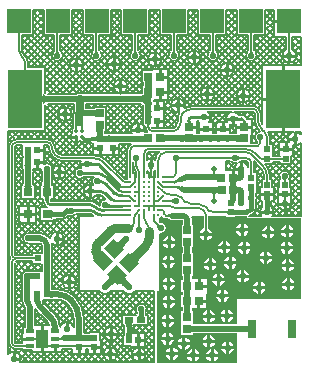
<source format=gtl>
G04 Layer_Physical_Order=1*
G04 Layer_Color=255*
%FSLAX24Y24*%
%MOIN*%
G70*
G01*
G75*
%ADD10C,0.0050*%
%ADD11C,0.0200*%
%ADD12C,0.0100*%
%ADD13C,0.0300*%
%ADD14C,0.0050*%
%ADD15C,0.0150*%
%ADD16R,0.0283X0.0283*%
%ADD17R,0.0256X0.0256*%
%ADD18R,0.0291X0.0591*%
%ADD19R,0.0283X0.0283*%
%ADD20R,0.1181X0.1968*%
%ADD21C,0.0134*%
%ADD22R,0.0787X0.0787*%
%ADD23R,0.0291X0.0287*%
%ADD24R,0.0287X0.0291*%
%ADD25R,0.0276X0.0197*%
%ADD26R,0.0394X0.0197*%
G04:AMPARAMS|DCode=27|XSize=47.2mil|YSize=43.3mil|CornerRadius=0mil|HoleSize=0mil|Usage=FLASHONLY|Rotation=135.000|XOffset=0mil|YOffset=0mil|HoleType=Round|Shape=Rectangle|*
%AMROTATEDRECTD27*
4,1,4,0.0320,-0.0014,0.0014,-0.0320,-0.0320,0.0014,-0.0014,0.0320,0.0320,-0.0014,0.0*
%
%ADD27ROTATEDRECTD27*%

%ADD28R,0.0315X0.0315*%
%ADD29R,0.0394X0.0630*%
%ADD30R,0.0276X0.0118*%
%ADD31R,0.0217X0.0217*%
%ADD32R,0.0217X0.0217*%
%ADD33R,0.0205X0.0220*%
%ADD34R,0.0220X0.0205*%
%ADD35C,0.0083*%
%ADD36C,0.0197*%
%ADD37C,0.0250*%
%ADD38C,0.0220*%
G36*
X3948Y5381D02*
X3953Y5379D01*
X3959Y5378D01*
X3968Y5376D01*
X3989Y5374D01*
X4035Y5373D01*
X4053Y5373D01*
Y5323D01*
X4035Y5322D01*
X3959Y5317D01*
X3953Y5316D01*
X3948Y5314D01*
X3945Y5312D01*
Y5383D01*
X3948Y5381D01*
D02*
G37*
G36*
X4162Y5315D02*
X4160Y5317D01*
X4157Y5318D01*
X4153Y5319D01*
X4148Y5320D01*
X4143Y5321D01*
X4130Y5322D01*
X4114Y5322D01*
X4105Y5323D01*
Y5373D01*
X4114Y5373D01*
X4148Y5375D01*
X4153Y5376D01*
X4157Y5377D01*
X4160Y5378D01*
X4162Y5380D01*
Y5315D01*
D02*
G37*
G36*
X8827Y5229D02*
X8673D01*
X8673Y5230D01*
X8674Y5232D01*
X8674Y5235D01*
X8675Y5263D01*
X8675Y5296D01*
X8825D01*
X8827Y5229D01*
D02*
G37*
G36*
X3462Y5424D02*
X3466Y5419D01*
X3472Y5414D01*
X3478Y5409D01*
X3485Y5406D01*
X3494Y5403D01*
X3503Y5401D01*
X3512Y5399D01*
X3523Y5398D01*
X3535Y5398D01*
X3499Y5298D01*
X3487Y5297D01*
X3456Y5295D01*
X3447Y5294D01*
X3431Y5291D01*
X3424Y5288D01*
X3418Y5286D01*
X3412Y5283D01*
X3458Y5430D01*
X3462Y5424D01*
D02*
G37*
G36*
X5264Y5315D02*
X5262Y5317D01*
X5259Y5318D01*
X5255Y5319D01*
X5251Y5320D01*
X5245Y5321D01*
X5232Y5322D01*
X5216Y5322D01*
X5211Y5323D01*
X5206Y5322D01*
X5172Y5320D01*
X5167Y5319D01*
X5163Y5318D01*
X5160Y5317D01*
X5158Y5315D01*
Y5380D01*
X5160Y5378D01*
X5163Y5377D01*
X5167Y5376D01*
X5172Y5375D01*
X5177Y5374D01*
X5190Y5373D01*
X5206Y5373D01*
X5211Y5373D01*
X5216Y5373D01*
X5251Y5375D01*
X5255Y5376D01*
X5259Y5377D01*
X5262Y5378D01*
X5264Y5380D01*
Y5315D01*
D02*
G37*
G36*
X5629Y5428D02*
X5619Y5438D01*
X5600Y5455D01*
X5590Y5461D01*
X5580Y5467D01*
X5571Y5472D01*
X5562Y5475D01*
X5553Y5478D01*
X5544Y5480D01*
X5535Y5480D01*
Y5530D01*
X5544Y5531D01*
X5553Y5532D01*
X5562Y5535D01*
X5571Y5538D01*
X5580Y5543D01*
X5590Y5549D01*
X5600Y5556D01*
X5609Y5563D01*
X5619Y5572D01*
X5629Y5582D01*
Y5428D01*
D02*
G37*
G36*
X5318Y5378D02*
X5321Y5377D01*
X5325Y5376D01*
X5329Y5375D01*
X5335Y5374D01*
X5348Y5373D01*
X5364Y5373D01*
X5373Y5373D01*
Y5323D01*
X5364Y5322D01*
X5329Y5320D01*
X5325Y5319D01*
X5321Y5318D01*
X5318Y5317D01*
X5316Y5315D01*
Y5380D01*
X5318Y5378D01*
D02*
G37*
G36*
X4533Y5477D02*
X4532Y5474D01*
X4531Y5470D01*
X4530Y5466D01*
X4529Y5460D01*
X4528Y5447D01*
X4528Y5431D01*
X4528Y5426D01*
X4528Y5421D01*
X4530Y5387D01*
X4531Y5382D01*
X4532Y5379D01*
X4533Y5376D01*
X4535Y5373D01*
X4477D01*
Y5315D01*
X4475Y5317D01*
X4472Y5318D01*
X4468Y5319D01*
X4463Y5320D01*
X4458Y5321D01*
X4445Y5322D01*
X4429Y5322D01*
X4424Y5323D01*
X4419Y5322D01*
X4384Y5320D01*
X4380Y5319D01*
X4376Y5318D01*
X4373Y5317D01*
X4371Y5315D01*
Y5380D01*
X4373Y5378D01*
X4376Y5377D01*
X4380Y5376D01*
X4384Y5375D01*
X4390Y5374D01*
X4403Y5373D01*
X4419Y5373D01*
X4424Y5373D01*
X4429Y5373D01*
X4463Y5375D01*
X4468Y5376D01*
X4472Y5377D01*
X4472Y5378D01*
X4473Y5379D01*
X4474Y5382D01*
X4475Y5387D01*
X4476Y5392D01*
X4477Y5405D01*
X4477Y5421D01*
X4477Y5426D01*
X4477Y5431D01*
X4475Y5466D01*
X4474Y5470D01*
X4473Y5474D01*
X4472Y5477D01*
X4470Y5479D01*
X4535D01*
X4533Y5477D01*
D02*
G37*
G36*
X5160Y5221D02*
X5163Y5220D01*
X5167Y5219D01*
X5172Y5218D01*
X5177Y5217D01*
X5190Y5216D01*
X5206Y5215D01*
X5215Y5215D01*
Y5165D01*
X5206Y5165D01*
X5172Y5162D01*
X5167Y5161D01*
X5163Y5160D01*
X5160Y5159D01*
X5158Y5158D01*
Y5222D01*
X5160Y5221D01*
D02*
G37*
G36*
X7440Y5080D02*
X7440Y5085D01*
X7438Y5089D01*
X7435Y5093D01*
X7432Y5096D01*
X7427Y5099D01*
X7422Y5101D01*
X7415Y5103D01*
X7407Y5104D01*
X7399Y5105D01*
X7389Y5105D01*
Y5155D01*
X7399Y5155D01*
X7407Y5156D01*
X7415Y5157D01*
X7422Y5159D01*
X7427Y5161D01*
X7432Y5164D01*
X7435Y5167D01*
X7438Y5171D01*
X7440Y5175D01*
X7440Y5180D01*
Y5080D01*
D02*
G37*
G36*
X2131Y5103D02*
X2130Y5103D01*
X2128Y5104D01*
X2125Y5104D01*
X2101Y5105D01*
X2070Y5105D01*
Y5255D01*
X2131Y5257D01*
Y5103D01*
D02*
G37*
G36*
X4162Y5000D02*
X4160Y5002D01*
X4157Y5003D01*
X4153Y5004D01*
X4148Y5005D01*
X4143Y5006D01*
X4130Y5007D01*
X4114Y5008D01*
X4105Y5008D01*
Y5058D01*
X4114Y5058D01*
X4148Y5060D01*
X4153Y5061D01*
X4157Y5062D01*
X4160Y5064D01*
X4162Y5065D01*
Y5000D01*
D02*
G37*
G36*
X7643Y5233D02*
X7647Y5227D01*
X7655Y5222D01*
X7665Y5218D01*
X7679Y5214D01*
X7695Y5211D01*
X7715Y5208D01*
X7763Y5206D01*
X7791Y5205D01*
Y5055D01*
X7763Y5055D01*
X7695Y5050D01*
X7679Y5047D01*
X7665Y5043D01*
X7655Y5039D01*
X7647Y5034D01*
X7643Y5028D01*
X7641Y5021D01*
Y5239D01*
X7643Y5233D01*
D02*
G37*
G36*
X4505Y5149D02*
X4501Y5148D01*
X4498Y5147D01*
X4494Y5145D01*
X4489Y5143D01*
X4484Y5140D01*
X4479Y5136D01*
X4468Y5127D01*
X4456Y5115D01*
X4426Y5156D01*
X4432Y5162D01*
X4460Y5193D01*
X4461Y5195D01*
X4462Y5197D01*
X4505Y5149D01*
D02*
G37*
G36*
X4162Y5158D02*
X4160Y5159D01*
X4157Y5160D01*
X4153Y5161D01*
X4148Y5162D01*
X4143Y5163D01*
X4130Y5164D01*
X4114Y5165D01*
X4105Y5165D01*
Y5215D01*
X4114Y5215D01*
X4148Y5218D01*
X4153Y5219D01*
X4157Y5220D01*
X4160Y5221D01*
X4162Y5222D01*
Y5158D01*
D02*
G37*
G36*
X4691Y5162D02*
X4690Y5159D01*
X4689Y5155D01*
X4688Y5151D01*
X4687Y5145D01*
X4686Y5132D01*
X4685Y5116D01*
X4685Y5107D01*
X4635D01*
X4635Y5116D01*
X4632Y5151D01*
X4631Y5155D01*
X4630Y5159D01*
X4629Y5162D01*
X4628Y5164D01*
X4692D01*
X4691Y5162D01*
D02*
G37*
G36*
X2287Y5259D02*
X2294Y5255D01*
X2301Y5252D01*
X2309Y5249D01*
X2317Y5246D01*
X2326Y5244D01*
X2336Y5242D01*
X2346Y5241D01*
X2368Y5240D01*
X2378Y5140D01*
X2367Y5140D01*
X2356Y5139D01*
X2346Y5137D01*
X2337Y5135D01*
X2328Y5133D01*
X2320Y5129D01*
X2313Y5126D01*
X2306Y5121D01*
X2300Y5116D01*
X2295Y5110D01*
X2281Y5264D01*
X2287Y5259D01*
D02*
G37*
G36*
X7132Y5759D02*
X7130Y5759D01*
X7126Y5759D01*
X7042Y5760D01*
X7037Y5748D01*
X7031Y5730D01*
X7026Y5708D01*
X7022Y5684D01*
X7017Y5631D01*
X7017Y5631D01*
X7019Y5624D01*
X7021Y5617D01*
X7024Y5612D01*
X7027Y5606D01*
X7031Y5602D01*
X7035Y5598D01*
X7040Y5595D01*
X7015D01*
X7015Y5562D01*
X6965D01*
X6965Y5595D01*
X6940D01*
X6945Y5598D01*
X6949Y5602D01*
X6953Y5606D01*
X6956Y5612D01*
X6959Y5617D01*
X6961Y5624D01*
X6962Y5628D01*
X6958Y5684D01*
X6954Y5708D01*
X6949Y5730D01*
X6943Y5748D01*
X6936Y5764D01*
X6928Y5777D01*
X6919Y5788D01*
X6990D01*
Y5960D01*
X7132Y5961D01*
Y5759D01*
D02*
G37*
G36*
X4162Y5788D02*
X4160Y5789D01*
X4157Y5790D01*
X4153Y5791D01*
X4148Y5792D01*
X4143Y5793D01*
X4130Y5794D01*
X4114Y5795D01*
X4105Y5795D01*
Y5845D01*
X4114Y5845D01*
X4148Y5848D01*
X4153Y5849D01*
X4157Y5850D01*
X4160Y5851D01*
X4162Y5852D01*
Y5788D01*
D02*
G37*
G36*
X5006Y5792D02*
X5005Y5789D01*
X5004Y5785D01*
X5003Y5781D01*
X5002Y5775D01*
X5001Y5762D01*
X5000Y5746D01*
X5000Y5741D01*
X5000Y5736D01*
X5003Y5702D01*
X5004Y5697D01*
X5005Y5694D01*
X5006Y5691D01*
X5007Y5688D01*
X4943D01*
X4944Y5691D01*
X4945Y5694D01*
X4946Y5697D01*
X4947Y5702D01*
X4948Y5707D01*
X4949Y5720D01*
X4950Y5736D01*
X4950Y5741D01*
X4950Y5746D01*
X4947Y5781D01*
X4946Y5785D01*
X4945Y5789D01*
X4944Y5792D01*
X4943Y5794D01*
X5007D01*
X5006Y5792D01*
D02*
G37*
G36*
X2954Y5902D02*
X2960Y5897D01*
X2967Y5893D01*
X2975Y5890D01*
X2983Y5887D01*
X2992Y5884D01*
X3002Y5882D01*
X3012Y5881D01*
X3023Y5880D01*
X3034Y5880D01*
Y5780D01*
X3023Y5780D01*
X3002Y5778D01*
X2992Y5776D01*
X2983Y5773D01*
X2975Y5770D01*
X2967Y5767D01*
X2960Y5763D01*
X2954Y5758D01*
X2949Y5753D01*
Y5907D01*
X2954Y5902D01*
D02*
G37*
G36*
X5006Y5949D02*
X5005Y5946D01*
X5004Y5943D01*
X5003Y5938D01*
X5002Y5933D01*
X5001Y5920D01*
X5000Y5904D01*
X5000Y5899D01*
X5000Y5894D01*
X5003Y5859D01*
X5004Y5855D01*
X5005Y5851D01*
X5006Y5848D01*
X5007Y5846D01*
X4943D01*
X4944Y5848D01*
X4945Y5851D01*
X4946Y5855D01*
X4947Y5859D01*
X4948Y5865D01*
X4949Y5878D01*
X4950Y5894D01*
X4950Y5899D01*
X4950Y5904D01*
X4947Y5938D01*
X4946Y5943D01*
X4945Y5946D01*
X4944Y5949D01*
X4943Y5952D01*
X5007D01*
X5006Y5949D01*
D02*
G37*
G36*
X4162Y5945D02*
X4160Y5947D01*
X4157Y5948D01*
X4153Y5949D01*
X4148Y5950D01*
X4143Y5951D01*
X4130Y5952D01*
X4114Y5952D01*
X4105Y5952D01*
Y6002D01*
X4114Y6003D01*
X4148Y6005D01*
X4153Y6006D01*
X4157Y6007D01*
X4160Y6008D01*
X4162Y6010D01*
Y5945D01*
D02*
G37*
G36*
X3860Y5883D02*
X3865Y5875D01*
X3871Y5868D01*
X3877Y5862D01*
X3884Y5857D01*
X3891Y5853D01*
X3899Y5850D01*
X3908Y5847D01*
X3917Y5846D01*
X3926Y5845D01*
X3893Y5798D01*
X3823Y5821D01*
X3856Y5891D01*
X3860Y5883D01*
D02*
G37*
G36*
X4533Y5949D02*
X4532Y5946D01*
X4531Y5943D01*
X4530Y5938D01*
X4529Y5933D01*
X4528Y5920D01*
X4528Y5904D01*
X4528Y5899D01*
X4528Y5894D01*
X4530Y5859D01*
X4531Y5855D01*
X4532Y5851D01*
X4533Y5848D01*
X4535Y5846D01*
X4477D01*
Y5794D01*
X4535D01*
X4533Y5792D01*
X4532Y5789D01*
X4531Y5785D01*
X4530Y5781D01*
X4529Y5775D01*
X4528Y5762D01*
X4528Y5746D01*
X4528Y5741D01*
X4528Y5736D01*
X4530Y5702D01*
X4531Y5697D01*
X4532Y5694D01*
X4533Y5691D01*
X4535Y5688D01*
X4470D01*
X4472Y5691D01*
X4473Y5694D01*
X4474Y5697D01*
X4475Y5702D01*
X4476Y5707D01*
X4477Y5720D01*
X4477Y5736D01*
X4477Y5741D01*
X4477Y5746D01*
X4475Y5781D01*
X4474Y5785D01*
X4473Y5789D01*
X4472Y5790D01*
X4472Y5790D01*
X4468Y5791D01*
X4463Y5792D01*
X4458Y5793D01*
X4445Y5794D01*
X4429Y5795D01*
X4424Y5795D01*
X4419Y5795D01*
X4384Y5792D01*
X4380Y5791D01*
X4376Y5790D01*
X4373Y5789D01*
X4371Y5788D01*
Y5852D01*
X4373Y5851D01*
X4376Y5850D01*
X4380Y5849D01*
X4384Y5848D01*
X4390Y5847D01*
X4403Y5846D01*
X4419Y5845D01*
X4424Y5845D01*
X4429Y5845D01*
X4463Y5848D01*
X4468Y5849D01*
X4472Y5850D01*
X4472Y5850D01*
X4473Y5851D01*
X4474Y5855D01*
X4475Y5859D01*
X4476Y5865D01*
X4477Y5878D01*
X4477Y5894D01*
X4477Y5899D01*
X4477Y5904D01*
X4475Y5938D01*
X4474Y5943D01*
X4473Y5946D01*
X4472Y5949D01*
X4470Y5952D01*
X4535D01*
X4533Y5949D01*
D02*
G37*
G36*
X8331Y5854D02*
X8326Y5849D01*
X8321Y5842D01*
X8317Y5831D01*
X8313Y5818D01*
X8310Y5801D01*
X8308Y5782D01*
X8305Y5735D01*
X8307Y5679D01*
X8153D01*
X8153Y5680D01*
X8154Y5682D01*
X8154Y5685D01*
X8155Y5713D01*
X8155Y5719D01*
X8155Y5734D01*
X8150Y5801D01*
X8147Y5818D01*
X8143Y5831D01*
X8139Y5842D01*
X8134Y5849D01*
X8129Y5854D01*
X8123Y5855D01*
X8337D01*
X8331Y5854D01*
D02*
G37*
G36*
X5006Y5635D02*
X5005Y5632D01*
X5004Y5628D01*
X5003Y5623D01*
X5002Y5618D01*
X5001Y5605D01*
X5000Y5589D01*
X5000Y5584D01*
X5000Y5579D01*
X5003Y5544D01*
X5004Y5540D01*
X5005Y5536D01*
X5005Y5535D01*
X5006Y5535D01*
X5010Y5534D01*
X5014Y5533D01*
X5020Y5532D01*
X5033Y5531D01*
X5049Y5530D01*
X5054Y5530D01*
X5059Y5530D01*
X5093Y5533D01*
X5098Y5534D01*
X5101Y5535D01*
X5104Y5536D01*
X5107Y5537D01*
Y5473D01*
X5104Y5474D01*
X5101Y5475D01*
X5098Y5476D01*
X5093Y5477D01*
X5088Y5478D01*
X5075Y5479D01*
X5059Y5480D01*
X5054Y5480D01*
X5049Y5480D01*
X5014Y5477D01*
X5010Y5476D01*
X5006Y5475D01*
X5005Y5475D01*
X5005Y5474D01*
X5004Y5470D01*
X5003Y5466D01*
X5002Y5460D01*
X5001Y5447D01*
X5000Y5431D01*
X5000Y5426D01*
X5000Y5421D01*
X5003Y5387D01*
X5004Y5382D01*
X5005Y5379D01*
X5005Y5378D01*
X5006Y5377D01*
X5010Y5376D01*
X5014Y5375D01*
X5020Y5374D01*
X5033Y5373D01*
X5049Y5373D01*
X5054Y5373D01*
X5059Y5373D01*
X5093Y5375D01*
X5098Y5376D01*
X5101Y5377D01*
X5104Y5378D01*
X5107Y5380D01*
Y5315D01*
X5104Y5317D01*
X5101Y5318D01*
X5098Y5319D01*
X5093Y5320D01*
X5088Y5321D01*
X5075Y5322D01*
X5059Y5322D01*
X5054Y5323D01*
X5049Y5322D01*
X5014Y5320D01*
X5010Y5319D01*
X5006Y5318D01*
X5005Y5317D01*
X5005Y5317D01*
X5004Y5313D01*
X5003Y5308D01*
X5002Y5303D01*
X5001Y5290D01*
X5000Y5274D01*
X5000Y5269D01*
X5000Y5264D01*
X5003Y5229D01*
X5004Y5225D01*
X5005Y5221D01*
X5006Y5218D01*
X5007Y5216D01*
X4943D01*
X4944Y5218D01*
X4945Y5221D01*
X4946Y5225D01*
X4947Y5229D01*
X4948Y5235D01*
X4949Y5248D01*
X4950Y5264D01*
X4950Y5269D01*
X4950Y5274D01*
X4947Y5308D01*
X4946Y5313D01*
X4945Y5317D01*
X4945Y5317D01*
X4944Y5318D01*
X4940Y5319D01*
X4936Y5320D01*
X4930Y5321D01*
X4917Y5322D01*
X4901Y5322D01*
X4896Y5323D01*
X4891Y5322D01*
X4857Y5320D01*
X4852Y5319D01*
X4848Y5318D01*
X4848Y5317D01*
X4847Y5317D01*
X4846Y5313D01*
X4845Y5308D01*
X4844Y5303D01*
X4843Y5290D01*
X4843Y5274D01*
X4843Y5269D01*
X4843Y5264D01*
X4845Y5229D01*
X4846Y5225D01*
X4847Y5221D01*
X4848Y5218D01*
X4850Y5216D01*
X4785D01*
X4787Y5218D01*
X4788Y5221D01*
X4789Y5225D01*
X4790Y5229D01*
X4791Y5235D01*
X4792Y5248D01*
X4792Y5264D01*
X4792Y5269D01*
X4792Y5274D01*
X4790Y5308D01*
X4789Y5313D01*
X4788Y5317D01*
X4787Y5317D01*
X4786Y5318D01*
X4783Y5319D01*
X4778Y5320D01*
X4773Y5321D01*
X4760Y5322D01*
X4744Y5322D01*
X4739Y5323D01*
X4734Y5322D01*
X4699Y5320D01*
X4695Y5319D01*
X4691Y5318D01*
X4688Y5317D01*
X4686Y5315D01*
Y5380D01*
X4688Y5378D01*
X4691Y5377D01*
X4695Y5376D01*
X4699Y5375D01*
X4705Y5374D01*
X4718Y5373D01*
X4734Y5373D01*
X4739Y5373D01*
X4744Y5373D01*
X4778Y5375D01*
X4783Y5376D01*
X4786Y5377D01*
X4789Y5378D01*
X4792Y5380D01*
Y5322D01*
X4843D01*
Y5380D01*
X4845Y5378D01*
X4848Y5377D01*
X4852Y5376D01*
X4857Y5375D01*
X4862Y5374D01*
X4875Y5373D01*
X4891Y5373D01*
X4896Y5373D01*
X4901Y5373D01*
X4936Y5375D01*
X4940Y5376D01*
X4944Y5377D01*
X4945Y5378D01*
X4945Y5379D01*
X4946Y5382D01*
X4947Y5387D01*
X4948Y5392D01*
X4949Y5405D01*
X4950Y5421D01*
X4950Y5426D01*
X4950Y5431D01*
X4947Y5466D01*
X4946Y5470D01*
X4945Y5474D01*
X4944Y5477D01*
X4943Y5479D01*
X5001D01*
Y5531D01*
X4943D01*
X4944Y5533D01*
X4945Y5536D01*
X4946Y5540D01*
X4947Y5544D01*
X4948Y5550D01*
X4949Y5563D01*
X4950Y5579D01*
X4950Y5584D01*
X4950Y5589D01*
X4947Y5623D01*
X4946Y5628D01*
X4945Y5632D01*
X4944Y5635D01*
X4943Y5637D01*
X5007D01*
X5006Y5635D01*
D02*
G37*
G36*
X5318Y5536D02*
X5321Y5535D01*
X5325Y5534D01*
X5329Y5533D01*
X5335Y5532D01*
X5348Y5531D01*
X5364Y5530D01*
X5373Y5530D01*
Y5480D01*
X5364Y5480D01*
X5329Y5477D01*
X5325Y5476D01*
X5321Y5475D01*
X5318Y5474D01*
X5316Y5473D01*
Y5537D01*
X5318Y5536D01*
D02*
G37*
G36*
X8307Y5520D02*
X8306Y5518D01*
X8306Y5515D01*
X8305Y5487D01*
X8305Y5454D01*
X8155D01*
X8153Y5521D01*
X8307D01*
X8307Y5520D01*
D02*
G37*
G36*
X4162Y5473D02*
X4160Y5474D01*
X4157Y5475D01*
X4153Y5476D01*
X4148Y5477D01*
X4143Y5478D01*
X4130Y5479D01*
X4114Y5480D01*
X4105Y5480D01*
Y5530D01*
X4114Y5530D01*
X4148Y5533D01*
X4153Y5534D01*
X4157Y5535D01*
X4160Y5536D01*
X4162Y5537D01*
Y5473D01*
D02*
G37*
G36*
X1483Y5739D02*
X1479Y5729D01*
X1476Y5716D01*
X1473Y5699D01*
X1469Y5659D01*
X1515D01*
X1505Y5658D01*
X1497Y5655D01*
X1489Y5650D01*
X1483Y5643D01*
X1477Y5634D01*
X1473Y5623D01*
X1469Y5609D01*
X1467Y5594D01*
X1466Y5579D01*
X1465Y5529D01*
X1365D01*
X1365Y5566D01*
X1363Y5591D01*
X1363Y5594D01*
X1360Y5609D01*
X1357Y5623D01*
X1352Y5634D01*
X1347Y5643D01*
X1340Y5650D01*
X1333Y5655D01*
X1324Y5658D01*
X1315Y5659D01*
X1359D01*
X1357Y5699D01*
X1354Y5716D01*
X1351Y5729D01*
X1347Y5739D01*
X1342Y5745D01*
X1487D01*
X1483Y5739D01*
D02*
G37*
G36*
X4533Y5635D02*
X4532Y5632D01*
X4531Y5628D01*
X4530Y5623D01*
X4529Y5618D01*
X4528Y5605D01*
X4528Y5589D01*
X4528Y5584D01*
X4528Y5579D01*
X4530Y5544D01*
X4531Y5540D01*
X4532Y5536D01*
X4533Y5533D01*
X4535Y5531D01*
X4470D01*
X4472Y5533D01*
X4473Y5536D01*
X4474Y5540D01*
X4475Y5544D01*
X4476Y5550D01*
X4477Y5563D01*
X4477Y5579D01*
X4477Y5584D01*
X4477Y5589D01*
X4475Y5623D01*
X4474Y5628D01*
X4473Y5632D01*
X4472Y5635D01*
X4470Y5637D01*
X4535D01*
X4533Y5635D01*
D02*
G37*
G36*
X8846Y5630D02*
X8842Y5625D01*
X8838Y5618D01*
X8834Y5607D01*
X8832Y5594D01*
X8829Y5577D01*
X8826Y5535D01*
X8825Y5481D01*
X8675D01*
X8675Y5510D01*
X8668Y5594D01*
X8666Y5607D01*
X8662Y5618D01*
X8658Y5625D01*
X8654Y5630D01*
X8649Y5631D01*
X8851D01*
X8846Y5630D01*
D02*
G37*
G36*
X9385Y5631D02*
X9381Y5629D01*
X9377Y5627D01*
X9374Y5623D01*
X9371Y5619D01*
X9369Y5613D01*
X9367Y5607D01*
X9366Y5599D01*
X9365Y5591D01*
X9365Y5590D01*
X9366Y5584D01*
X9367Y5575D01*
X9370Y5566D01*
X9373Y5557D01*
X9378Y5548D01*
X9384Y5538D01*
X9390Y5528D01*
X9398Y5519D01*
X9407Y5509D01*
X9417Y5499D01*
X9263D01*
X9273Y5509D01*
X9290Y5528D01*
X9296Y5538D01*
X9302Y5548D01*
X9307Y5557D01*
X9310Y5566D01*
X9313Y5575D01*
X9314Y5584D01*
X9315Y5590D01*
X9315Y5591D01*
X9314Y5599D01*
X9313Y5607D01*
X9311Y5613D01*
X9309Y5619D01*
X9306Y5623D01*
X9303Y5627D01*
X9299Y5629D01*
X9295Y5631D01*
X9290Y5631D01*
X9390D01*
X9385Y5631D01*
D02*
G37*
G36*
X8093Y4971D02*
X8110Y4946D01*
X8134Y4929D01*
X8164Y4924D01*
X8569D01*
X8598Y4929D01*
X8623Y4946D01*
X8668Y4952D01*
X8750Y4936D01*
X8832Y4952D01*
X8877Y4946D01*
X8902Y4929D01*
X8931Y4924D01*
X9688D01*
X9688Y4924D01*
X9688Y4924D01*
X9875D01*
X9898Y4905D01*
Y2250D01*
X7750D01*
Y1401D01*
X6328D01*
X6292Y1436D01*
X6292Y1492D01*
Y1847D01*
X6249D01*
Y1928D01*
X6437D01*
Y2170D01*
X6487D01*
Y2220D01*
X6729D01*
Y2412D01*
X6746Y2424D01*
X6746D01*
Y2620D01*
X6503D01*
Y2670D01*
X6453D01*
Y2916D01*
X6259D01*
X6249Y2962D01*
Y3009D01*
X6288D01*
Y3353D01*
X6288Y3393D01*
X6288Y3443D01*
Y3786D01*
X6253D01*
Y3965D01*
X6278D01*
Y4309D01*
X6278Y4321D01*
Y4359D01*
X6278Y4371D01*
Y4715D01*
X6253D01*
Y4860D01*
X6252Y4864D01*
X6242Y4941D01*
X6235Y4958D01*
X6263Y5000D01*
X6644D01*
Y4599D01*
X6638Y4598D01*
X6569Y4551D01*
X6522Y4482D01*
X6516Y4450D01*
X6924D01*
X6918Y4482D01*
X6871Y4551D01*
X6802Y4598D01*
X6796Y4599D01*
Y5000D01*
X7388D01*
Y4970D01*
X7627D01*
X7629Y4969D01*
X7635Y4970D01*
X7641Y4967D01*
X7648Y4970D01*
X7692D01*
Y4994D01*
X7702Y4996D01*
X7752Y5000D01*
X8087D01*
X8093Y4971D01*
D02*
G37*
G36*
X4219Y1089D02*
X4224Y1021D01*
X4226Y1005D01*
X4230Y991D01*
X4234Y981D01*
X4239Y973D01*
X4244Y969D01*
X4251Y967D01*
X4036D01*
X4042Y969D01*
X4048Y973D01*
X4053Y981D01*
X4057Y991D01*
X4060Y1005D01*
X4063Y1021D01*
X4066Y1041D01*
X4068Y1089D01*
X4068Y1117D01*
X4218D01*
X4219Y1089D01*
D02*
G37*
G36*
X3206Y3855D02*
X3211Y3843D01*
X3218Y3833D01*
X3224Y3825D01*
X3230Y3820D01*
X3237Y3817D01*
X3244Y3816D01*
X3251Y3818D01*
X3259Y3822D01*
X3266Y3829D01*
X2962Y3524D01*
X2968Y3534D01*
X2971Y3549D01*
X2972Y3568D01*
X2970Y3593D01*
X2965Y3623D01*
X2957Y3657D01*
X2934Y3742D01*
X2901Y3846D01*
X3200Y3870D01*
X3206Y3855D01*
D02*
G37*
G36*
X1774Y1311D02*
X1777Y1281D01*
X1779Y1268D01*
X1783Y1258D01*
X1787Y1249D01*
X1791Y1242D01*
X1797Y1238D01*
X1803Y1235D01*
X1810Y1234D01*
X1537D01*
X1544Y1235D01*
X1550Y1238D01*
X1555Y1242D01*
X1560Y1249D01*
X1564Y1258D01*
X1568Y1268D01*
X1570Y1281D01*
X1572Y1295D01*
X1573Y1311D01*
X1573Y1329D01*
X1773D01*
X1774Y1311D01*
D02*
G37*
G36*
X2899Y831D02*
X2781Y830D01*
Y830D01*
X2740Y830D01*
X2699Y830D01*
Y830D01*
X2581Y831D01*
Y1049D01*
X2583Y1045D01*
X2589Y1042D01*
X2599Y1039D01*
X2613Y1036D01*
X2631Y1034D01*
X2679Y1031D01*
X2744Y1030D01*
X2881Y1039D01*
X2891Y1042D01*
X2897Y1045D01*
X2899Y1049D01*
Y831D01*
D02*
G37*
G36*
X1810Y965D02*
X1812Y961D01*
X1814Y957D01*
X1818Y954D01*
X1822Y951D01*
X1828Y949D01*
X1834Y947D01*
X1842Y946D01*
X1850Y945D01*
X1860Y945D01*
Y895D01*
X1850Y895D01*
X1842Y894D01*
X1834Y893D01*
X1828Y891D01*
X1822Y889D01*
X1818Y886D01*
X1814Y883D01*
X1812Y879D01*
X1810Y875D01*
X1810Y870D01*
Y970D01*
X1810Y965D01*
D02*
G37*
G36*
X1527Y3697D02*
X1313D01*
X1314Y3699D01*
X1315Y3705D01*
X1317Y3715D01*
X1318Y3747D01*
X1320Y3897D01*
X1520D01*
X1527Y3697D01*
D02*
G37*
G36*
X1066Y870D02*
X1065Y875D01*
X1063Y879D01*
X1061Y883D01*
X1057Y886D01*
X1053Y889D01*
X1047Y891D01*
X1040Y893D01*
X1033Y894D01*
X1024Y895D01*
X1024Y895D01*
X1024Y895D01*
X1015Y894D01*
X1008Y893D01*
X1001Y891D01*
X996Y889D01*
X991Y886D01*
X988Y883D01*
X985Y879D01*
X984Y875D01*
X983Y870D01*
Y970D01*
X984Y965D01*
X985Y961D01*
X988Y957D01*
X991Y954D01*
X996Y951D01*
X1001Y949D01*
X1008Y947D01*
X1015Y946D01*
X1024Y945D01*
X1024Y945D01*
X1024Y945D01*
X1033Y946D01*
X1040Y947D01*
X1047Y949D01*
X1053Y951D01*
X1057Y954D01*
X1061Y957D01*
X1063Y961D01*
X1065Y965D01*
X1066Y970D01*
Y870D01*
D02*
G37*
G36*
X999Y3540D02*
X999Y3545D01*
X997Y3549D01*
X995Y3553D01*
X991Y3556D01*
X986Y3559D01*
X981Y3561D01*
X974Y3563D01*
X966Y3564D01*
X958Y3565D01*
X948Y3565D01*
Y3615D01*
X958Y3615D01*
X966Y3616D01*
X974Y3617D01*
X981Y3619D01*
X986Y3621D01*
X991Y3624D01*
X995Y3627D01*
X997Y3631D01*
X999Y3635D01*
X999Y3640D01*
Y3540D01*
D02*
G37*
G36*
X4268Y1441D02*
X4258Y1437D01*
X4249Y1429D01*
X4241Y1419D01*
X4234Y1405D01*
X4228Y1389D01*
X4224Y1369D01*
X4221Y1347D01*
X4219Y1321D01*
X4218Y1293D01*
X4068D01*
X4068Y1321D01*
X4063Y1369D01*
X4059Y1389D01*
X4053Y1405D01*
X4046Y1419D01*
X4038Y1429D01*
X4029Y1437D01*
X4019Y1441D01*
X4007Y1443D01*
X4280D01*
X4268Y1441D01*
D02*
G37*
G36*
X1527Y2496D02*
X1533Y2495D01*
X1543Y2493D01*
X1575Y2492D01*
X1725Y2490D01*
Y2290D01*
X1525Y2283D01*
Y2497D01*
X1527Y2496D01*
D02*
G37*
G36*
X3744Y2744D02*
X3729Y2756D01*
X3712Y2764D01*
X3695Y2767D01*
X3675Y2767D01*
X3655Y2762D01*
X3633Y2752D01*
X3609Y2739D01*
X3585Y2721D01*
X3558Y2699D01*
X3531Y2673D01*
X3389Y2814D01*
X3415Y2842D01*
X3438Y2868D01*
X3455Y2893D01*
X3469Y2916D01*
X3478Y2938D01*
X3483Y2959D01*
X3484Y2978D01*
X3480Y2996D01*
X3473Y3012D01*
X3461Y3027D01*
X3744Y2744D01*
D02*
G37*
G36*
X1524Y2891D02*
X1523Y2885D01*
X1522Y2875D01*
X1520Y2731D01*
X1520Y2697D01*
X1525Y2497D01*
X1310D01*
X1312Y2499D01*
X1314Y2505D01*
X1315Y2515D01*
X1317Y2529D01*
X1320Y2625D01*
X1320Y2693D01*
X1310Y2893D01*
X1525D01*
X1524Y2891D01*
D02*
G37*
G36*
X4048Y2998D02*
X4041Y2982D01*
X4037Y2964D01*
X4038Y2945D01*
X4043Y2924D01*
X4052Y2902D01*
X4066Y2879D01*
X4083Y2854D01*
X4106Y2828D01*
X4132Y2800D01*
X3990Y2659D01*
X3963Y2685D01*
X3936Y2707D01*
X3911Y2725D01*
X3888Y2738D01*
X3866Y2748D01*
X3845Y2753D01*
X3826Y2754D01*
X3809Y2750D01*
X3792Y2742D01*
X3777Y2730D01*
X4060Y3013D01*
X4048Y2998D01*
D02*
G37*
G36*
X1526Y3481D02*
X1525Y3475D01*
X1523Y3465D01*
X1522Y3433D01*
X1520Y3299D01*
X1525Y3107D01*
X1310D01*
X1312Y3109D01*
X1314Y3115D01*
X1315Y3125D01*
X1317Y3139D01*
X1320Y3235D01*
X1320Y3286D01*
X1313Y3483D01*
X1527D01*
X1526Y3481D01*
D02*
G37*
G36*
X4637Y1834D02*
X4636Y1832D01*
X4636Y1828D01*
X4635Y1801D01*
X4635Y1783D01*
X4636Y1759D01*
X4641Y1711D01*
X4645Y1691D01*
X4650Y1675D01*
X4657Y1661D01*
X4665Y1651D01*
X4674Y1643D01*
X4685Y1639D01*
X4697Y1637D01*
X4423D01*
X4435Y1639D01*
X4446Y1643D01*
X4455Y1651D01*
X4463Y1661D01*
X4470Y1675D01*
X4475Y1691D01*
X4479Y1711D01*
X4483Y1733D01*
X4484Y1759D01*
X4485Y1776D01*
X4483Y1835D01*
X4637D01*
X4637Y1834D01*
D02*
G37*
G36*
X1208Y2282D02*
X1206Y2279D01*
X1205Y2274D01*
X1203Y2266D01*
X1202Y2257D01*
X1200Y2217D01*
X1200Y2180D01*
X1000D01*
X995Y2283D01*
X1210D01*
X1208Y2282D01*
D02*
G37*
G36*
X995Y2893D02*
X993Y2894D01*
X987Y2895D01*
X977Y2897D01*
X945Y2898D01*
X795Y2900D01*
Y3100D01*
X995Y3107D01*
Y2893D01*
D02*
G37*
G36*
X4528Y4687D02*
X4530Y4678D01*
X4532Y4669D01*
X4536Y4660D01*
X4541Y4650D01*
X4546Y4641D01*
X4553Y4631D01*
X4561Y4621D01*
X4570Y4611D01*
X4580Y4601D01*
X4426D01*
X4435Y4611D01*
X4452Y4631D01*
X4459Y4641D01*
X4465Y4650D01*
X4469Y4660D01*
X4473Y4669D01*
X4475Y4678D01*
X4477Y4687D01*
X4478Y4696D01*
X4528D01*
X4528Y4687D01*
D02*
G37*
G36*
X5112Y4744D02*
X5119Y4739D01*
X5128Y4734D01*
X5137Y4730D01*
X5147Y4727D01*
X5157Y4724D01*
X5169Y4722D01*
X5181Y4721D01*
X5195Y4720D01*
X5209Y4720D01*
X5100Y4611D01*
X5100Y4625D01*
X5098Y4651D01*
X5096Y4663D01*
X5093Y4673D01*
X5090Y4683D01*
X5086Y4692D01*
X5081Y4701D01*
X5076Y4708D01*
X5070Y4715D01*
X5105Y4750D01*
X5112Y4744D01*
D02*
G37*
G36*
X5283Y4983D02*
X5327Y4953D01*
X5371Y4944D01*
X5378Y4941D01*
X5395Y4940D01*
X5409Y4939D01*
X5422Y4937D01*
X5435Y4934D01*
X5448Y4930D01*
X5460Y4926D01*
X5471Y4921D01*
X5482Y4914D01*
X5493Y4907D01*
X5505Y4898D01*
X5516Y4896D01*
X5541Y4879D01*
X5600Y4867D01*
X5940D01*
Y4865D01*
X5944Y4864D01*
X5945Y4860D01*
X5947D01*
Y4715D01*
X5922D01*
Y4371D01*
X5922Y4359D01*
Y4321D01*
X5922Y4309D01*
Y3965D01*
X5947D01*
Y3786D01*
X5905D01*
Y3443D01*
X5905Y3403D01*
X5905Y3353D01*
Y3009D01*
X5944D01*
Y2866D01*
X5904D01*
Y2474D01*
X5944D01*
Y2362D01*
X5901D01*
Y1978D01*
X5944D01*
Y1847D01*
X5901D01*
Y1492D01*
X5901Y1460D01*
X5901Y1410D01*
Y1054D01*
X6292D01*
Y1095D01*
X7750D01*
Y102D01*
X5095D01*
X5076Y125D01*
Y285D01*
X5076Y285D01*
X5076Y285D01*
Y354D01*
X5076Y354D01*
X5076Y354D01*
Y497D01*
X5076Y497D01*
X5076Y497D01*
Y566D01*
X5076Y566D01*
X5076Y566D01*
Y778D01*
X5076Y778D01*
X5076Y778D01*
Y991D01*
X5076Y991D01*
X5076Y991D01*
Y1133D01*
X5076Y1133D01*
X5076Y1133D01*
Y1346D01*
X5076Y1346D01*
X5076Y1346D01*
Y1558D01*
X5076Y1558D01*
X5076Y1558D01*
Y1839D01*
X5076Y1839D01*
X5076Y1839D01*
Y2500D01*
X5150D01*
Y4419D01*
X5189Y4451D01*
X5210Y4447D01*
X5272Y4459D01*
X5325Y4495D01*
X5361Y4548D01*
X5373Y4610D01*
X5361Y4672D01*
X5325Y4725D01*
X5272Y4761D01*
X5213Y4772D01*
X5210Y4774D01*
X5197Y4774D01*
X5186Y4775D01*
X5177Y4776D01*
X5169Y4777D01*
X5162Y4779D01*
X5156Y4781D01*
X5152Y4783D01*
X5150Y4784D01*
Y4943D01*
X5168Y4947D01*
X5198Y4967D01*
X5218Y4997D01*
X5219Y5000D01*
X5271D01*
X5283Y4983D01*
D02*
G37*
G36*
X6746Y4564D02*
X6747Y4555D01*
X6750Y4546D01*
X6753Y4537D01*
X6758Y4528D01*
X6764Y4518D01*
X6770Y4508D01*
X6778Y4499D01*
X6787Y4489D01*
X6797Y4479D01*
X6643D01*
X6653Y4489D01*
X6670Y4508D01*
X6676Y4518D01*
X6682Y4528D01*
X6687Y4537D01*
X6690Y4546D01*
X6693Y4555D01*
X6694Y4564D01*
X6695Y4573D01*
X6745D01*
X6746Y4564D01*
D02*
G37*
G36*
X4533Y5005D02*
X4532Y5002D01*
X4531Y4998D01*
X4530Y4993D01*
X4529Y4988D01*
X4528Y4975D01*
X4528Y4959D01*
X4528Y4950D01*
X4478D01*
X4477Y4959D01*
X4475Y4993D01*
X4474Y4998D01*
X4473Y5002D01*
X4472Y5005D01*
X4470Y5007D01*
X4535D01*
X4533Y5005D01*
D02*
G37*
G36*
X5006D02*
X5005Y5002D01*
X5004Y4998D01*
X5003Y4993D01*
X5002Y4988D01*
X5001Y4975D01*
X5000Y4959D01*
X5000Y4950D01*
X4950D01*
X4950Y4959D01*
X4947Y4993D01*
X4946Y4998D01*
X4945Y5002D01*
X4944Y5005D01*
X4943Y5007D01*
X5007D01*
X5006Y5005D01*
D02*
G37*
G36*
X1572Y5202D02*
X1576Y5189D01*
X1584Y5178D01*
X1594Y5168D01*
X1608Y5160D01*
X1624Y5153D01*
X1644Y5148D01*
X1667Y5144D01*
X1693Y5142D01*
X1721Y5141D01*
Y4991D01*
X1693Y4990D01*
X1667Y4988D01*
X1644Y4984D01*
X1624Y4979D01*
X1608Y4972D01*
X1594Y4964D01*
X1584Y4954D01*
X1576Y4943D01*
X1572Y4930D01*
X1570Y4916D01*
Y5216D01*
X1572Y5202D01*
D02*
G37*
G36*
X5538Y4942D02*
X5524Y4952D01*
X5510Y4961D01*
X5495Y4969D01*
X5480Y4976D01*
X5465Y4982D01*
X5449Y4986D01*
X5432Y4990D01*
X5415Y4993D01*
X5398Y4994D01*
X5380Y4995D01*
Y5045D01*
X5398Y5046D01*
X5415Y5047D01*
X5432Y5050D01*
X5449Y5054D01*
X5465Y5058D01*
X5480Y5064D01*
X5495Y5071D01*
X5510Y5079D01*
X5524Y5088D01*
X5538Y5098D01*
Y4942D01*
D02*
G37*
G36*
X711Y614D02*
X711Y619D01*
X709Y623D01*
X707Y627D01*
X703Y630D01*
X698Y633D01*
X693Y635D01*
X686Y637D01*
X678Y638D01*
X670Y639D01*
X660Y639D01*
Y689D01*
X670Y689D01*
X678Y690D01*
X686Y691D01*
X693Y693D01*
X698Y695D01*
X703Y698D01*
X707Y701D01*
X709Y705D01*
X711Y709D01*
X711Y714D01*
Y614D01*
D02*
G37*
G36*
X1538D02*
X1537Y619D01*
X1536Y623D01*
X1533Y627D01*
X1530Y630D01*
X1525Y633D01*
X1520Y635D01*
X1513Y637D01*
X1505Y638D01*
X1497Y639D01*
X1496Y639D01*
X1496Y639D01*
X1488Y638D01*
X1480Y637D01*
X1474Y635D01*
X1468Y633D01*
X1464Y630D01*
X1460Y627D01*
X1458Y623D01*
X1456Y619D01*
X1456Y614D01*
Y714D01*
X1456Y709D01*
X1458Y705D01*
X1460Y701D01*
X1464Y698D01*
X1468Y695D01*
X1474Y693D01*
X1480Y691D01*
X1488Y690D01*
X1496Y689D01*
X1496Y689D01*
X1497Y689D01*
X1505Y690D01*
X1513Y691D01*
X1520Y693D01*
X1525Y695D01*
X1530Y698D01*
X1533Y701D01*
X1536Y705D01*
X1537Y709D01*
X1538Y714D01*
Y614D01*
D02*
G37*
G36*
X2900D02*
X2900Y619D01*
X2898Y623D01*
X2895Y627D01*
X2892Y630D01*
X2887Y633D01*
X2882Y635D01*
X2875Y637D01*
X2867Y638D01*
X2859Y639D01*
X2849Y639D01*
Y689D01*
X2859Y689D01*
X2867Y690D01*
X2875Y691D01*
X2882Y693D01*
X2887Y695D01*
X2892Y698D01*
X2895Y701D01*
X2898Y705D01*
X2900Y709D01*
X2900Y714D01*
Y614D01*
D02*
G37*
G36*
X4605Y3693D02*
X4566Y3652D01*
X4503Y3579D01*
X4481Y3547D01*
X4463Y3517D01*
X4452Y3491D01*
X4446Y3467D01*
X4446Y3446D01*
X4451Y3428D01*
X4462Y3413D01*
X4129Y3745D01*
X4141Y3737D01*
X4156Y3735D01*
X4175Y3738D01*
X4196Y3746D01*
X4221Y3759D01*
X4249Y3778D01*
X4280Y3802D01*
X4353Y3866D01*
X4393Y3905D01*
X4605Y3693D01*
D02*
G37*
G36*
X2581Y1049D02*
X2379D01*
Y831D01*
X2179Y830D01*
Y1030D01*
X2217Y1030D01*
X2361Y1039D01*
X2371Y1042D01*
X2377Y1045D01*
X2379Y1049D01*
X2379Y1051D01*
X2379Y1057D01*
X2380Y1249D01*
X2580D01*
X2581Y1049D01*
D02*
G37*
G36*
X1810Y709D02*
X1812Y705D01*
X1814Y701D01*
X1818Y698D01*
X1822Y695D01*
X1828Y693D01*
X1834Y691D01*
X1842Y690D01*
X1850Y689D01*
X1860Y689D01*
Y639D01*
X1850Y639D01*
X1842Y638D01*
X1834Y637D01*
X1828Y635D01*
X1822Y633D01*
X1818Y630D01*
X1814Y627D01*
X1812Y623D01*
X1810Y619D01*
X1810Y614D01*
Y714D01*
X1810Y709D01*
D02*
G37*
G36*
X4059Y4098D02*
X4033Y4070D01*
X4011Y4044D01*
X3994Y4020D01*
X3980Y3996D01*
X3971Y3974D01*
X3966Y3954D01*
X3965Y3935D01*
X3969Y3917D01*
X3976Y3901D01*
X3988Y3886D01*
X3706Y4169D01*
X3721Y4157D01*
X3737Y4149D01*
X3755Y4145D01*
X3774Y4146D01*
X3794Y4151D01*
X3816Y4160D01*
X3839Y4174D01*
X3864Y4191D01*
X3890Y4213D01*
X3918Y4239D01*
X4059Y4098D01*
D02*
G37*
G36*
X2580Y709D02*
X2582Y705D01*
X2585Y701D01*
X2588Y698D01*
X2593Y695D01*
X2598Y693D01*
X2605Y691D01*
X2613Y690D01*
X2621Y689D01*
X2631Y689D01*
Y639D01*
X2621Y639D01*
X2613Y638D01*
X2605Y637D01*
X2598Y635D01*
X2593Y633D01*
X2588Y630D01*
X2585Y627D01*
X2582Y623D01*
X2580Y619D01*
X2580Y614D01*
Y714D01*
X2580Y709D01*
D02*
G37*
G36*
X2380Y614D02*
X2380Y619D01*
X2378Y623D01*
X2375Y627D01*
X2372Y630D01*
X2367Y633D01*
X2362Y635D01*
X2355Y637D01*
X2347Y638D01*
X2339Y639D01*
X2329Y639D01*
Y689D01*
X2339Y689D01*
X2347Y690D01*
X2355Y691D01*
X2362Y693D01*
X2367Y695D01*
X2372Y698D01*
X2375Y701D01*
X2378Y705D01*
X2380Y709D01*
X2380Y714D01*
Y614D01*
D02*
G37*
G36*
X3887Y5951D02*
X3872Y5967D01*
X3895Y6011D01*
X3918Y6018D01*
X3887Y5951D01*
D02*
G37*
G36*
X7704Y8322D02*
X7710Y8317D01*
X7717Y8313D01*
X7725Y8310D01*
X7733Y8307D01*
X7742Y8304D01*
X7752Y8302D01*
X7762Y8301D01*
X7773Y8300D01*
X7784Y8300D01*
Y8200D01*
X7773Y8200D01*
X7752Y8198D01*
X7742Y8196D01*
X7733Y8193D01*
X7725Y8190D01*
X7717Y8187D01*
X7710Y8183D01*
X7704Y8178D01*
X7699Y8173D01*
Y8327D01*
X7704Y8322D01*
D02*
G37*
G36*
X6565Y8220D02*
X6560Y8226D01*
X6554Y8231D01*
X6547Y8236D01*
X6540Y8239D01*
X6532Y8243D01*
X6523Y8245D01*
X6514Y8247D01*
X6504Y8249D01*
X6493Y8250D01*
X6482Y8250D01*
X6492Y8350D01*
X6503Y8350D01*
X6524Y8352D01*
X6534Y8354D01*
X6543Y8356D01*
X6551Y8359D01*
X6559Y8362D01*
X6566Y8365D01*
X6573Y8369D01*
X6579Y8374D01*
X6565Y8220D01*
D02*
G37*
G36*
X6191Y8169D02*
X6192Y8160D01*
X6194Y8152D01*
X6198Y8144D01*
X6202Y8138D01*
X6208Y8133D01*
X6215Y8129D01*
X6222Y8126D01*
X6230Y8125D01*
X6240Y8124D01*
X6040D01*
X6050Y8125D01*
X6058Y8126D01*
X6065Y8129D01*
X6072Y8133D01*
X6077Y8138D01*
X6082Y8144D01*
X6086Y8152D01*
X6088Y8160D01*
X6090Y8169D01*
X6090Y8180D01*
X6190D01*
X6191Y8169D01*
D02*
G37*
G36*
X8041Y8161D02*
X8042Y8154D01*
X8044Y8147D01*
X8048Y8141D01*
X8052Y8136D01*
X8058Y8132D01*
X8065Y8128D01*
X8072Y8126D01*
X8080Y8125D01*
X8090Y8124D01*
X7890D01*
X7900Y8125D01*
X7908Y8126D01*
X7915Y8128D01*
X7922Y8132D01*
X7928Y8136D01*
X7932Y8141D01*
X7936Y8147D01*
X7938Y8154D01*
X7940Y8161D01*
X7940Y8170D01*
X8040D01*
X8041Y8161D01*
D02*
G37*
G36*
X4831Y8999D02*
X4944D01*
X4936Y8999D01*
X4929Y8996D01*
X4923Y8992D01*
X4918Y8987D01*
X4913Y8980D01*
X4910Y8971D01*
X4907Y8961D01*
X4905Y8949D01*
X4904Y8935D01*
X4903Y8920D01*
X4891Y8901D01*
X4903D01*
X4909Y8701D01*
X4757D01*
X4703Y8620D01*
X4701Y8658D01*
X4695Y8692D01*
X4692Y8701D01*
X4691D01*
X4692Y8702D01*
X4685Y8722D01*
X4671Y8748D01*
X4653Y8770D01*
X4631Y8788D01*
X4605Y8802D01*
X4575Y8812D01*
X4541Y8818D01*
X4503Y8820D01*
Y9020D01*
X4541Y9021D01*
X4575Y9025D01*
X4605Y9031D01*
X4631Y9039D01*
X4653Y9050D01*
X4671Y9063D01*
X4685Y9079D01*
X4695Y9097D01*
X4701Y9117D01*
X4703Y9140D01*
X4831Y8999D01*
D02*
G37*
G36*
X1290Y9091D02*
X1296Y9074D01*
X1306Y9059D01*
X1320Y9046D01*
X1338Y9035D01*
X1361Y9026D01*
X1387Y9019D01*
X1417Y9014D01*
X1451Y9011D01*
X1489Y9010D01*
Y8810D01*
X1451Y8809D01*
X1417Y8806D01*
X1387Y8801D01*
X1361Y8794D01*
X1338Y8785D01*
X1320Y8774D01*
X1306Y8761D01*
X1296Y8746D01*
X1290Y8729D01*
X1288Y8710D01*
Y9110D01*
X1290Y9091D01*
D02*
G37*
G36*
X4907Y8497D02*
X4906Y8491D01*
X4904Y8481D01*
X4902Y8449D01*
X4902Y8436D01*
X4909Y8281D01*
X4691D01*
X4693Y8283D01*
X4694Y8289D01*
X4696Y8299D01*
X4698Y8331D01*
X4698Y8344D01*
X4691Y8499D01*
X4909D01*
X4907Y8497D01*
D02*
G37*
G36*
X3053Y8307D02*
X3051Y8312D01*
X3045Y8317D01*
X3035Y8321D01*
X3021Y8324D01*
X3003Y8327D01*
X2981Y8329D01*
X2891Y8333D01*
X2853Y8334D01*
Y8534D01*
X2891Y8534D01*
X3021Y8543D01*
X3035Y8547D01*
X3045Y8551D01*
X3051Y8555D01*
X3053Y8560D01*
Y8307D01*
D02*
G37*
G36*
X4869Y8105D02*
X4852Y8077D01*
X4845Y8063D01*
X4839Y8049D01*
X4834Y8035D01*
X4830Y8021D01*
X4827Y8007D01*
X4826Y7994D01*
X4825Y7980D01*
X4775D01*
X4774Y7994D01*
X4773Y8007D01*
X4770Y8021D01*
X4766Y8035D01*
X4761Y8049D01*
X4755Y8063D01*
X4748Y8077D01*
X4740Y8091D01*
X4731Y8105D01*
X4721Y8119D01*
X4879D01*
X4869Y8105D01*
D02*
G37*
G36*
X2695Y7615D02*
X2625Y7545D01*
X2619Y7550D01*
X2600Y7567D01*
X2596Y7570D01*
X2593Y7572D01*
X2590Y7573D01*
X2587Y7574D01*
X2585Y7575D01*
X2654Y7655D01*
X2695Y7615D01*
D02*
G37*
G36*
X3509Y7471D02*
X3507Y7473D01*
X3501Y7474D01*
X3491Y7476D01*
X3459Y7478D01*
X3438Y7478D01*
X3281Y7471D01*
Y7689D01*
X3283Y7687D01*
X3289Y7686D01*
X3299Y7684D01*
X3331Y7682D01*
X3352Y7682D01*
X3509Y7689D01*
Y7471D01*
D02*
G37*
G36*
X5264Y7696D02*
X5270Y7695D01*
X5280Y7693D01*
X5312Y7692D01*
X5462Y7690D01*
Y7490D01*
X5262Y7483D01*
Y7697D01*
X5264Y7696D01*
D02*
G37*
G36*
X3080Y7640D02*
X3081Y7640D01*
X3094Y7643D01*
X3103Y7647D01*
X3109Y7651D01*
Y7509D01*
X3103Y7513D01*
X3094Y7517D01*
X3081Y7520D01*
X3080Y7520D01*
Y7480D01*
X3079Y7490D01*
X3076Y7498D01*
X3071Y7505D01*
X3064Y7512D01*
X3055Y7517D01*
X3044Y7522D01*
X3030Y7526D01*
X3026Y7526D01*
X3022Y7527D01*
X2931Y7530D01*
X2893Y7530D01*
Y7630D01*
X2931Y7630D01*
X3042Y7638D01*
X3044Y7638D01*
X3055Y7642D01*
X3064Y7648D01*
X3071Y7655D01*
X3076Y7662D01*
X3079Y7671D01*
X3080Y7680D01*
Y7640D01*
D02*
G37*
G36*
X2418Y7950D02*
X2418Y7942D01*
X2419Y7935D01*
X2420Y7927D01*
X2422Y7920D01*
X2424Y7913D01*
X2427Y7906D01*
X2430Y7900D01*
X2434Y7894D01*
X2438Y7888D01*
X2443Y7882D01*
X2343Y7884D01*
X2347Y7890D01*
X2352Y7896D01*
X2356Y7902D01*
X2359Y7908D01*
X2362Y7915D01*
X2364Y7921D01*
X2366Y7928D01*
X2367Y7936D01*
X2368Y7943D01*
X2368Y7951D01*
X2418Y7950D01*
D02*
G37*
G36*
X2615D02*
X2615Y7942D01*
X2616Y7935D01*
X2617Y7927D01*
X2619Y7920D01*
X2621Y7913D01*
X2624Y7906D01*
X2627Y7900D01*
X2631Y7894D01*
X2635Y7888D01*
X2639Y7882D01*
X2539Y7884D01*
X2544Y7890D01*
X2549Y7896D01*
X2553Y7902D01*
X2556Y7908D01*
X2559Y7915D01*
X2561Y7921D01*
X2563Y7928D01*
X2564Y7936D01*
X2565Y7943D01*
X2565Y7951D01*
X2615Y7950D01*
D02*
G37*
G36*
X3302Y7911D02*
X3297Y7905D01*
X3293Y7895D01*
X3290Y7881D01*
X3287Y7863D01*
X3284Y7841D01*
X3281Y7762D01*
X3281Y7689D01*
X3079D01*
X3079Y7691D01*
X3079Y7697D01*
X3079Y7755D01*
X3070Y7881D01*
X3067Y7895D01*
X3063Y7905D01*
X3058Y7911D01*
X3053Y7913D01*
X3307D01*
X3302Y7911D01*
D02*
G37*
G36*
X7189Y7481D02*
X7187Y7483D01*
X7181Y7484D01*
X7171Y7486D01*
X7139Y7488D01*
X7013Y7490D01*
X6821Y7481D01*
Y7699D01*
X6823Y7697D01*
X6829Y7696D01*
X6839Y7694D01*
X6871Y7692D01*
X6997Y7690D01*
X7189Y7699D01*
Y7481D01*
D02*
G37*
G36*
X725Y9172D02*
X732Y9084D01*
X736Y9060D01*
X741Y9039D01*
X747Y9020D01*
X754Y9004D01*
X762Y8991D01*
X771Y8981D01*
X629D01*
X638Y8991D01*
X646Y9004D01*
X653Y9020D01*
X659Y9039D01*
X664Y9060D01*
X668Y9084D01*
X673Y9140D01*
X675Y9172D01*
X675Y9207D01*
X725D01*
X725Y9172D01*
D02*
G37*
G36*
X3115Y11108D02*
X3111Y11107D01*
X3107Y11104D01*
X3104Y11101D01*
X3101Y11096D01*
X3099Y11090D01*
X3097Y11084D01*
X3096Y11076D01*
X3095Y11067D01*
X3095Y11057D01*
X3045D01*
X3045Y11067D01*
X3044Y11076D01*
X3043Y11084D01*
X3041Y11090D01*
X3039Y11096D01*
X3036Y11101D01*
X3033Y11104D01*
X3029Y11107D01*
X3025Y11108D01*
X3020Y11109D01*
X3120D01*
X3115Y11108D01*
D02*
G37*
G36*
X4405D02*
X4401Y11107D01*
X4397Y11104D01*
X4394Y11101D01*
X4391Y11096D01*
X4389Y11090D01*
X4387Y11084D01*
X4386Y11076D01*
X4385Y11067D01*
X4385Y11057D01*
X4335D01*
X4335Y11067D01*
X4334Y11076D01*
X4333Y11084D01*
X4331Y11090D01*
X4329Y11096D01*
X4326Y11101D01*
X4323Y11104D01*
X4319Y11107D01*
X4315Y11108D01*
X4310Y11109D01*
X4410D01*
X4405Y11108D01*
D02*
G37*
G36*
X545D02*
X541Y11107D01*
X537Y11104D01*
X534Y11101D01*
X531Y11096D01*
X529Y11090D01*
X527Y11084D01*
X526Y11076D01*
X525Y11067D01*
X525Y11057D01*
X475D01*
X475Y11067D01*
X474Y11076D01*
X473Y11084D01*
X471Y11090D01*
X469Y11096D01*
X466Y11101D01*
X463Y11104D01*
X459Y11107D01*
X455Y11108D01*
X450Y11109D01*
X550D01*
X545Y11108D01*
D02*
G37*
G36*
X1815D02*
X1811Y11107D01*
X1807Y11104D01*
X1804Y11101D01*
X1801Y11096D01*
X1799Y11090D01*
X1797Y11084D01*
X1796Y11076D01*
X1795Y11067D01*
X1795Y11057D01*
X1745D01*
X1745Y11067D01*
X1744Y11076D01*
X1743Y11084D01*
X1741Y11090D01*
X1739Y11096D01*
X1736Y11101D01*
X1733Y11104D01*
X1729Y11107D01*
X1725Y11108D01*
X1720Y11109D01*
X1820D01*
X1815Y11108D01*
D02*
G37*
G36*
X8275D02*
X8271Y11107D01*
X8267Y11104D01*
X8264Y11101D01*
X8261Y11096D01*
X8259Y11090D01*
X8257Y11084D01*
X8256Y11076D01*
X8255Y11067D01*
X8255Y11057D01*
X8205D01*
X8205Y11067D01*
X8204Y11076D01*
X8203Y11084D01*
X8201Y11090D01*
X8199Y11096D01*
X8196Y11101D01*
X8193Y11104D01*
X8189Y11107D01*
X8185Y11108D01*
X8180Y11109D01*
X8280D01*
X8275Y11108D01*
D02*
G37*
G36*
X9545D02*
X9541Y11107D01*
X9537Y11104D01*
X9534Y11101D01*
X9531Y11096D01*
X9529Y11090D01*
X9527Y11084D01*
X9526Y11076D01*
X9525Y11067D01*
X9525Y11057D01*
X9475D01*
X9475Y11067D01*
X9474Y11076D01*
X9473Y11084D01*
X9471Y11090D01*
X9469Y11096D01*
X9466Y11101D01*
X9463Y11104D01*
X9459Y11107D01*
X9455Y11108D01*
X9450Y11109D01*
X9550D01*
X9545Y11108D01*
D02*
G37*
G36*
X5695D02*
X5691Y11107D01*
X5687Y11104D01*
X5684Y11101D01*
X5681Y11096D01*
X5679Y11090D01*
X5677Y11084D01*
X5676Y11076D01*
X5675Y11067D01*
X5675Y11057D01*
X5625D01*
X5625Y11067D01*
X5624Y11076D01*
X5623Y11084D01*
X5621Y11090D01*
X5619Y11096D01*
X5616Y11101D01*
X5613Y11104D01*
X5609Y11107D01*
X5605Y11108D01*
X5600Y11109D01*
X5700D01*
X5695Y11108D01*
D02*
G37*
G36*
X6995D02*
X6991Y11107D01*
X6987Y11104D01*
X6984Y11101D01*
X6981Y11096D01*
X6979Y11090D01*
X6977Y11084D01*
X6976Y11076D01*
X6975Y11067D01*
X6975Y11057D01*
X6925D01*
X6925Y11067D01*
X6924Y11076D01*
X6923Y11084D01*
X6921Y11090D01*
X6919Y11096D01*
X6916Y11101D01*
X6913Y11104D01*
X6909Y11107D01*
X6905Y11108D01*
X6900Y11109D01*
X7000D01*
X6995Y11108D01*
D02*
G37*
G36*
X9526Y10514D02*
X9527Y10505D01*
X9530Y10496D01*
X9533Y10487D01*
X9538Y10478D01*
X9544Y10468D01*
X9550Y10458D01*
X9558Y10449D01*
X9567Y10439D01*
X9577Y10429D01*
X9423D01*
X9433Y10439D01*
X9450Y10458D01*
X9456Y10468D01*
X9462Y10478D01*
X9467Y10487D01*
X9470Y10496D01*
X9473Y10505D01*
X9474Y10514D01*
X9475Y10523D01*
X9525D01*
X9526Y10514D01*
D02*
G37*
G36*
X1796D02*
X1797Y10505D01*
X1800Y10496D01*
X1803Y10487D01*
X1808Y10478D01*
X1814Y10468D01*
X1820Y10458D01*
X1828Y10449D01*
X1837Y10439D01*
X1847Y10429D01*
X1693D01*
X1703Y10439D01*
X1720Y10458D01*
X1726Y10468D01*
X1732Y10478D01*
X1737Y10487D01*
X1740Y10496D01*
X1743Y10505D01*
X1744Y10514D01*
X1745Y10523D01*
X1795D01*
X1796Y10514D01*
D02*
G37*
G36*
X3096D02*
X3097Y10505D01*
X3100Y10496D01*
X3103Y10487D01*
X3108Y10478D01*
X3114Y10468D01*
X3120Y10458D01*
X3128Y10449D01*
X3137Y10439D01*
X3147Y10429D01*
X2993D01*
X3003Y10439D01*
X3020Y10458D01*
X3026Y10468D01*
X3032Y10478D01*
X3037Y10487D01*
X3040Y10496D01*
X3043Y10505D01*
X3044Y10514D01*
X3045Y10523D01*
X3095D01*
X3096Y10514D01*
D02*
G37*
G36*
X4936Y9507D02*
X4929Y9501D01*
X4923Y9491D01*
X4918Y9477D01*
X4913Y9459D01*
X4910Y9437D01*
X4907Y9411D01*
X4906Y9402D01*
X4910Y9353D01*
X4913Y9331D01*
X4918Y9313D01*
X4923Y9299D01*
X4929Y9289D01*
X4936Y9283D01*
X4944Y9281D01*
X4663D01*
X4670Y9283D01*
X4677Y9289D01*
X4683Y9299D01*
X4689Y9313D01*
X4693Y9331D01*
X4697Y9353D01*
X4699Y9379D01*
X4700Y9388D01*
X4697Y9437D01*
X4693Y9459D01*
X4689Y9477D01*
X4683Y9491D01*
X4677Y9501D01*
X4670Y9507D01*
X4663Y9509D01*
X4944D01*
X4936Y9507D01*
D02*
G37*
G36*
X725Y9933D02*
X726Y9925D01*
X727Y9917D01*
X729Y9910D01*
X731Y9905D01*
X734Y9900D01*
X737Y9896D01*
X741Y9894D01*
X745Y9892D01*
X750Y9892D01*
X650D01*
X655Y9892D01*
X659Y9894D01*
X663Y9896D01*
X666Y9900D01*
X669Y9905D01*
X671Y9910D01*
X673Y9917D01*
X674Y9925D01*
X675Y9933D01*
X675Y9943D01*
X725D01*
X725Y9933D01*
D02*
G37*
G36*
X6976Y10514D02*
X6977Y10505D01*
X6980Y10496D01*
X6983Y10487D01*
X6988Y10478D01*
X6994Y10468D01*
X7000Y10458D01*
X7008Y10449D01*
X7017Y10439D01*
X7027Y10429D01*
X6873D01*
X6883Y10439D01*
X6900Y10458D01*
X6906Y10468D01*
X6912Y10478D01*
X6917Y10487D01*
X6920Y10496D01*
X6923Y10505D01*
X6924Y10514D01*
X6925Y10523D01*
X6975D01*
X6976Y10514D01*
D02*
G37*
G36*
X8256D02*
X8257Y10505D01*
X8260Y10496D01*
X8263Y10487D01*
X8268Y10478D01*
X8274Y10468D01*
X8280Y10458D01*
X8288Y10449D01*
X8297Y10439D01*
X8307Y10429D01*
X8153D01*
X8163Y10439D01*
X8180Y10458D01*
X8186Y10468D01*
X8192Y10478D01*
X8197Y10487D01*
X8200Y10496D01*
X8203Y10505D01*
X8204Y10514D01*
X8205Y10523D01*
X8255D01*
X8256Y10514D01*
D02*
G37*
G36*
X4386D02*
X4387Y10505D01*
X4390Y10496D01*
X4393Y10487D01*
X4398Y10478D01*
X4404Y10468D01*
X4410Y10458D01*
X4418Y10449D01*
X4427Y10439D01*
X4437Y10429D01*
X4283D01*
X4293Y10439D01*
X4310Y10458D01*
X4316Y10468D01*
X4322Y10478D01*
X4327Y10487D01*
X4330Y10496D01*
X4333Y10505D01*
X4334Y10514D01*
X4335Y10523D01*
X4385D01*
X4386Y10514D01*
D02*
G37*
G36*
X5676D02*
X5677Y10505D01*
X5680Y10496D01*
X5683Y10487D01*
X5688Y10478D01*
X5694Y10468D01*
X5700Y10458D01*
X5708Y10449D01*
X5717Y10439D01*
X5727Y10429D01*
X5573D01*
X5583Y10439D01*
X5600Y10458D01*
X5606Y10468D01*
X5612Y10478D01*
X5617Y10487D01*
X5620Y10496D01*
X5623Y10505D01*
X5624Y10514D01*
X5625Y10523D01*
X5675D01*
X5676Y10514D01*
D02*
G37*
G36*
X8255Y6425D02*
X8256Y6416D01*
X8257Y6408D01*
X8259Y6402D01*
X8261Y6396D01*
X8264Y6392D01*
X8267Y6388D01*
X8271Y6385D01*
X8275Y6384D01*
X8280Y6383D01*
X8180D01*
X8185Y6384D01*
X8189Y6385D01*
X8193Y6388D01*
X8196Y6392D01*
X8199Y6396D01*
X8201Y6402D01*
X8203Y6408D01*
X8204Y6416D01*
X8205Y6425D01*
X8205Y6435D01*
X8255D01*
X8255Y6425D01*
D02*
G37*
G36*
X889Y6687D02*
X888Y6681D01*
X887Y6671D01*
X885Y6489D01*
X685D01*
X685Y6527D01*
X674Y6687D01*
X671Y6689D01*
X889D01*
X889Y6687D01*
D02*
G37*
G36*
X4959Y6603D02*
X4942Y6582D01*
X4936Y6572D01*
X4930Y6563D01*
X4925Y6553D01*
X4922Y6544D01*
X4919Y6535D01*
X4918Y6526D01*
X4917Y6517D01*
X4867Y6516D01*
X4867Y6525D01*
X4865Y6534D01*
X4862Y6543D01*
X4859Y6553D01*
X4854Y6562D01*
X4848Y6571D01*
X4841Y6581D01*
X4833Y6590D01*
X4824Y6600D01*
X4814Y6610D01*
X4968Y6613D01*
X4959Y6603D01*
D02*
G37*
G36*
X4685Y6366D02*
X4688Y6332D01*
X4689Y6327D01*
X4690Y6323D01*
X4691Y6320D01*
X4692Y6318D01*
X4628D01*
X4629Y6320D01*
X4630Y6323D01*
X4631Y6327D01*
X4632Y6332D01*
X4633Y6337D01*
X4634Y6350D01*
X4635Y6366D01*
X4635Y6375D01*
X4685D01*
X4685Y6366D01*
D02*
G37*
G36*
X4918Y6358D02*
X4919Y6349D01*
X4922Y6342D01*
X4925Y6335D01*
X4930Y6330D01*
X4935Y6325D01*
X4942Y6322D01*
X4942Y6322D01*
X4944Y6322D01*
X4947Y6324D01*
X4950Y6325D01*
Y6319D01*
X4958Y6318D01*
X4967Y6317D01*
X4950Y6306D01*
Y6267D01*
X5007D01*
X5006Y6264D01*
X5005Y6261D01*
X5004Y6258D01*
X5003Y6253D01*
X5002Y6248D01*
X5001Y6235D01*
X5000Y6219D01*
X5000Y6214D01*
X5000Y6209D01*
X5003Y6174D01*
X5004Y6170D01*
X5005Y6166D01*
X5006Y6163D01*
X5007Y6161D01*
X4943D01*
X4944Y6163D01*
X4945Y6166D01*
X4946Y6170D01*
X4947Y6174D01*
X4948Y6180D01*
X4949Y6193D01*
X4950Y6209D01*
X4950Y6214D01*
X4950Y6219D01*
X4947Y6253D01*
X4946Y6258D01*
X4945Y6261D01*
X4945Y6262D01*
X4944Y6262D01*
X4940Y6264D01*
X4936Y6265D01*
X4930Y6266D01*
X4917Y6267D01*
X4901Y6267D01*
X4892Y6267D01*
X4885Y6267D01*
X4860Y6265D01*
X4855Y6265D01*
X4851Y6264D01*
X4848Y6262D01*
X4845Y6261D01*
X4842Y6259D01*
Y6301D01*
X4817Y6317D01*
X4827Y6318D01*
X4835Y6319D01*
X4842Y6322D01*
Y6325D01*
X4845Y6324D01*
X4846Y6324D01*
X4849Y6325D01*
X4855Y6330D01*
X4859Y6335D01*
X4863Y6342D01*
X4865Y6349D01*
X4867Y6358D01*
X4867Y6367D01*
X4917D01*
X4918Y6358D01*
D02*
G37*
G36*
X2604Y6502D02*
X2610Y6497D01*
X2617Y6493D01*
X2625Y6490D01*
X2633Y6487D01*
X2642Y6484D01*
X2652Y6482D01*
X2662Y6481D01*
X2673Y6480D01*
X2684Y6480D01*
Y6380D01*
X2673Y6380D01*
X2652Y6378D01*
X2642Y6376D01*
X2633Y6373D01*
X2625Y6370D01*
X2617Y6367D01*
X2610Y6363D01*
X2604Y6358D01*
X2599Y6353D01*
Y6507D01*
X2604Y6502D01*
D02*
G37*
G36*
X8876Y6955D02*
X8878Y6951D01*
X8880Y6947D01*
X8884Y6944D01*
X8889Y6941D01*
X8894Y6939D01*
X8901Y6937D01*
X8909Y6936D01*
X8917Y6935D01*
X8927Y6935D01*
Y6885D01*
X8917Y6885D01*
X8909Y6884D01*
X8901Y6883D01*
X8894Y6881D01*
X8889Y6879D01*
X8884Y6876D01*
X8880Y6873D01*
X8878Y6869D01*
X8876Y6865D01*
X8876Y6860D01*
Y6960D01*
X8876Y6955D01*
D02*
G37*
G36*
X9274Y6860D02*
X9274Y6865D01*
X9272Y6869D01*
X9270Y6873D01*
X9266Y6876D01*
X9261Y6879D01*
X9256Y6881D01*
X9249Y6883D01*
X9241Y6884D01*
X9233Y6885D01*
X9223Y6885D01*
Y6935D01*
X9233Y6935D01*
X9241Y6936D01*
X9249Y6937D01*
X9256Y6939D01*
X9261Y6941D01*
X9266Y6944D01*
X9270Y6947D01*
X9272Y6951D01*
X9274Y6955D01*
X9274Y6960D01*
Y6860D01*
D02*
G37*
G36*
X7789Y7007D02*
X7808Y6990D01*
X7818Y6984D01*
X7828Y6978D01*
X7837Y6973D01*
X7846Y6970D01*
X7855Y6967D01*
X7864Y6966D01*
X7873Y6965D01*
Y6915D01*
X7864Y6914D01*
X7855Y6913D01*
X7846Y6910D01*
X7837Y6907D01*
X7828Y6902D01*
X7818Y6896D01*
X7808Y6890D01*
X7799Y6882D01*
X7789Y6873D01*
X7779Y6863D01*
Y7017D01*
X7789Y7007D01*
D02*
G37*
G36*
X2844Y6812D02*
X2850Y6807D01*
X2857Y6803D01*
X2865Y6800D01*
X2873Y6797D01*
X2882Y6794D01*
X2892Y6792D01*
X2902Y6791D01*
X2913Y6790D01*
X2924Y6790D01*
Y6690D01*
X2913Y6690D01*
X2892Y6688D01*
X2882Y6686D01*
X2873Y6683D01*
X2865Y6680D01*
X2857Y6677D01*
X2850Y6673D01*
X2844Y6668D01*
X2839Y6663D01*
Y6817D01*
X2844Y6812D01*
D02*
G37*
G36*
X4467Y6861D02*
X4450Y6842D01*
X4444Y6832D01*
X4438Y6822D01*
X4433Y6813D01*
X4430Y6804D01*
X4427Y6795D01*
X4426Y6786D01*
X4425Y6777D01*
X4375D01*
X4374Y6786D01*
X4373Y6795D01*
X4370Y6804D01*
X4367Y6813D01*
X4362Y6822D01*
X4356Y6832D01*
X4350Y6842D01*
X4342Y6851D01*
X4333Y6861D01*
X4323Y6871D01*
X4477D01*
X4467Y6861D01*
D02*
G37*
G36*
X5787D02*
X5770Y6842D01*
X5764Y6832D01*
X5758Y6822D01*
X5753Y6813D01*
X5750Y6804D01*
X5747Y6795D01*
X5746Y6786D01*
X5745Y6777D01*
X5695D01*
X5694Y6786D01*
X5693Y6795D01*
X5690Y6804D01*
X5687Y6813D01*
X5682Y6822D01*
X5676Y6832D01*
X5670Y6842D01*
X5662Y6851D01*
X5653Y6861D01*
X5643Y6871D01*
X5797D01*
X5787Y6861D01*
D02*
G37*
G36*
X5006Y6107D02*
X5005Y6104D01*
X5004Y6100D01*
X5003Y6096D01*
X5002Y6090D01*
X5001Y6077D01*
X5000Y6061D01*
X5000Y6056D01*
X5000Y6051D01*
X5003Y6017D01*
X5004Y6012D01*
X5005Y6008D01*
X5006Y6005D01*
X5007Y6003D01*
X4943D01*
X4944Y6005D01*
X4945Y6008D01*
X4946Y6012D01*
X4947Y6017D01*
X4948Y6022D01*
X4949Y6035D01*
X4950Y6051D01*
X4950Y6056D01*
X4950Y6061D01*
X4947Y6096D01*
X4946Y6100D01*
X4945Y6104D01*
X4944Y6107D01*
X4943Y6109D01*
X5007D01*
X5006Y6107D01*
D02*
G37*
G36*
X3190Y6235D02*
X3194Y6230D01*
X3200Y6226D01*
X3207Y6221D01*
X3214Y6217D01*
X3232Y6208D01*
X3242Y6204D01*
X3265Y6195D01*
X3256Y6091D01*
X3246Y6095D01*
X3236Y6098D01*
X3227Y6100D01*
X3218Y6101D01*
X3209Y6101D01*
X3201Y6100D01*
X3193Y6098D01*
X3185Y6095D01*
X3178Y6091D01*
X3171Y6086D01*
X3186Y6239D01*
X3190Y6235D01*
D02*
G37*
G36*
X4162Y6103D02*
X4160Y6104D01*
X4157Y6105D01*
X4153Y6106D01*
X4148Y6107D01*
X4143Y6108D01*
X4130Y6109D01*
X4114Y6110D01*
X4105Y6110D01*
Y6160D01*
X4114Y6160D01*
X4148Y6163D01*
X4153Y6164D01*
X4157Y6165D01*
X4160Y6166D01*
X4162Y6167D01*
Y6103D01*
D02*
G37*
G36*
X886Y6132D02*
X890Y6068D01*
X894Y6042D01*
X899Y6020D01*
X905Y6002D01*
X913Y5988D01*
X921Y5978D01*
X931Y5972D01*
X941Y5970D01*
X629D01*
X639Y5972D01*
X649Y5978D01*
X657Y5988D01*
X665Y6002D01*
X671Y6020D01*
X676Y6042D01*
X680Y6068D01*
X683Y6098D01*
X685Y6170D01*
X885D01*
X886Y6132D01*
D02*
G37*
G36*
X1516D02*
X1520Y6068D01*
X1524Y6042D01*
X1529Y6020D01*
X1535Y6002D01*
X1543Y5988D01*
X1551Y5978D01*
X1561Y5972D01*
X1571Y5970D01*
X1259D01*
X1269Y5972D01*
X1279Y5978D01*
X1287Y5988D01*
X1295Y6002D01*
X1301Y6020D01*
X1306Y6042D01*
X1310Y6068D01*
X1313Y6098D01*
X1315Y6170D01*
X1515D01*
X1516Y6132D01*
D02*
G37*
G36*
X4533Y6107D02*
X4532Y6104D01*
X4531Y6100D01*
X4530Y6096D01*
X4529Y6090D01*
X4528Y6077D01*
X4528Y6061D01*
X4528Y6056D01*
X4528Y6051D01*
X4530Y6017D01*
X4531Y6012D01*
X4532Y6008D01*
X4533Y6005D01*
X4535Y6003D01*
X4470D01*
X4472Y6005D01*
X4473Y6008D01*
X4474Y6012D01*
X4475Y6017D01*
X4476Y6022D01*
X4477Y6035D01*
X4477Y6051D01*
X4477Y6056D01*
X4477Y6061D01*
X4475Y6096D01*
X4474Y6100D01*
X4473Y6104D01*
X4472Y6107D01*
X4470Y6109D01*
X4535D01*
X4533Y6107D01*
D02*
G37*
G36*
Y6264D02*
X4532Y6261D01*
X4531Y6258D01*
X4530Y6253D01*
X4529Y6248D01*
X4528Y6235D01*
X4528Y6219D01*
X4528Y6214D01*
X4528Y6209D01*
X4530Y6174D01*
X4531Y6170D01*
X4532Y6166D01*
X4533Y6163D01*
X4535Y6161D01*
X4470D01*
X4472Y6163D01*
X4473Y6166D01*
X4474Y6170D01*
X4475Y6174D01*
X4476Y6180D01*
X4477Y6193D01*
X4477Y6209D01*
X4477Y6214D01*
X4477Y6219D01*
X4475Y6253D01*
X4474Y6258D01*
X4473Y6261D01*
X4472Y6264D01*
X4470Y6267D01*
X4535D01*
X4533Y6264D01*
D02*
G37*
G36*
X5318Y6323D02*
X5321Y6322D01*
X5325Y6321D01*
X5329Y6320D01*
X5335Y6319D01*
X5348Y6318D01*
X5364Y6318D01*
X5373Y6317D01*
Y6267D01*
X5364Y6267D01*
X5329Y6265D01*
X5325Y6264D01*
X5321Y6263D01*
X5318Y6262D01*
X5316Y6260D01*
Y6325D01*
X5318Y6323D01*
D02*
G37*
G36*
X4528Y6366D02*
X4530Y6332D01*
X4531Y6327D01*
X4532Y6323D01*
X4533Y6320D01*
X4535Y6318D01*
X4470D01*
X4472Y6320D01*
X4473Y6323D01*
X4474Y6327D01*
X4475Y6332D01*
X4476Y6337D01*
X4477Y6350D01*
X4477Y6366D01*
X4478Y6375D01*
X4528D01*
X4528Y6366D01*
D02*
G37*
G36*
X8775Y6189D02*
X8776Y6180D01*
X8777Y6173D01*
X8779Y6166D01*
X8781Y6160D01*
X8784Y6156D01*
X8787Y6152D01*
X8791Y6149D01*
X8795Y6148D01*
X8800Y6147D01*
X8700D01*
X8705Y6148D01*
X8709Y6149D01*
X8713Y6152D01*
X8716Y6156D01*
X8719Y6160D01*
X8721Y6166D01*
X8723Y6173D01*
X8724Y6180D01*
X8725Y6189D01*
X8725Y6199D01*
X8775D01*
X8775Y6189D01*
D02*
G37*
G36*
X9407Y6251D02*
X9390Y6232D01*
X9384Y6222D01*
X9378Y6212D01*
X9373Y6203D01*
X9370Y6194D01*
X9367Y6185D01*
X9366Y6179D01*
X9367Y6173D01*
X9369Y6166D01*
X9371Y6160D01*
X9374Y6156D01*
X9377Y6152D01*
X9381Y6149D01*
X9385Y6148D01*
X9390Y6147D01*
X9290D01*
X9295Y6148D01*
X9299Y6149D01*
X9303Y6152D01*
X9306Y6156D01*
X9309Y6160D01*
X9311Y6166D01*
X9313Y6173D01*
X9314Y6179D01*
X9313Y6185D01*
X9310Y6194D01*
X9307Y6203D01*
X9302Y6212D01*
X9296Y6222D01*
X9290Y6232D01*
X9282Y6241D01*
X9273Y6251D01*
X9263Y6261D01*
X9417D01*
X9407Y6251D01*
D02*
G37*
G36*
X4376Y6264D02*
X4375Y6261D01*
X4374Y6258D01*
X4373Y6253D01*
X4372Y6248D01*
X4371Y6235D01*
X4370Y6219D01*
X4370Y6214D01*
X4370Y6209D01*
X4373Y6174D01*
X4374Y6170D01*
X4375Y6166D01*
X4376Y6163D01*
X4377Y6161D01*
X4313D01*
X4314Y6163D01*
X4315Y6166D01*
X4316Y6170D01*
X4317Y6174D01*
X4318Y6180D01*
X4319Y6193D01*
X4320Y6209D01*
X4320Y6214D01*
X4320Y6219D01*
X4317Y6253D01*
X4316Y6258D01*
X4315Y6261D01*
X4314Y6264D01*
X4313Y6267D01*
X4377D01*
X4376Y6264D01*
D02*
G37*
G36*
X7615Y6870D02*
X7606Y6881D01*
X7597Y6890D01*
X7588Y6898D01*
X7579Y6905D01*
X7570Y6911D01*
X7561Y6916D01*
X7552Y6920D01*
X7543Y6923D01*
X7534Y6924D01*
X7525Y6925D01*
X7530Y6975D01*
X7538Y6975D01*
X7547Y6977D01*
X7556Y6979D01*
X7566Y6983D01*
X7575Y6987D01*
X7585Y6993D01*
X7596Y6999D01*
X7617Y7015D01*
X7629Y7024D01*
X7615Y6870D01*
D02*
G37*
G36*
X4733Y7483D02*
X4731Y7482D01*
X4725Y7482D01*
X4683Y7481D01*
X4533Y7480D01*
Y7680D01*
X4571Y7680D01*
X4725Y7691D01*
X4731Y7694D01*
X4733Y7697D01*
Y7483D01*
D02*
G37*
G36*
X889Y7117D02*
X888Y7111D01*
X887Y7101D01*
X886Y7031D01*
X889Y6891D01*
X671D01*
X674Y6893D01*
X676Y6899D01*
X678Y6909D01*
X680Y6923D01*
X683Y6963D01*
X683Y6982D01*
X674Y7117D01*
X671Y7119D01*
X889D01*
X889Y7117D01*
D02*
G37*
G36*
X8795Y7372D02*
X8796Y7364D01*
X8797Y7356D01*
X8799Y7349D01*
X8801Y7344D01*
X8804Y7339D01*
X8807Y7335D01*
X8811Y7333D01*
X8815Y7331D01*
X8820Y7331D01*
X8720D01*
X8725Y7331D01*
X8729Y7333D01*
X8733Y7335D01*
X8736Y7339D01*
X8739Y7344D01*
X8741Y7349D01*
X8743Y7356D01*
X8744Y7364D01*
X8745Y7372D01*
X8745Y7382D01*
X8795D01*
X8795Y7372D01*
D02*
G37*
G36*
X7849Y7449D02*
X7847Y7457D01*
X7841Y7464D01*
X7831Y7470D01*
X7817Y7475D01*
X7799Y7480D01*
X7777Y7484D01*
X7751Y7486D01*
X7687Y7490D01*
X7649Y7490D01*
Y7690D01*
X7687Y7690D01*
X7777Y7696D01*
X7799Y7700D01*
X7817Y7705D01*
X7831Y7710D01*
X7841Y7716D01*
X7847Y7723D01*
X7849Y7731D01*
Y7449D01*
D02*
G37*
G36*
X3713Y7687D02*
X3719Y7686D01*
X3729Y7684D01*
X3761Y7682D01*
X3911Y7680D01*
Y7480D01*
X3711Y7471D01*
Y7689D01*
X3713Y7687D01*
D02*
G37*
G36*
X5999Y7449D02*
X5997Y7457D01*
X5991Y7464D01*
X5981Y7470D01*
X5967Y7475D01*
X5949Y7480D01*
X5927Y7484D01*
X5901Y7486D01*
X5837Y7490D01*
X5799Y7490D01*
Y7690D01*
X5837Y7690D01*
X5927Y7696D01*
X5949Y7700D01*
X5967Y7705D01*
X5981Y7710D01*
X5991Y7716D01*
X5997Y7723D01*
X5999Y7731D01*
Y7449D01*
D02*
G37*
G36*
X7393Y7697D02*
X7399Y7696D01*
X7409Y7694D01*
X7441Y7692D01*
X7591Y7690D01*
Y7490D01*
X7391Y7481D01*
Y7699D01*
X7393Y7697D01*
D02*
G37*
G36*
X5809Y7017D02*
X5828Y7000D01*
X5838Y6994D01*
X5848Y6988D01*
X5857Y6983D01*
X5866Y6980D01*
X5875Y6977D01*
X5884Y6976D01*
X5893Y6975D01*
Y6925D01*
X5884Y6924D01*
X5875Y6923D01*
X5866Y6920D01*
X5857Y6917D01*
X5848Y6912D01*
X5838Y6906D01*
X5828Y6900D01*
X5819Y6892D01*
X5809Y6883D01*
X5799Y6873D01*
Y7027D01*
X5809Y7017D01*
D02*
G37*
G36*
X6283Y7723D02*
X6289Y7716D01*
X6299Y7710D01*
X6313Y7705D01*
X6331Y7700D01*
X6353Y7696D01*
X6379Y7694D01*
X6436Y7691D01*
X6619Y7699D01*
Y7481D01*
X6617Y7483D01*
X6611Y7484D01*
X6601Y7486D01*
X6569Y7488D01*
X6444Y7490D01*
X6443Y7490D01*
X6353Y7484D01*
X6331Y7480D01*
X6313Y7475D01*
X6299Y7470D01*
X6289Y7464D01*
X6283Y7457D01*
X6281Y7449D01*
Y7731D01*
X6283Y7723D01*
D02*
G37*
%LPC*%
G36*
X5001Y5373D02*
X4949D01*
Y5322D01*
X5001D01*
Y5373D01*
D02*
G37*
G36*
X7370Y1884D02*
X7338Y1878D01*
X7269Y1831D01*
X7222Y1762D01*
X7216Y1730D01*
X7370D01*
Y1884D01*
D02*
G37*
G36*
X6870Y1874D02*
Y1720D01*
X7024D01*
X7018Y1752D01*
X6971Y1821D01*
X6902Y1868D01*
X6870Y1874D01*
D02*
G37*
G36*
X7624Y1630D02*
X7470D01*
Y1476D01*
X7502Y1482D01*
X7571Y1529D01*
X7618Y1598D01*
X7624Y1630D01*
D02*
G37*
G36*
X7370D02*
X7216D01*
X7222Y1598D01*
X7269Y1529D01*
X7338Y1482D01*
X7370Y1476D01*
Y1630D01*
D02*
G37*
G36*
X7024Y1620D02*
X6870D01*
Y1466D01*
X6902Y1472D01*
X6971Y1519D01*
X7018Y1588D01*
X7024Y1620D01*
D02*
G37*
G36*
X6770Y1874D02*
X6738Y1868D01*
X6669Y1821D01*
X6622Y1752D01*
X6616Y1720D01*
X6770D01*
Y1874D01*
D02*
G37*
G36*
X7470Y1884D02*
Y1730D01*
X7624D01*
X7618Y1762D01*
X7571Y1831D01*
X7502Y1878D01*
X7470Y1884D01*
D02*
G37*
G36*
X7320Y2544D02*
Y2390D01*
X7474D01*
X7468Y2422D01*
X7421Y2491D01*
X7352Y2538D01*
X7320Y2544D01*
D02*
G37*
G36*
X7220D02*
X7188Y2538D01*
X7119Y2491D01*
X7072Y2422D01*
X7066Y2390D01*
X7220D01*
Y2544D01*
D02*
G37*
G36*
X9410Y2680D02*
X9256D01*
X9262Y2648D01*
X9309Y2579D01*
X9378Y2532D01*
X9410Y2526D01*
Y2680D01*
D02*
G37*
G36*
X8694Y2570D02*
X8540D01*
Y2416D01*
X8572Y2422D01*
X8641Y2469D01*
X8688Y2538D01*
X8694Y2570D01*
D02*
G37*
G36*
X8440D02*
X8286D01*
X8292Y2538D01*
X8339Y2469D01*
X8408Y2422D01*
X8440Y2416D01*
Y2570D01*
D02*
G37*
G36*
X6729Y2120D02*
X6537D01*
Y1928D01*
X6729D01*
Y2120D01*
D02*
G37*
G36*
X7474Y2290D02*
X7320D01*
Y2136D01*
X7352Y2142D01*
X7421Y2189D01*
X7468Y2258D01*
X7474Y2290D01*
D02*
G37*
G36*
X7220D02*
X7066D01*
X7072Y2258D01*
X7119Y2189D01*
X7188Y2142D01*
X7220Y2136D01*
Y2290D01*
D02*
G37*
G36*
X6770Y1620D02*
X6616D01*
X6622Y1588D01*
X6669Y1519D01*
X6738Y1472D01*
X6770Y1466D01*
Y1620D01*
D02*
G37*
G36*
X9370Y4144D02*
X9338Y4138D01*
X9269Y4091D01*
X9222Y4022D01*
X9216Y3990D01*
X9370D01*
Y4144D01*
D02*
G37*
G36*
X9470D02*
Y3990D01*
X9624D01*
X9618Y4022D01*
X9571Y4091D01*
X9502Y4138D01*
X9470Y4144D01*
D02*
G37*
G36*
X7280Y4164D02*
X7248Y4158D01*
X7179Y4111D01*
X7132Y4042D01*
X7126Y4010D01*
X7280D01*
Y4164D01*
D02*
G37*
G36*
X7380D02*
Y4010D01*
X7534D01*
X7528Y4042D01*
X7481Y4111D01*
X7412Y4158D01*
X7380Y4164D01*
D02*
G37*
G36*
X7950Y4154D02*
X7918Y4148D01*
X7849Y4101D01*
X7802Y4032D01*
X7796Y4000D01*
X7950D01*
Y4154D01*
D02*
G37*
G36*
X8050D02*
Y4000D01*
X8204D01*
X8198Y4032D01*
X8151Y4101D01*
X8082Y4148D01*
X8050Y4154D01*
D02*
G37*
G36*
X7534Y3910D02*
X7380D01*
Y3756D01*
X7412Y3762D01*
X7481Y3809D01*
X7528Y3878D01*
X7534Y3910D01*
D02*
G37*
G36*
X8760Y3824D02*
Y3670D01*
X8914D01*
X8908Y3702D01*
X8861Y3771D01*
X8792Y3818D01*
X8760Y3824D01*
D02*
G37*
G36*
X9370Y3890D02*
X9216D01*
X9222Y3858D01*
X9269Y3789D01*
X9338Y3742D01*
X9370Y3736D01*
Y3890D01*
D02*
G37*
G36*
X8660Y3824D02*
X8628Y3818D01*
X8559Y3771D01*
X8512Y3702D01*
X8506Y3670D01*
X8660D01*
Y3824D01*
D02*
G37*
G36*
X8204Y3900D02*
X8050D01*
Y3746D01*
X8082Y3752D01*
X8151Y3799D01*
X8198Y3868D01*
X8204Y3900D01*
D02*
G37*
G36*
X7280Y3910D02*
X7126D01*
X7132Y3878D01*
X7179Y3809D01*
X7248Y3762D01*
X7280Y3756D01*
Y3910D01*
D02*
G37*
G36*
X9624Y3890D02*
X9470D01*
Y3736D01*
X9502Y3742D01*
X9571Y3789D01*
X9618Y3858D01*
X9624Y3890D01*
D02*
G37*
G36*
X7950Y3900D02*
X7796D01*
X7802Y3868D01*
X7849Y3799D01*
X7918Y3752D01*
X7950Y3746D01*
Y3900D01*
D02*
G37*
G36*
X8850Y4674D02*
Y4520D01*
X9004D01*
X8998Y4552D01*
X8951Y4621D01*
X8882Y4668D01*
X8850Y4674D01*
D02*
G37*
G36*
X9380Y4704D02*
X9348Y4698D01*
X9279Y4651D01*
X9232Y4582D01*
X9226Y4550D01*
X9380D01*
Y4704D01*
D02*
G37*
G36*
X8134Y4490D02*
X7980D01*
Y4336D01*
X8012Y4342D01*
X8081Y4389D01*
X8128Y4458D01*
X8134Y4490D01*
D02*
G37*
G36*
X8750Y4674D02*
X8718Y4668D01*
X8649Y4621D01*
X8602Y4552D01*
X8596Y4520D01*
X8750D01*
Y4674D01*
D02*
G37*
G36*
X7980Y4744D02*
Y4590D01*
X8134D01*
X8128Y4622D01*
X8081Y4691D01*
X8012Y4738D01*
X7980Y4744D01*
D02*
G37*
G36*
X9480Y4704D02*
Y4550D01*
X9634D01*
X9628Y4582D01*
X9581Y4651D01*
X9512Y4698D01*
X9480Y4704D01*
D02*
G37*
G36*
X7880Y4744D02*
X7848Y4738D01*
X7779Y4691D01*
X7732Y4622D01*
X7726Y4590D01*
X7880D01*
Y4744D01*
D02*
G37*
G36*
Y4490D02*
X7726D01*
X7732Y4458D01*
X7779Y4389D01*
X7848Y4342D01*
X7880Y4336D01*
Y4490D01*
D02*
G37*
G36*
X6670Y4350D02*
X6516D01*
X6522Y4318D01*
X6569Y4249D01*
X6638Y4202D01*
X6670Y4196D01*
Y4350D01*
D02*
G37*
G36*
X6924D02*
X6770D01*
Y4196D01*
X6802Y4202D01*
X6871Y4249D01*
X6918Y4318D01*
X6924Y4350D01*
D02*
G37*
G36*
X9380Y4450D02*
X9226D01*
X9232Y4418D01*
X9279Y4349D01*
X9348Y4302D01*
X9380Y4296D01*
Y4450D01*
D02*
G37*
G36*
X9634D02*
X9480D01*
Y4296D01*
X9512Y4302D01*
X9581Y4349D01*
X9628Y4418D01*
X9634Y4450D01*
D02*
G37*
G36*
X8750Y4420D02*
X8596D01*
X8602Y4388D01*
X8649Y4319D01*
X8718Y4272D01*
X8750Y4266D01*
Y4420D01*
D02*
G37*
G36*
X9004D02*
X8850D01*
Y4266D01*
X8882Y4272D01*
X8951Y4319D01*
X8998Y4388D01*
X9004Y4420D01*
D02*
G37*
G36*
X8154Y2950D02*
X8000D01*
Y2796D01*
X8032Y2802D01*
X8101Y2849D01*
X8148Y2918D01*
X8154Y2950D01*
D02*
G37*
G36*
X9510Y2934D02*
Y2780D01*
X9664D01*
X9658Y2812D01*
X9611Y2881D01*
X9542Y2928D01*
X9510Y2934D01*
D02*
G37*
G36*
X7900Y2950D02*
X7746D01*
X7752Y2918D01*
X7799Y2849D01*
X7868Y2802D01*
X7900Y2796D01*
Y2950D01*
D02*
G37*
G36*
X7190Y3094D02*
Y2940D01*
X7344D01*
X7338Y2972D01*
X7291Y3041D01*
X7222Y3088D01*
X7190Y3094D01*
D02*
G37*
G36*
X7900Y3204D02*
X7868Y3198D01*
X7799Y3151D01*
X7752Y3082D01*
X7746Y3050D01*
X7900D01*
Y3204D01*
D02*
G37*
G36*
X7090Y3094D02*
X7058Y3088D01*
X6989Y3041D01*
X6942Y2972D01*
X6936Y2940D01*
X7090D01*
Y3094D01*
D02*
G37*
G36*
X9410Y2934D02*
X9378Y2928D01*
X9309Y2881D01*
X9262Y2812D01*
X9256Y2780D01*
X9410D01*
Y2934D01*
D02*
G37*
G36*
X8440Y2824D02*
X8408Y2818D01*
X8339Y2771D01*
X8292Y2702D01*
X8286Y2670D01*
X8440D01*
Y2824D01*
D02*
G37*
G36*
X9664Y2680D02*
X9510D01*
Y2526D01*
X9542Y2532D01*
X9611Y2579D01*
X9658Y2648D01*
X9664Y2680D01*
D02*
G37*
G36*
X7344Y2840D02*
X7190D01*
Y2686D01*
X7222Y2692D01*
X7291Y2739D01*
X7338Y2808D01*
X7344Y2840D01*
D02*
G37*
G36*
X6553Y2916D02*
Y2720D01*
X6746D01*
Y2916D01*
X6553D01*
D02*
G37*
G36*
X8540Y2824D02*
Y2670D01*
X8694D01*
X8688Y2702D01*
X8641Y2771D01*
X8572Y2818D01*
X8540Y2824D01*
D02*
G37*
G36*
X7090Y2840D02*
X6936D01*
X6942Y2808D01*
X6989Y2739D01*
X7058Y2692D01*
X7090Y2686D01*
Y2840D01*
D02*
G37*
G36*
X8660Y3570D02*
X8506D01*
X8512Y3538D01*
X8559Y3469D01*
X8628Y3422D01*
X8660Y3416D01*
Y3570D01*
D02*
G37*
G36*
X8914D02*
X8760D01*
Y3416D01*
X8792Y3422D01*
X8861Y3469D01*
X8908Y3538D01*
X8914Y3570D01*
D02*
G37*
G36*
X9400Y3564D02*
X9368Y3558D01*
X9299Y3511D01*
X9252Y3442D01*
X9246Y3410D01*
X9400D01*
Y3564D01*
D02*
G37*
G36*
X9500D02*
Y3410D01*
X9654D01*
X9648Y3442D01*
X9601Y3511D01*
X9532Y3558D01*
X9500Y3564D01*
D02*
G37*
G36*
X7480Y3654D02*
X7448Y3648D01*
X7379Y3601D01*
X7332Y3532D01*
X7326Y3500D01*
X7480D01*
Y3654D01*
D02*
G37*
G36*
X7580D02*
Y3500D01*
X7734D01*
X7728Y3532D01*
X7681Y3601D01*
X7612Y3648D01*
X7580Y3654D01*
D02*
G37*
G36*
X6810Y3604D02*
X6778Y3598D01*
X6709Y3551D01*
X6662Y3482D01*
X6656Y3450D01*
X6810D01*
Y3604D01*
D02*
G37*
G36*
X6910D02*
Y3450D01*
X7064D01*
X7058Y3482D01*
X7011Y3551D01*
X6942Y3598D01*
X6910Y3604D01*
D02*
G37*
G36*
X9654Y3310D02*
X9500D01*
Y3156D01*
X9532Y3162D01*
X9601Y3209D01*
X9648Y3278D01*
X9654Y3310D01*
D02*
G37*
G36*
X6810Y3350D02*
X6656D01*
X6662Y3318D01*
X6709Y3249D01*
X6778Y3202D01*
X6810Y3196D01*
Y3350D01*
D02*
G37*
G36*
X8000Y3204D02*
Y3050D01*
X8154D01*
X8148Y3082D01*
X8101Y3151D01*
X8032Y3198D01*
X8000Y3204D01*
D02*
G37*
G36*
X9400Y3310D02*
X9246D01*
X9252Y3278D01*
X9299Y3209D01*
X9368Y3162D01*
X9400Y3156D01*
Y3310D01*
D02*
G37*
G36*
X7734Y3400D02*
X7580D01*
Y3246D01*
X7612Y3252D01*
X7681Y3299D01*
X7728Y3368D01*
X7734Y3400D01*
D02*
G37*
G36*
X7064Y3350D02*
X6910D01*
Y3196D01*
X6942Y3202D01*
X7011Y3249D01*
X7058Y3318D01*
X7064Y3350D01*
D02*
G37*
G36*
X7480Y3400D02*
X7326D01*
X7332Y3368D01*
X7379Y3299D01*
X7448Y3252D01*
X7480Y3246D01*
Y3400D01*
D02*
G37*
G36*
X5400Y1714D02*
X5368Y1708D01*
X5299Y1661D01*
X5252Y1592D01*
X5246Y1560D01*
X5400D01*
Y1714D01*
D02*
G37*
G36*
X6504Y320D02*
X6350D01*
Y166D01*
X6382Y172D01*
X6451Y219D01*
X6498Y288D01*
X6504Y320D01*
D02*
G37*
G36*
X5500Y1714D02*
Y1560D01*
X5654D01*
X5648Y1592D01*
X5601Y1661D01*
X5532Y1708D01*
X5500Y1714D01*
D02*
G37*
G36*
X5530Y2344D02*
Y2190D01*
X5684D01*
X5678Y2222D01*
X5631Y2291D01*
X5562Y2338D01*
X5530Y2344D01*
D02*
G37*
G36*
X5684Y2090D02*
X5530D01*
Y1936D01*
X5562Y1942D01*
X5631Y1989D01*
X5678Y2058D01*
X5684Y2090D01*
D02*
G37*
G36*
X5430D02*
X5276D01*
X5282Y2058D01*
X5329Y1989D01*
X5398Y1942D01*
X5430Y1936D01*
Y2090D01*
D02*
G37*
G36*
Y2344D02*
X5398Y2338D01*
X5329Y2291D01*
X5282Y2222D01*
X5276Y2190D01*
X5430D01*
Y2344D01*
D02*
G37*
G36*
X6980Y574D02*
Y420D01*
X7134D01*
X7128Y452D01*
X7081Y521D01*
X7012Y568D01*
X6980Y574D01*
D02*
G37*
G36*
X7490Y824D02*
Y670D01*
X7644D01*
X7638Y702D01*
X7591Y771D01*
X7522Y818D01*
X7490Y824D01*
D02*
G37*
G36*
X7390D02*
X7358Y818D01*
X7289Y771D01*
X7242Y702D01*
X7236Y670D01*
X7390D01*
Y824D01*
D02*
G37*
G36*
X5390Y860D02*
X5236D01*
X5242Y828D01*
X5289Y759D01*
X5358Y712D01*
X5390Y706D01*
Y860D01*
D02*
G37*
G36*
X6038Y958D02*
Y804D01*
X6192D01*
X6186Y836D01*
X6140Y906D01*
X6070Y952D01*
X6038Y958D01*
D02*
G37*
G36*
X5938D02*
X5906Y952D01*
X5837Y906D01*
X5790Y836D01*
X5784Y804D01*
X5938D01*
Y958D01*
D02*
G37*
G36*
X5644Y860D02*
X5490D01*
Y706D01*
X5522Y712D01*
X5591Y759D01*
X5638Y828D01*
X5644Y860D01*
D02*
G37*
G36*
X5638Y620D02*
Y466D01*
X5793D01*
X5786Y498D01*
X5740Y567D01*
X5670Y614D01*
X5638Y620D01*
D02*
G37*
G36*
X5938Y704D02*
X5784D01*
X5790Y672D01*
X5837Y603D01*
X5906Y556D01*
X5938Y550D01*
Y704D01*
D02*
G37*
G36*
X6192D02*
X6038D01*
Y550D01*
X6070Y556D01*
X6140Y603D01*
X6186Y672D01*
X6192Y704D01*
D02*
G37*
G36*
X5538Y620D02*
X5507Y614D01*
X5437Y567D01*
X5391Y498D01*
X5384Y466D01*
X5538D01*
Y620D01*
D02*
G37*
G36*
X7024Y780D02*
X6870D01*
Y626D01*
X6902Y632D01*
X6971Y679D01*
X7018Y748D01*
X7024Y780D01*
D02*
G37*
G36*
X6770D02*
X6616D01*
X6622Y748D01*
X6669Y679D01*
X6738Y632D01*
X6770Y626D01*
Y780D01*
D02*
G37*
G36*
X6250Y320D02*
X6096D01*
X6102Y288D01*
X6149Y219D01*
X6218Y172D01*
X6250Y166D01*
Y320D01*
D02*
G37*
G36*
X6880Y574D02*
X6848Y568D01*
X6779Y521D01*
X6732Y452D01*
X6726Y420D01*
X6880D01*
Y574D01*
D02*
G37*
G36*
X5538Y366D02*
X5384D01*
X5391Y334D01*
X5437Y264D01*
X5507Y218D01*
X5538Y212D01*
Y366D01*
D02*
G37*
G36*
X5793D02*
X5638D01*
Y212D01*
X5670Y218D01*
X5740Y264D01*
X5786Y334D01*
X5793Y366D01*
D02*
G37*
G36*
X5490Y1114D02*
Y960D01*
X5644D01*
X5638Y992D01*
X5591Y1061D01*
X5522Y1108D01*
X5490Y1114D01*
D02*
G37*
G36*
X7134Y320D02*
X6980D01*
Y166D01*
X7012Y172D01*
X7081Y219D01*
X7128Y288D01*
X7134Y320D01*
D02*
G37*
G36*
X5654Y1460D02*
X5500D01*
Y1306D01*
X5532Y1312D01*
X5601Y1359D01*
X5648Y1428D01*
X5654Y1460D01*
D02*
G37*
G36*
X5400D02*
X5246D01*
X5252Y1428D01*
X5299Y1359D01*
X5368Y1312D01*
X5400Y1306D01*
Y1460D01*
D02*
G37*
G36*
X6880Y320D02*
X6726D01*
X6732Y288D01*
X6779Y219D01*
X6848Y172D01*
X6880Y166D01*
Y320D01*
D02*
G37*
G36*
X7644Y570D02*
X7490D01*
Y416D01*
X7522Y422D01*
X7591Y469D01*
X7638Y538D01*
X7644Y570D01*
D02*
G37*
G36*
X6250Y574D02*
X6218Y568D01*
X6149Y521D01*
X6102Y452D01*
X6096Y420D01*
X6250D01*
Y574D01*
D02*
G37*
G36*
X6350D02*
Y420D01*
X6504D01*
X6498Y452D01*
X6451Y521D01*
X6382Y568D01*
X6350Y574D01*
D02*
G37*
G36*
X6770Y1034D02*
X6738Y1028D01*
X6669Y981D01*
X6622Y912D01*
X6616Y880D01*
X6770D01*
Y1034D01*
D02*
G37*
G36*
X5390Y1114D02*
X5358Y1108D01*
X5289Y1061D01*
X5242Y992D01*
X5236Y960D01*
X5390D01*
Y1114D01*
D02*
G37*
G36*
X7390Y570D02*
X7236D01*
X7242Y538D01*
X7289Y469D01*
X7358Y422D01*
X7390Y416D01*
Y570D01*
D02*
G37*
G36*
X6870Y1034D02*
Y880D01*
X7024D01*
X7018Y912D01*
X6971Y981D01*
X6902Y1028D01*
X6870Y1034D01*
D02*
G37*
G36*
X5440Y4080D02*
X5286D01*
X5292Y4048D01*
X5339Y3979D01*
X5408Y3932D01*
X5440Y3926D01*
Y4080D01*
D02*
G37*
G36*
X5694D02*
X5540D01*
Y3926D01*
X5572Y3932D01*
X5641Y3979D01*
X5688Y4048D01*
X5694Y4080D01*
D02*
G37*
G36*
X5520Y3684D02*
Y3530D01*
X5674D01*
X5668Y3562D01*
X5621Y3631D01*
X5552Y3678D01*
X5520Y3684D01*
D02*
G37*
G36*
X5440Y4334D02*
X5408Y4328D01*
X5339Y4281D01*
X5292Y4212D01*
X5286Y4180D01*
X5440D01*
Y4334D01*
D02*
G37*
G36*
X5540D02*
Y4180D01*
X5694D01*
X5688Y4212D01*
X5641Y4281D01*
X5572Y4328D01*
X5540Y4334D01*
D02*
G37*
G36*
X5420Y3684D02*
X5388Y3678D01*
X5319Y3631D01*
X5272Y3562D01*
X5266Y3530D01*
X5420D01*
Y3684D01*
D02*
G37*
G36*
X5430Y2954D02*
X5398Y2948D01*
X5329Y2901D01*
X5282Y2832D01*
X5276Y2800D01*
X5430D01*
Y2954D01*
D02*
G37*
G36*
X5530D02*
Y2800D01*
X5684D01*
X5678Y2832D01*
X5631Y2901D01*
X5562Y2948D01*
X5530Y2954D01*
D02*
G37*
G36*
X5684Y2700D02*
X5530D01*
Y2546D01*
X5562Y2552D01*
X5631Y2599D01*
X5678Y2668D01*
X5684Y2700D01*
D02*
G37*
G36*
X5430D02*
X5276D01*
X5282Y2668D01*
X5329Y2599D01*
X5398Y2552D01*
X5430Y2546D01*
Y2700D01*
D02*
G37*
G36*
X5674Y3430D02*
X5520D01*
Y3276D01*
X5552Y3282D01*
X5621Y3329D01*
X5668Y3398D01*
X5674Y3430D01*
D02*
G37*
G36*
X5420D02*
X5266D01*
X5272Y3398D01*
X5319Y3329D01*
X5388Y3282D01*
X5420Y3276D01*
Y3430D01*
D02*
G37*
%LPD*%
D10*
X8522Y6938D02*
G03*
X8590Y6910I68J68D01*
G01*
X8387Y7073D02*
G03*
X7960Y7250I-427J-427D01*
G01*
X5572Y6292D02*
G03*
X5720Y6440I0J148D01*
G01*
X1580Y7320D02*
G03*
X1970Y6930I390J0D01*
G01*
X1580Y7320D02*
G03*
X1430Y7470I-150J0D01*
G01*
X410D02*
G03*
X250Y7310I0J-160D01*
G01*
X290Y3550D02*
G03*
X250Y3453I97J-97D01*
G01*
X387Y3590D02*
G03*
X290Y3550I0J-137D01*
G01*
X250Y3727D02*
G03*
X387Y3590I137J0D01*
G01*
X500Y10509D02*
G03*
X570Y10340I239J0D01*
G01*
X700Y10026D02*
G03*
X570Y10340I-444J0D01*
G01*
X6302Y8580D02*
G03*
X5940Y8430I0J-512D01*
G01*
D02*
G03*
X5880Y8285I145J-145D01*
G01*
X5774Y7904D02*
G03*
X5880Y8160I-256J256D01*
G01*
X5639Y7840D02*
G03*
X5760Y7890I0J171D01*
G01*
X4800Y7980D02*
G03*
X4940Y7840I140J0D01*
G01*
X8440Y8260D02*
G03*
X8596Y7884I531J0D01*
G01*
X8440Y8430D02*
G03*
X8290Y8580I-150J0D01*
G01*
X8770Y7583D02*
G03*
X8680Y7800I-307J0D01*
G01*
X8750Y6340D02*
G03*
X8609Y6681I-483J0D01*
G01*
X5890Y5630D02*
G03*
X5697Y5710I-193J-193D01*
G01*
X6035Y5485D02*
G03*
X6240Y5400I205J205D01*
G01*
X6833Y5187D02*
G03*
X6970Y5130I137J137D01*
G01*
X6710Y5310D02*
G03*
X6493Y5400I-217J-217D01*
G01*
X6720Y5020D02*
G03*
X6470Y5270I-250J0D01*
G01*
X5277Y5833D02*
G03*
X5573Y5710I296J296D01*
G01*
X5620Y5300D02*
G03*
X5692Y5270I72J72D01*
G01*
X5620Y5300D02*
G03*
X5505Y5348I-115J-115D01*
G01*
X3810Y5870D02*
G03*
X3930Y5820I120J120D01*
G01*
X2234Y5190D02*
G03*
X2210Y5180I0J-34D01*
G01*
X4212Y4600D02*
G03*
X4260Y4620I0J68D01*
G01*
D02*
G03*
X4320Y4765I-145J145D01*
G01*
X4379Y5073D02*
G03*
X4320Y4931I142J-142D01*
G01*
X4155Y3455D02*
G03*
X4143Y3427I28J-28D01*
G01*
X4830Y4524D02*
G03*
X4720Y4790I-376J0D01*
G01*
X4660Y4935D02*
G03*
X4720Y4790I205J0D01*
G01*
X250Y782D02*
G03*
X280Y710I102J0D01*
G01*
D02*
G03*
X391Y664I111J111D01*
G01*
X3943Y6167D02*
G03*
X4020Y6135I77J77D01*
G01*
X3325Y6785D02*
G03*
X2975Y6930I-350J-350D01*
G01*
X4830Y7250D02*
G03*
X4660Y7080I0J-170D01*
G01*
X5320Y5080D02*
G03*
X5380Y5020I60J0D01*
G01*
X5320Y5150D02*
G03*
X5280Y5190I-40J0D01*
G01*
X7222Y6293D02*
G03*
X7240Y6300I0J26D01*
G01*
X3871Y5999D02*
G03*
X3923Y5977I51J51D01*
G01*
X1957Y920D02*
G03*
X1980Y930I0J33D01*
G01*
X4400Y6679D02*
G03*
X4470Y6510I239J0D01*
G01*
X4503Y6431D02*
G03*
X4470Y6510I-111J0D01*
G01*
X8230Y6770D02*
G03*
X8060Y6940I-170J0D01*
G01*
X4360Y7350D02*
G03*
X4188Y7178I0J-172D01*
G01*
X8450Y7350D02*
G03*
X8530Y7430I0J80D01*
G01*
X8214Y7076D02*
G03*
X8060Y7140I-154J-154D01*
G01*
X5402D02*
G03*
X5132Y6870I0J-270D01*
G01*
X150Y782D02*
G03*
X209Y639I202J0D01*
G01*
D02*
G03*
X391Y564I182J182D01*
G01*
X545Y250D02*
G03*
X125Y395I-235J0D01*
G01*
X509Y125D02*
G03*
X545Y250I-199J125D01*
G01*
X351Y781D02*
G03*
X391Y764I40J40D01*
G01*
X1022Y1905D02*
G03*
X1054Y1868I344J275D01*
G01*
X585Y2187D02*
G03*
X672Y1971I312J0D01*
G01*
X1204Y1719D02*
G03*
X1289Y1634I166J81D01*
G01*
X1275Y2173D02*
G03*
X1302Y2116I90J7D01*
G01*
X193Y3590D02*
G03*
X150Y3453I193J-137D01*
G01*
Y3727D02*
G03*
X193Y3590I237J0D01*
G01*
X350Y3727D02*
G03*
X387Y3690I37J0D01*
G01*
X813Y3177D02*
G03*
X585Y2940I-53J-177D01*
G01*
X850Y4435D02*
G03*
X850Y4085I-60J-175D01*
G01*
X1226Y4066D02*
G03*
X1181Y4085I-45J-45D01*
G01*
X1245Y4021D02*
G03*
X1226Y4066I-64J0D01*
G01*
X1474Y4314D02*
G03*
X1181Y4435I-293J-293D01*
G01*
X1290Y5521D02*
G03*
X1372Y5332I279J8D01*
G01*
D02*
G03*
X1414Y5298I161J161D01*
G01*
X1848Y1338D02*
G03*
X1679Y1739I-579J-8D01*
G01*
X2305Y1308D02*
G03*
X1856Y1310I-225J-68D01*
G01*
X1496Y1360D02*
G03*
X1432Y1491I-227J-31D01*
G01*
X1536Y1881D02*
G03*
X1451Y1966I-166J-81D01*
G01*
X2305Y1590D02*
G03*
X2102Y2081I-694J0D01*
G01*
X2655Y1590D02*
G03*
X2349Y2328I-1044J0D01*
G01*
X2101Y2081D02*
G03*
X1778Y2215I-324J-324D01*
G01*
X3765Y400D02*
G03*
X3765Y400I-235J0D01*
G01*
X3795Y1080D02*
G03*
X3795Y1080I-235J0D01*
G01*
X1515Y4265D02*
G03*
X1474Y4314I-334J-244D01*
G01*
X1595Y4021D02*
G03*
X1591Y4077I-414J0D01*
G01*
X1985Y4250D02*
G03*
X1515Y4265I-235J0D01*
G01*
X1591Y4077D02*
G03*
X1985Y4250I159J173D01*
G01*
X2349Y2328D02*
G03*
X1778Y2565I-571J-571D01*
G01*
X2395Y2810D02*
G03*
X2395Y2810I-235J0D01*
G01*
X3171Y2500D02*
G03*
X3549Y2500I189J140D01*
G01*
X1956Y4916D02*
G03*
X2062Y4960I0J150D01*
G01*
X1956Y4916D02*
G03*
X2062Y4960I0J150D01*
G01*
X2120Y5018D02*
G03*
X2346Y5055I90J162D01*
G01*
X2892Y5062D02*
G03*
X2966Y5000I372J372D01*
G01*
X3091Y5407D02*
G03*
X3178Y5345I221J221D01*
G01*
X3368Y5565D02*
G03*
X3178Y5345I-8J-185D01*
G01*
X960Y6407D02*
G03*
X975Y6480I-170J73D01*
G01*
X608Y6516D02*
G03*
X610Y6437I182J-36D01*
G01*
X975Y6480D02*
G03*
X962Y6548I-185J0D01*
G01*
X1226Y6563D02*
G03*
X1240Y6507I184J17D01*
G01*
X1595Y6580D02*
G03*
X1315Y6739I-185J0D01*
G01*
X1590Y6537D02*
G03*
X1595Y6580I-180J43D01*
G01*
X410Y7370D02*
G03*
X350Y7310I0J-60D01*
G01*
X410Y7570D02*
G03*
X150Y7310I0J-260D01*
G01*
X800Y10026D02*
G03*
X641Y10411I-544J0D01*
G01*
X600Y10509D02*
G03*
X641Y10411I139J0D01*
G01*
X1480Y7320D02*
G03*
X1430Y7370I-50J0D01*
G01*
X1480Y7320D02*
G03*
X1970Y6830I490J0D01*
G01*
X1680Y7320D02*
G03*
X1970Y7030I290J0D01*
G01*
X1680Y7320D02*
G03*
X1430Y7570I-250J0D01*
G01*
X1955Y10350D02*
G03*
X1906Y10475I-185J0D01*
G01*
X1634D02*
G03*
X1955Y10350I136J-125D01*
G01*
X2065Y6470D02*
G03*
X2065Y6470I-235J0D01*
G01*
X2565Y6610D02*
G03*
X2644Y6293I-45J-180D01*
G01*
X2281Y7927D02*
G03*
X2261Y7782I111J-89D01*
G01*
D02*
G03*
X2532Y7511I130J-141D01*
G01*
X2298Y8328D02*
G03*
X2293Y8297I95J-31D01*
G01*
X2305Y8454D02*
G03*
X2298Y8402I193J-52D01*
G01*
X2543Y6830D02*
G03*
X2565Y6610I217J-90D01*
G01*
X3091Y5407D02*
G03*
X2830Y5515I-261J-261D01*
G01*
X2963Y6046D02*
G03*
X3069Y5705I-93J-216D01*
G01*
X2974Y6305D02*
G03*
X2963Y6046I126J-135D01*
G01*
X3396Y6856D02*
G03*
X2975Y7030I-420J-420D01*
G01*
X3262Y5671D02*
G03*
X3180Y5705I-82J-82D01*
G01*
X2579Y7485D02*
G03*
X2660Y7455I81J95D01*
G01*
X2579Y7485D02*
G03*
X2660Y7455I81J95D01*
G01*
X2255Y8400D02*
G03*
X2255Y8400I-235J0D01*
G01*
X2635Y10030D02*
G03*
X2635Y10030I-235J0D01*
G01*
X2602Y9095D02*
G03*
X2392Y9085I-97J-175D01*
G01*
X3255Y10350D02*
G03*
X3206Y10475I-185J0D01*
G01*
X2934D02*
G03*
X3255Y10350I136J-125D01*
G01*
X3885Y10070D02*
G03*
X3885Y10070I-235J0D01*
G01*
X4715Y390D02*
G03*
X4715Y390I-235J0D01*
G01*
X3974Y2500D02*
G03*
X4366Y2500I196J130D01*
G01*
X4088Y6352D02*
G03*
X4086Y6235I100J-59D01*
G01*
X4745Y1913D02*
G03*
X4407Y1809I-185J0D01*
G01*
X4712Y1808D02*
G03*
X4745Y1913I-152J106D01*
G01*
X4792Y6457D02*
G03*
X4760Y6449I25J-164D01*
G01*
X4210Y7405D02*
G03*
X4088Y7178I150J-227D01*
G01*
X4386Y6454D02*
G03*
X4288Y6449I-41J-161D01*
G01*
X4760Y6494D02*
G03*
X4792Y6476I130J196D01*
G01*
X4300Y6679D02*
G03*
X4386Y6454I339J0D01*
G01*
X5033Y6877D02*
G03*
X4760Y6886I-143J-187D01*
G01*
X4677Y7811D02*
G03*
X4685Y7870I-227J59D01*
G01*
X4615Y8038D02*
G03*
X4245Y7755I-165J-168D01*
G01*
X4700Y7970D02*
G03*
X4770Y7811I240J10D01*
G01*
X4685Y7870D02*
G03*
X4644Y8003I-235J0D01*
G01*
X5032Y6449D02*
G03*
X4992Y6458I-57J-156D01*
G01*
Y6478D02*
G03*
X5032Y6503I-102J212D01*
G01*
X4830Y7150D02*
G03*
X4760Y7080I0J-70D01*
G01*
X5161Y7150D02*
G03*
X5033Y6877I242J-280D01*
G01*
X7754Y6763D02*
G03*
X7667Y6547I146J-184D01*
G01*
X7563Y6816D02*
G03*
X7754Y6763I137J124D01*
G01*
X8164Y5000D02*
G03*
X8316Y5094I-122J368D01*
G01*
D02*
G03*
X8380Y5248I-154J154D01*
G01*
X8382Y5494D02*
G03*
X8415Y5600I-152J106D01*
G01*
D02*
G03*
X8383Y5704I-185J0D01*
G01*
X8600Y5331D02*
G03*
X8569Y5000I150J-181D01*
G01*
X8985Y5150D02*
G03*
X8900Y5331I-235J0D01*
G01*
X8931Y5000D02*
G03*
X8985Y5150I-181J150D01*
G01*
X9575Y5420D02*
G03*
X9559Y5505I-235J0D01*
G01*
X9121D02*
G03*
X9575Y5420I219J-85D01*
G01*
X9485Y6225D02*
G03*
X9525Y6340I-145J115D01*
G01*
X8130Y6627D02*
G03*
X7822Y6801I-230J-48D01*
G01*
X8130Y6770D02*
G03*
X8060Y6840I-70J0D01*
G01*
X8330Y6770D02*
G03*
X8325Y6824I-270J0D01*
G01*
X8650Y6340D02*
G03*
X8538Y6610I-383J0D01*
G01*
X8850Y6340D02*
G03*
X8703Y6727I-583J0D01*
G01*
X8524Y7815D02*
G03*
X8430Y7474I6J-185D01*
G01*
X8340Y8260D02*
G03*
X8524Y7815I631J0D01*
G01*
X8870Y7583D02*
G03*
X8800Y7811I-407J0D01*
G01*
X9525Y6340D02*
G03*
X9195Y6225I-185J0D01*
G01*
X9613Y7358D02*
G03*
X9875Y7435I77J222D01*
G01*
X9646Y7811D02*
G03*
X9489Y7458I44J-231D01*
G01*
X9875Y7725D02*
G03*
X9735Y7811I-185J-145D01*
G01*
X4644Y8003D02*
G03*
X4615Y8038I-194J-133D01*
G01*
X4911Y7953D02*
G03*
X4940Y7940I29J27D01*
G01*
X3870Y9095D02*
G03*
X4105Y9330I0J235D01*
G01*
D02*
G03*
X3870Y9095I-235J0D01*
G01*
X5639Y7940D02*
G03*
X5689Y7961I0J71D01*
G01*
X5703Y7975D02*
G03*
X5780Y8160I-185J185D01*
G01*
X6445Y8175D02*
G03*
X6493Y8115I205J115D01*
G01*
X5836Y8462D02*
G03*
X5780Y8285I248J-177D01*
G01*
X6015Y8690D02*
G03*
X5836Y8462I-235J0D01*
G01*
X6302Y8680D02*
G03*
X5996Y8598I0J-612D01*
G01*
X5996Y8598D02*
G03*
X6015Y8690I-216J92D01*
G01*
X4224Y10475D02*
G03*
X4545Y10350I136J-125D01*
G01*
D02*
G03*
X4496Y10475I-185J0D01*
G01*
X5245Y10230D02*
G03*
X5245Y10230I-235J0D01*
G01*
X5514Y10475D02*
G03*
X5835Y10350I136J-125D01*
G01*
D02*
G03*
X5786Y10475I-185J0D01*
G01*
X6817Y8124D02*
G03*
X6885Y8290I-167J166D01*
G01*
D02*
G03*
X6788Y8480I-235J0D01*
G01*
X7517Y8039D02*
G03*
X7723Y8039I103J211D01*
G01*
X7572Y8480D02*
G03*
X7421Y8124I48J-230D01*
G01*
X7005Y9070D02*
G03*
X7005Y9070I-235J0D01*
G01*
X7655Y9880D02*
G03*
X7655Y9880I-235J0D01*
G01*
X8099Y8250D02*
G03*
X7910Y8375I-189J-80D01*
G01*
X7819D02*
G03*
X7668Y8480I-199J-125D01*
G01*
X8540Y8260D02*
G03*
X8584Y8069I431J0D01*
G01*
X8340Y8430D02*
G03*
X8290Y8480I-50J0D01*
G01*
X8540Y8430D02*
G03*
X8290Y8680I-250J0D01*
G01*
X8205Y9020D02*
G03*
X8205Y9020I-235J0D01*
G01*
X7135Y10350D02*
G03*
X7086Y10475I-185J0D01*
G01*
X6555Y10290D02*
G03*
X6555Y10290I-235J0D01*
G01*
X6814Y10475D02*
G03*
X7135Y10350I136J-125D01*
G01*
X8094Y10475D02*
G03*
X8415Y10350I136J-125D01*
G01*
D02*
G03*
X8366Y10475I-185J0D01*
G01*
X9400Y10563D02*
G03*
X9735Y10350I100J-213D01*
G01*
D02*
G03*
X9600Y10563I-235J0D01*
G01*
X8590Y6910D02*
X8770D01*
X4830Y7250D02*
X7960D01*
X8387Y7073D02*
X8522Y6938D01*
X5720Y6950D02*
X7690D01*
X5720Y6440D02*
Y6950D01*
X4890Y6690D02*
Y6738D01*
X4892Y6740D01*
X4400Y6679D02*
Y6950D01*
X7690D02*
X7700Y6940D01*
X1970Y6930D02*
X2975D01*
X410Y7470D02*
X1430D01*
X250Y3727D02*
Y7310D01*
X387Y3590D02*
X1105D01*
X500Y10509D02*
Y11500D01*
X700Y8910D02*
Y10026D01*
X6302Y8580D02*
X8290D01*
X5880Y8160D02*
Y8285D01*
X5760Y7890D02*
X5774Y7904D01*
X4940Y7840D02*
X5639D01*
X4800Y7980D02*
Y8180D01*
X8530Y7430D02*
Y7630D01*
X8440Y8260D02*
Y8430D01*
X8770Y7225D02*
Y7583D01*
X8596Y7884D02*
X8680Y7800D01*
X9340Y6040D02*
Y6340D01*
X8750Y6040D02*
Y6340D01*
X6970Y5130D02*
X7540D01*
X5890Y5630D02*
X6035Y5485D01*
X6710Y5310D02*
X6833Y5187D01*
X6240Y5400D02*
X6493D01*
X6720Y4400D02*
Y5020D01*
X5692Y5270D02*
X6470D01*
X5573Y5710D02*
X5697D01*
X5290Y5348D02*
X5505D01*
X5290Y5505D02*
X5708D01*
X4975Y6135D02*
Y6292D01*
Y5977D02*
Y6135D01*
Y5820D02*
Y5977D01*
X8238Y1248D02*
X8240Y1250D01*
X2498Y8402D02*
X2530Y8434D01*
X4975Y4845D02*
X5210Y4610D01*
X4188Y5977D02*
X4345Y6135D01*
X5132Y6135D02*
X5295Y5973D01*
X5132Y5977D02*
X5277Y5833D01*
X4503Y5505D02*
Y5663D01*
Y5820D02*
Y5977D01*
Y6135D02*
Y6292D01*
X4975Y5505D02*
Y5663D01*
Y5348D02*
X5132D01*
X9340Y5420D02*
Y5740D01*
X4975Y5348D02*
Y5505D01*
X4345Y5820D02*
X4503D01*
X4345Y5348D02*
X4503D01*
Y5977D02*
Y6135D01*
Y5663D02*
Y5820D01*
Y5348D02*
Y5505D01*
X4975Y5663D02*
Y5820D01*
X9500Y10350D02*
Y11490D01*
X8223Y11500D02*
X8230Y11493D01*
Y10350D02*
Y11493D01*
X6936Y11500D02*
X6950Y11486D01*
Y10350D02*
Y11486D01*
X5649Y11500D02*
X5650Y11499D01*
Y10350D02*
Y11499D01*
X4360Y11499D02*
X4361Y11500D01*
X4360Y10350D02*
Y11499D01*
X3070Y11496D02*
X3074Y11500D01*
X3070Y10350D02*
Y11496D01*
X1770Y11483D02*
X1787Y11500D01*
X1770Y10350D02*
Y11483D01*
X8770Y6910D02*
X9380D01*
X4338Y5505D02*
X4345D01*
X1306Y664D02*
X1673D01*
X1260Y710D02*
X1306Y664D01*
X1260Y710D02*
Y920D01*
X847D02*
X1260D01*
X4345Y6135D02*
Y6292D01*
X4975Y5505D02*
X5132D01*
X5290Y5663D01*
X4817Y5190D02*
Y5348D01*
X5132D02*
X5290D01*
X4817D02*
X4975D01*
X4660D02*
X4817D01*
X4830Y7580D02*
X4840Y7590D01*
X3392Y5348D02*
X3412D01*
X3910D02*
X4188D01*
X780Y6790D02*
X785Y6785D01*
X2590Y7838D02*
Y8310D01*
X2393Y7838D02*
Y8297D01*
X3360Y5380D02*
X3392Y5348D01*
X4163Y5680D02*
X4338Y5505D01*
X3920Y5680D02*
X4163D01*
X3930Y5820D02*
X4188D01*
X3263Y5033D02*
X4188D01*
X3313Y5190D02*
X4188D01*
X4503Y4523D02*
Y5033D01*
X4495Y5190D02*
X4503D01*
X4120Y4600D02*
X4212D01*
X4320Y4765D02*
Y4931D01*
X4379Y5073D02*
X4495Y5190D01*
X4155Y3455D02*
X4155Y3455D01*
X4830Y4500D02*
Y4524D01*
X4660Y4935D02*
Y5190D01*
X250Y782D02*
Y3453D01*
X391Y664D02*
X847D01*
X4020Y6135D02*
X4188D01*
X3325Y6785D02*
X3943Y6167D01*
X4975Y4845D02*
Y5033D01*
Y5190D02*
Y5348D01*
X4817Y6292D02*
X4892D01*
X4975D01*
X4660D02*
Y7080D01*
X5320Y5080D02*
Y5150D01*
X5132Y5190D02*
X5280D01*
X5380Y5020D02*
X5600D01*
X6990Y6293D02*
Y6580D01*
Y5510D02*
Y5859D01*
Y5860D01*
X5295Y5973D02*
X5755D01*
X5290Y6135D02*
X5675D01*
X7540Y5130D02*
Y5130D01*
X2966Y664D02*
X3000Y630D01*
X1673Y664D02*
X2966D01*
X3697Y5505D02*
X4188D01*
X3923Y5977D02*
X4188D01*
X4892Y6292D02*
Y6740D01*
X9500Y11490D02*
X9510Y11500D01*
X1673Y920D02*
X1957D01*
X4503Y6292D02*
Y6431D01*
X5290Y6292D02*
X5572D01*
X8230Y6277D02*
Y6770D01*
X7700Y6940D02*
X8060D01*
X4188Y6292D02*
Y7178D01*
X4360Y7350D02*
X8450D01*
X8214Y7076D02*
X8609Y6681D01*
X5132Y6292D02*
Y6870D01*
X5402Y7140D02*
X8060D01*
X125Y562D02*
X220Y467D01*
X125Y713D02*
X154Y742D01*
X125Y501D02*
X238Y614D01*
X125Y925D02*
X150Y950D01*
X125Y774D02*
X153Y746D01*
X125Y1350D02*
X150Y1375D01*
X125Y1562D02*
X150Y1587D01*
X125Y1411D02*
X150Y1386D01*
X125Y987D02*
X150Y962D01*
X125Y1199D02*
X150Y1174D01*
X125Y1138D02*
X150Y1163D01*
X327Y572D02*
X774Y125D01*
X321Y485D02*
X400Y564D01*
X350Y1150D02*
X672Y1472D01*
X350Y1610D02*
X650Y1310D01*
X350Y1363D02*
X672Y1684D01*
X350Y974D02*
X560Y764D01*
X350Y938D02*
X634Y1222D01*
X350Y1186D02*
X584Y952D01*
X350Y1398D02*
X634Y1114D01*
X125Y1986D02*
X150Y2011D01*
X125Y2198D02*
X150Y2223D01*
X125Y2047D02*
X150Y2022D01*
X125Y1623D02*
X150Y1598D01*
X125Y1835D02*
X150Y1810D01*
X125Y1774D02*
X150Y1799D01*
X125Y2684D02*
X150Y2659D01*
X125Y3108D02*
X150Y3083D01*
X125Y2835D02*
X150Y2860D01*
X125Y2410D02*
X150Y2435D01*
X125Y2259D02*
X150Y2234D01*
X125Y2622D02*
X150Y2647D01*
X125Y2471D02*
X150Y2446D01*
X350Y1999D02*
X585Y2234D01*
X350Y2459D02*
X585Y2224D01*
X350Y2211D02*
X585Y2446D01*
X350Y1575D02*
X672Y1896D01*
X350Y1787D02*
X615Y2052D01*
X350Y2034D02*
X672Y1713D01*
X350Y2635D02*
X585Y2870D01*
X125Y3047D02*
X150Y3072D01*
X125Y2896D02*
X150Y2871D01*
X350Y2883D02*
X585Y2648D01*
X350Y2423D02*
X585Y2658D01*
X350Y3095D02*
X585Y2860D01*
X350Y2847D02*
X608Y3105D01*
X470Y422D02*
X612Y564D01*
X470Y422D02*
X612Y564D01*
X391D02*
X634D01*
X527Y160D02*
X562Y125D01*
X634Y530D02*
Y564D01*
X388Y764D02*
X584Y960D01*
X391Y764D02*
X584D01*
Y1104D01*
X634D02*
Y1310D01*
X584Y1104D02*
X634D01*
X810Y125D02*
X1165Y480D01*
X543Y282D02*
X790Y530D01*
X597Y125D02*
X952Y480D01*
X1056D02*
X1411Y125D01*
X938Y480D02*
Y530D01*
X1022Y125D02*
X1377Y480D01*
X547Y564D02*
X987Y125D01*
X634Y530D02*
X938D01*
X794D02*
X1199Y125D01*
X672Y1310D02*
Y1971D01*
X634Y1310D02*
X672D01*
X350Y1822D02*
X672Y1501D01*
X1022Y1610D02*
X1167Y1755D01*
X1022Y1360D02*
Y1905D01*
Y1822D02*
X1061Y1861D01*
X350Y2246D02*
X672Y1925D01*
X350Y2671D02*
X585Y2436D01*
Y2187D02*
Y2940D01*
X813Y3177D02*
X919Y3181D01*
Y3183D02*
X987D01*
X919Y3181D02*
X987Y3183D01*
X1022Y1575D02*
X1237Y1360D01*
X1022Y1398D02*
X1269Y1645D01*
X1196Y1360D02*
X1379Y1543D01*
X1408Y1360D02*
X1476Y1428D01*
X1289Y1634D02*
X1431Y1491D01*
X1408Y1360D02*
X1476Y1428D01*
X1022Y1787D02*
X1449Y1360D01*
X1054Y1868D02*
X1204Y1719D01*
X997Y3183D02*
X1234D01*
X1302Y2116D02*
X1451Y1966D01*
X1309Y2109D02*
X1406Y2207D01*
X125Y3259D02*
X150Y3284D01*
X125Y3320D02*
X150Y3295D01*
X125Y3471D02*
X155Y3501D01*
X150Y782D02*
Y3453D01*
X125Y3532D02*
X155Y3502D01*
X125Y395D02*
Y7851D01*
Y3744D02*
X150Y3719D01*
X125Y3683D02*
X151Y3709D01*
X150Y3727D02*
Y7310D01*
X350Y3727D02*
Y7310D01*
Y782D02*
Y3453D01*
Y3272D02*
X568Y3490D01*
X350Y3307D02*
X588Y3069D01*
X350Y3060D02*
X780Y3490D01*
X380Y3489D02*
X696Y3174D01*
X387Y3490D02*
X922D01*
X350Y3731D02*
X391Y3690D01*
X350Y3944D02*
X604Y3690D01*
X350Y4156D02*
X816Y3690D01*
X387D02*
X922D01*
X358Y3704D02*
X737Y4083D01*
X350Y4368D02*
X945Y3773D01*
X125Y4169D02*
X150Y4144D01*
X125Y4381D02*
X150Y4356D01*
X125Y4319D02*
X150Y4344D01*
X125Y3895D02*
X150Y3920D01*
X125Y4107D02*
X150Y4132D01*
X125Y3956D02*
X150Y3931D01*
X125Y5017D02*
X150Y4992D01*
X125Y5229D02*
X150Y5204D01*
X125Y5168D02*
X150Y5193D01*
X125Y4593D02*
X150Y4568D01*
X125Y4532D02*
X150Y4557D01*
X125Y4805D02*
X150Y4780D01*
X125Y4744D02*
X150Y4769D01*
X350Y4120D02*
X1013Y4784D01*
X350Y4792D02*
X714Y4428D01*
X350Y4332D02*
X801Y4784D01*
X350Y3908D02*
X623Y4181D01*
X350Y4544D02*
X589Y4784D01*
X350Y4580D02*
X614Y4316D01*
X350Y4757D02*
X503Y4909D01*
X125Y4956D02*
X150Y4981D01*
X350Y5004D02*
X503Y4852D01*
X350Y5216D02*
X503Y5064D01*
X350Y4969D02*
X503Y5121D01*
X350Y5428D02*
X503Y5276D01*
X350Y5181D02*
X503Y5333D01*
X591Y3490D02*
X901Y3180D01*
X655Y3152D02*
X922Y3419D01*
X895Y3180D02*
X1121Y3407D01*
X922D02*
Y3490D01*
X804D02*
X1110Y3183D01*
X556Y3690D02*
X951Y4085D01*
X768Y3690D02*
X1163Y4085D01*
X922Y3690D02*
Y3773D01*
X846Y4084D02*
X1157Y3773D01*
X850Y4085D02*
X1181D01*
X1110Y3183D02*
X1242Y3315D01*
X922Y3407D02*
X1237D01*
X1099D02*
X1243Y3262D01*
X1241Y3183D02*
X1243Y3236D01*
X1239Y3407D02*
X1243Y3285D01*
X1243Y3236D02*
X1243Y3285D01*
X922Y3773D02*
X1237D01*
X1057Y4085D02*
X1244Y3898D01*
X1064Y3773D02*
X1245Y3955D01*
X1242Y3773D02*
X1244Y3898D01*
X1245Y3905D02*
Y4021D01*
X571Y4784D02*
X919Y4435D01*
X503Y4852D02*
X571Y4784D01*
X503D02*
X1068D01*
X783D02*
X1131Y4435D01*
X1013Y4784D02*
X1068Y4838D01*
X850Y4435D02*
X1181D01*
X503Y4784D02*
Y5348D01*
X1068Y4784D02*
Y5348D01*
X1182Y4834D02*
Y5298D01*
X995Y4784D02*
X1418Y4360D01*
X1068Y4838D02*
X1182Y4953D01*
X877Y4435D02*
X1275Y4834D01*
X1068Y5050D02*
X1182Y5165D01*
X1068Y5135D02*
X1182Y5020D01*
X1068Y5347D02*
X1182Y5232D01*
X1068Y5262D02*
X1293Y5488D01*
X1018Y5609D02*
X1329Y5298D01*
X1316D02*
X1361Y5343D01*
X1182Y5298D02*
X1414D01*
X1268Y480D02*
X1623Y125D01*
X938Y480D02*
X1582D01*
X1234Y125D02*
X1589Y480D01*
X1692D02*
X2047Y125D01*
X1446D02*
X1801Y480D01*
X1480Y480D02*
X1835Y125D01*
X1411Y480D02*
X1582D01*
X1936D01*
X1658Y125D02*
X2097Y564D01*
X1936Y480D02*
Y564D01*
X2082Y125D02*
X2362Y405D01*
X1904Y480D02*
X2259Y125D01*
X509D02*
X5000D01*
X2403Y405D02*
X2684Y125D01*
X2294D02*
X2575Y405D01*
X2253D02*
X2707D01*
X1870Y125D02*
X2253Y507D01*
X1936Y564D02*
X2253D01*
Y405D02*
Y564D01*
X2032D02*
X2471Y125D01*
X2305Y1308D02*
Y1590D01*
X1022Y1360D02*
X1496D01*
X1276Y2169D02*
X1989Y1456D01*
X1845Y1387D02*
X1876Y1357D01*
X1536Y1881D02*
X1679Y1739D01*
X1525Y1901D02*
X1835Y2211D01*
X1286Y2207D02*
X1523D01*
X1415Y2003D02*
X1622Y2210D01*
X1533Y2207D02*
X1601D01*
X1533D02*
X1601Y2209D01*
X1727Y2214D01*
X1733Y2215D02*
X1778D01*
X1806Y1546D02*
X2207Y1946D01*
X1729Y1681D02*
X2115Y2067D01*
X1729Y1681D02*
X2115Y2067D01*
X1847Y1374D02*
X2272Y1800D01*
X2149Y1465D02*
X2304Y1620D01*
X2272Y1375D02*
X2305Y1408D01*
X1450Y2207D02*
X2305Y1352D01*
X1627Y1791D02*
X1996Y2160D01*
X1658Y2211D02*
X2305Y1564D01*
X1877Y2204D02*
X2268Y1813D01*
X2507Y125D02*
X2787Y405D01*
X2707Y526D02*
X2773Y460D01*
X2616Y405D02*
X2896Y125D01*
X2719D02*
X2999Y405D01*
X2773Y460D02*
X2828Y405D01*
X3108Y125D01*
X2707Y405D02*
Y564D01*
X2773D01*
X2707Y538D02*
X2734Y564D01*
X2773Y405D02*
Y564D01*
X3040Y405D02*
X3320Y125D01*
X2931D02*
X3211Y405D01*
X2773D02*
X3227D01*
X3143Y125D02*
X3318Y300D01*
X3355Y125D02*
X3422Y191D01*
X3177Y1116D02*
X4169Y125D01*
X3227Y430D02*
X3299Y358D01*
X3227Y421D02*
X3331Y525D01*
X3227Y405D02*
Y876D01*
Y642D02*
X3336Y533D01*
X3405Y599D02*
X3690Y884D01*
X2698Y1106D02*
X2734Y1106D01*
X2682Y1108D02*
X2742Y1107D01*
X2823Y1112D01*
X3206Y876D02*
X3227Y854D01*
X2823Y1125D02*
X2897D01*
X3177Y904D02*
X3206Y876D01*
X2654Y1640D02*
X3169Y1125D01*
X2655Y1256D02*
Y1590D01*
Y1426D02*
X2957Y1125D01*
X2657Y1213D02*
X2761Y1108D01*
X3177Y876D02*
Y1125D01*
X2656Y1249D02*
X2657Y1125D01*
X2900D02*
X3177D01*
Y876D02*
X3227D01*
Y854D02*
X3458Y624D01*
X3227Y634D02*
X3461Y867D01*
X3227Y846D02*
X3352Y970D01*
X2657Y1124D02*
X4000Y2467D01*
X2643Y1747D02*
X3308Y2411D01*
X2609Y1897D02*
X3341Y1165D01*
X3177Y1008D02*
X3346Y1176D01*
X3373Y2405D02*
X4065Y1713D01*
X2870Y1125D02*
X4142Y2397D01*
X1596Y2697D02*
X1728Y2566D01*
X1596Y2698D02*
X1597Y2730D01*
X1596Y2698D02*
X1599Y2573D01*
X1601Y2568D02*
X1725Y2566D01*
X1597Y2730D02*
X1598Y2817D01*
X1599Y2872D01*
X1599Y3183D02*
X1601Y3120D01*
X1597Y3299D02*
X1598Y3407D01*
X1597Y3299D02*
X1599Y3183D01*
X1601Y2817D02*
Y2891D01*
Y3120D02*
Y3183D01*
Y2894D02*
Y3106D01*
Y2905D02*
X1962Y2544D01*
X1597Y3333D02*
X1975Y2955D01*
X1598Y2611D02*
X2500Y3512D01*
X1765Y2565D02*
X1937Y2737D01*
X1732Y2565D02*
X1778D01*
X1601Y3117D02*
X1926Y2792D01*
X1601Y2825D02*
X2500Y3725D01*
X1598Y3247D02*
X2500Y4149D01*
X1595Y3971D02*
X2500Y3066D01*
X1601Y3038D02*
X2500Y3937D01*
X1603Y3751D02*
X2500Y2854D01*
X1603Y3539D02*
X2104Y3038D01*
X1763Y4015D02*
X2500Y3278D01*
X1601Y3773D02*
X1603Y3706D01*
X1595Y3906D02*
Y4021D01*
X1596Y3900D02*
X1601Y3773D01*
X1603Y3407D02*
Y3482D01*
Y3706D02*
Y3773D01*
Y3484D02*
Y3696D01*
X1068Y4923D02*
X1579Y4411D01*
X1089Y4435D02*
X1488Y4834D01*
X1182D02*
X1647D01*
Y4906D01*
X1369Y4834D02*
X1720Y4483D01*
X1597Y3882D02*
X1731Y4016D01*
X1603Y3464D02*
X2500Y4361D01*
X1581Y4834D02*
X2500Y3915D01*
X1287Y4421D02*
X1782Y4916D01*
X1430Y4352D02*
X2001Y4923D01*
X1713Y4914D02*
X2500Y4127D01*
X1603Y3676D02*
X2500Y4573D01*
X1730Y4916D02*
X1956D01*
X1957Y2545D02*
X2028Y2616D01*
X2115Y2491D02*
X2203Y2579D01*
X2363Y2315D02*
X2548Y2500D01*
X2249Y2413D02*
X2500Y2664D01*
X2363Y2315D02*
X2548Y2500D01*
X2500D02*
Y5000D01*
X2391Y2767D02*
X2500Y2876D01*
X2388Y2754D02*
X2500Y2642D01*
X2540Y2067D02*
X2972Y2500D01*
X2459Y2199D02*
X2760Y2500D01*
X2500D02*
X3171D01*
X2655Y1546D02*
X3609Y2500D01*
X2602Y1918D02*
X3177Y2492D01*
X2642Y2500D02*
X3993Y1149D01*
X2142Y2576D02*
X3437Y1280D01*
X2305Y2625D02*
X3624Y1306D01*
X2655Y1334D02*
X3821Y2500D01*
X3082Y1125D02*
X4457Y2500D01*
X3066D02*
X3931Y1636D01*
X2854Y2500D02*
X3931Y1424D01*
X1923Y4916D02*
X2500Y4339D01*
X1984Y4269D02*
X2500Y4785D01*
X2233Y3033D02*
X2500Y3300D01*
X2354Y2942D02*
X2500Y3088D01*
X1917Y4415D02*
X2500Y4997D01*
X1774Y4484D02*
X2328Y5037D01*
X2077Y4975D02*
X2500Y4551D01*
X2062Y4960D02*
X2120Y5018D01*
X1911Y4079D02*
X2500Y3491D01*
X2261Y5002D02*
X2500Y4763D01*
X1983Y4220D02*
X2500Y3703D01*
X2503Y5000D02*
X2568Y5065D01*
X2500Y5000D02*
X2966D01*
X2411Y5065D02*
X2500Y4976D01*
X2623Y5065D02*
X2688Y5000D01*
X2390Y5065D02*
X2883D01*
X2715Y5000D02*
X2780Y5065D01*
X2835D02*
X2900Y5000D01*
X125Y5380D02*
X150Y5405D01*
X125Y5592D02*
X150Y5617D01*
X125Y5441D02*
X150Y5416D01*
X350Y5393D02*
X553Y5596D01*
X125Y5653D02*
X150Y5628D01*
X350Y5605D02*
X553Y5808D01*
X125Y5804D02*
X150Y5829D01*
X125Y6017D02*
X150Y6042D01*
X125Y5866D02*
X150Y5841D01*
X553Y5582D02*
Y5969D01*
X350Y6065D02*
X553Y5862D01*
X350Y5817D02*
X553Y6020D01*
X503Y5348D02*
X1068D01*
X518D02*
X751Y5582D01*
X553D02*
X1018D01*
X833D02*
X1066Y5348D01*
X621Y5582D02*
X854Y5348D01*
X730D02*
X963Y5582D01*
X350Y5641D02*
X642Y5348D01*
X350Y5853D02*
X553Y5650D01*
X350Y6029D02*
X610Y6289D01*
X553Y5972D02*
Y6047D01*
X942Y5348D02*
X1182Y5589D01*
X553Y6020D02*
X579Y6047D01*
X553D02*
X599D01*
X125Y6078D02*
X150Y6053D01*
X125Y6290D02*
X150Y6265D01*
X125Y6229D02*
X150Y6254D01*
X350Y6277D02*
X580Y6047D01*
X125Y6502D02*
X150Y6477D01*
X125Y6441D02*
X150Y6466D01*
X125Y6653D02*
X150Y6678D01*
X125Y6865D02*
X150Y6890D01*
X125Y6714D02*
X150Y6689D01*
X350Y6913D02*
X595Y6668D01*
Y6613D02*
Y6687D01*
X125Y6926D02*
X150Y6901D01*
X595Y6690D02*
Y6890D01*
X579Y6047D02*
X603Y6070D01*
X606Y6103D02*
X609Y6173D01*
X610Y6179D02*
Y6437D01*
X960Y6303D02*
X1217Y6047D01*
X960Y6178D02*
Y6407D01*
X350Y6489D02*
X610Y6229D01*
X350Y6454D02*
X595Y6699D01*
X350Y6242D02*
X606Y6497D01*
X350Y6701D02*
X609Y6442D01*
X350Y6666D02*
X595Y6911D01*
X602Y6613D02*
X608Y6524D01*
X1018Y5582D02*
Y5969D01*
Y5822D02*
X1182Y5657D01*
X1018Y5636D02*
X1182Y5801D01*
Y5582D02*
Y5969D01*
X1018Y6034D02*
X1182Y5869D01*
X1018Y5848D02*
X1182Y6013D01*
X1018Y5972D02*
Y6047D01*
X966Y6086D02*
X1005Y6047D01*
X972D02*
X1018D01*
X1182Y5972D02*
Y6047D01*
Y6013D02*
X1216Y6047D01*
X1182D02*
X1228D01*
X1288Y5563D02*
X1288Y5528D01*
X1182Y5582D02*
X1287D01*
X1258D02*
X1288Y5551D01*
X1541Y5523D02*
X1599Y5582D01*
X1541Y5528D02*
X1542Y5575D01*
X1543Y5582D02*
X1647D01*
X1640Y6047D02*
X1828Y6235D01*
X1003Y6047D02*
X1240Y6283D01*
X1601Y6047D02*
X1647D01*
Y5616D02*
X1748Y5515D01*
X1647Y5828D02*
X1961Y5515D01*
X1647Y5972D02*
Y6047D01*
Y5582D02*
Y5969D01*
X962Y6136D02*
X966Y6077D01*
X962Y6171D02*
X962Y6136D01*
X960Y6215D02*
X1240Y6495D01*
X1236Y6103D02*
X1239Y6173D01*
X974Y6502D02*
X1240Y6236D01*
Y6179D02*
Y6507D01*
X970Y6437D02*
X1095Y6563D01*
X962D02*
X1226D01*
X1125D02*
X1240Y6448D01*
X1592Y6136D02*
X1596Y6077D01*
X1591Y6171D02*
X1592Y6136D01*
X1590Y6209D02*
X1675Y6294D01*
X1595Y6093D02*
X1641Y6047D01*
X1315Y6797D02*
X1355Y6757D01*
X1491Y6746D02*
X1674Y6929D01*
X1590Y6178D02*
Y6537D01*
X1588Y6631D02*
X1813Y6856D01*
X125Y7077D02*
X150Y7102D01*
X125Y7138D02*
X150Y7113D01*
X125Y7289D02*
X150Y7314D01*
X595Y7043D02*
Y7117D01*
X125Y7351D02*
X150Y7325D01*
X350Y7090D02*
X595Y7335D01*
X125Y7563D02*
X211Y7477D01*
X125Y7775D02*
X340Y7560D01*
X125Y7501D02*
X474Y7851D01*
X350Y7302D02*
X418Y7370D01*
X350Y6878D02*
X595Y7123D01*
X355Y7333D02*
X595Y7092D01*
X350Y7126D02*
X595Y6880D01*
Y6893D02*
Y6967D01*
X604Y6931D02*
X606Y6966D01*
X602Y7043D02*
X607Y6980D01*
X410Y7370D02*
X595D01*
X406Y7570D02*
X686Y7851D01*
X410Y7570D02*
X1430D01*
X530Y7370D02*
X595Y7305D01*
Y7120D02*
Y7370D01*
X473Y7851D02*
X754Y7570D01*
X830D02*
X1111Y7851D01*
X618Y7570D02*
X899Y7851D01*
X125Y7714D02*
X262Y7851D01*
X261D02*
X542Y7570D01*
X685Y7851D02*
X966Y7570D01*
X800Y9969D02*
Y10026D01*
X798Y10072D02*
X900Y9969D01*
X600Y10509D02*
Y11031D01*
Y10946D02*
X685Y11031D01*
X600Y10734D02*
X897Y11031D01*
X603Y10478D02*
X1113Y9969D01*
X600Y11031D02*
X969D01*
X125Y7851D02*
X1366D01*
X600Y10694D02*
X1325Y9969D01*
X797Y10083D02*
X1670Y10956D01*
X898Y7851D02*
X1178Y7570D01*
X800Y9969D02*
X1366D01*
X896D02*
X1670Y10744D01*
X752Y10250D02*
X1534Y11031D01*
X600Y10522D02*
X1318Y11240D01*
X670Y10379D02*
X1321Y11031D01*
X969Y11598D02*
X1318Y11248D01*
X899Y11031D02*
X1585Y10345D01*
X969Y11810D02*
X1318Y11460D01*
X969Y11315D02*
X1318Y11665D01*
X1315Y6739D02*
Y6993D01*
Y6994D02*
X1500Y7180D01*
X1315Y7017D02*
Y7370D01*
Y7206D02*
X1465Y7356D01*
X1378Y7370D02*
X1483Y7265D01*
X1315Y7370D02*
X1430D01*
X1042Y7570D02*
X1323Y7851D01*
X1110D02*
X1390Y7570D01*
X1323Y7851D02*
X1366Y7893D01*
Y7851D02*
Y8712D01*
X1315Y7009D02*
X1676Y6648D01*
X1315Y6782D02*
X1570Y7037D01*
X1315Y7221D02*
X1831Y6705D01*
X1683Y7277D02*
X1927Y7033D01*
X1254Y7570D02*
X1889Y8205D01*
X1366Y8530D02*
X1571Y8735D01*
X1366Y7893D02*
X1797Y8325D01*
X1366Y8318D02*
X1783Y8735D01*
X1498D02*
X1789Y8444D01*
X1710Y8735D02*
X1867Y8578D01*
X1366Y9292D02*
X1573Y9085D01*
X969Y11386D02*
X1318Y11036D01*
X1325Y9969D02*
X1366Y9928D01*
X1455Y8733D02*
X1491Y8734D01*
X1366Y9108D02*
Y9969D01*
X1455Y9087D02*
X1491Y9086D01*
X969Y11031D02*
Y11875D01*
Y11527D02*
X1317Y11875D01*
X969Y11103D02*
X1318Y11453D01*
X1116Y11875D02*
X1318Y11673D01*
Y11031D02*
Y11875D01*
X969Y11739D02*
X1104Y11875D01*
X969D02*
X1318D01*
X1366Y9803D02*
X1732Y10169D01*
X1320Y9969D02*
X1609Y10258D01*
X1108Y9969D02*
X1670Y10531D01*
X1366Y9504D02*
X1785Y9085D01*
X969Y11174D02*
X1649Y10493D01*
X1318Y11031D02*
X1670D01*
X1323D02*
X1670Y10685D01*
Y10533D02*
Y11031D01*
X1870Y10533D02*
Y11031D01*
X1535D02*
X1670Y10897D01*
X1870Y10944D02*
X1958Y11031D01*
X1590Y6310D02*
X2385Y5515D01*
X1647Y5630D02*
X2358Y6340D01*
X1647Y6040D02*
X2173Y5515D01*
X2006Y6625D02*
X2211Y6830D01*
X1871Y6701D02*
X1999Y6830D01*
X1322Y7851D02*
X2143Y7030D01*
X1366Y8019D02*
X2355Y7030D01*
X1915Y6833D02*
X2336Y6412D01*
X2130Y6830D02*
X2395Y6566D01*
X2065Y6472D02*
X2423Y6830D01*
X1873Y6239D02*
X2597Y5515D01*
X1745D02*
X2479Y6250D01*
X1543Y5515D02*
X2830D01*
X2169D02*
X2959Y6305D01*
X1957Y5515D02*
X2747Y6305D01*
X2008Y6316D02*
X2809Y5515D01*
X1647Y5842D02*
X2526Y6720D01*
X1970Y6830D02*
X2543D01*
X1366Y8231D02*
X2567Y7030D01*
X2065Y6471D02*
X2644Y5893D01*
X2343Y6830D02*
X2563Y6610D01*
X1970Y7030D02*
X2975D01*
X1715Y7182D02*
X2202Y7669D01*
X1464Y7568D02*
X2066Y8170D01*
X1677Y7357D02*
X2293Y7973D01*
X1818Y7073D02*
X2253Y7508D01*
X2064Y8169D02*
X2291Y7943D01*
X1606Y7498D02*
X2293Y8185D01*
X1366Y8443D02*
X2203Y7606D01*
X1366Y8443D02*
X2203Y7606D01*
X2198Y8247D02*
X2293Y8152D01*
X1987Y7030D02*
X2407Y7450D01*
X2199Y7030D02*
X2628Y7459D01*
X2356Y7453D02*
X2779Y7030D01*
X2356Y7453D02*
X2779Y7030D01*
X2255Y8403D02*
X2298Y8359D01*
X2250Y8354D02*
X2298Y8402D01*
X2293Y7960D02*
Y8297D01*
X2298Y8328D02*
Y8402D01*
X2381Y5515D02*
X2641Y5775D01*
X2593Y5515D02*
X2724Y5646D01*
X2805Y5515D02*
X2886Y5596D01*
X2502Y6246D02*
X2730Y6019D01*
X2659Y6301D02*
X2897Y6063D01*
X2868Y6305D02*
X2930Y6243D01*
X2692Y6305D02*
X2974D01*
X2933Y5604D02*
X3176Y5360D01*
X2984Y5481D02*
X3205Y5702D01*
X3107Y5392D02*
X3324Y5609D01*
X3059Y5690D02*
X3233Y5515D01*
X3263Y5671D02*
X3368Y5565D01*
X3069Y5705D02*
X3180D01*
X3396Y6856D02*
X4014Y6237D01*
X3400Y7046D02*
X4088Y6358D01*
X2623Y7030D02*
X2953Y7359D01*
X2836Y7030D02*
X2953Y7147D01*
Y7068D02*
X2976Y7046D01*
X2953D02*
Y7453D01*
X2411Y7030D02*
X2836Y7455D01*
X2521Y7500D02*
X2953Y7068D01*
X2893Y7454D02*
X2929Y7453D01*
X2778Y7455D02*
X2953Y7281D01*
X2660Y7455D02*
X2886D01*
X3188Y7046D02*
X3300Y6934D01*
X3211Y6981D02*
X3275Y7046D01*
X2953D02*
X3383D01*
X3344Y6902D02*
X3487Y7046D01*
X3357Y7759D02*
X3433Y7762D01*
X3407Y7046D02*
X3837D01*
X3357Y7764D02*
X3361Y7835D01*
X3383Y7837D02*
Y7911D01*
Y8123D02*
X3741Y7765D01*
X3383Y8335D02*
X3963Y7755D01*
X3383Y8547D02*
X4175Y7755D01*
X3383Y7915D02*
Y8231D01*
X3383Y7911D02*
X3529Y7765D01*
X1366Y8656D02*
X2250Y7771D01*
X1498Y8735D02*
X2305D01*
X1922D02*
X2023Y8635D01*
X2095Y8623D02*
X2207Y8735D01*
X1366Y8106D02*
X1995Y8735D01*
X1366Y9716D02*
X1997Y9085D01*
X1366Y9166D02*
X2172Y9973D01*
X2135Y8735D02*
X2305Y8565D01*
X1366Y9928D02*
X2209Y9085D01*
X1497Y9085D02*
X2256Y9844D01*
X1498Y9085D02*
X2392D01*
X1709D02*
X2419Y9796D01*
X1765Y10165D02*
X2835Y9095D01*
X2305Y8454D02*
Y8735D01*
X2215Y8531D02*
X2305Y8621D01*
X2340Y9803D02*
X3047Y9095D01*
X1870Y10909D02*
X3684Y9095D01*
X600Y10906D02*
X2410Y9096D01*
X687Y11031D02*
X2623Y9095D01*
X1921Y9085D02*
X3011Y10175D01*
X2133Y9085D02*
X4079Y11031D01*
X2345Y9085D02*
X3445Y10185D01*
X1960Y11031D02*
X3636Y9355D01*
X1912Y10231D02*
X2173Y9970D01*
X1945Y10409D02*
X2200Y10154D01*
X1870Y10697D02*
X2317Y10250D01*
X1872Y10521D02*
X2606Y11255D01*
X1870Y10731D02*
X2170Y11031D01*
X1870D02*
X2256D01*
Y11875D01*
X1951Y10388D02*
X2606Y11043D01*
X2256Y11754D02*
X2377Y11875D01*
X2256Y11541D02*
X2589Y11875D01*
X1366Y9378D02*
X2970Y10983D01*
X1366Y9591D02*
X2806Y11031D01*
X2172D02*
X2888Y10315D01*
X2256Y11159D02*
X2936Y10479D01*
X2256Y11372D02*
X2970Y10657D01*
X2256Y11584D02*
X2606Y11234D01*
X2256Y11117D02*
X2606Y11467D01*
X2256Y11796D02*
X2606Y11446D01*
X2256Y11329D02*
X2606Y11679D01*
X2256Y11875D02*
X2606D01*
X2389D02*
X2606Y11658D01*
X2705Y8609D02*
X2846D01*
X2717D02*
X2853Y8745D01*
X2853Y8610D02*
X2888Y8610D01*
X2977Y8617D01*
Y8637D02*
X3051D01*
X3169D02*
X3278Y8745D01*
X2705Y8609D02*
Y8745D01*
X2524Y9830D02*
X3260Y9095D01*
X2761Y8745D02*
X2895Y8611D01*
X2934Y8614D02*
X3066Y8745D01*
X2973D02*
X3082Y8637D01*
X3357Y7764D02*
X4338Y8745D01*
X3185D02*
X3294Y8637D01*
X3055D02*
X3383D01*
Y8243D02*
Y8637D01*
X3382D02*
X3490Y8745D01*
X3383Y8426D02*
X3702Y8745D01*
X2705D02*
X4494D01*
X2620Y9947D02*
X3472Y9095D01*
X2602D02*
X3870D01*
X3383Y8002D02*
X4126Y8745D01*
X3397D02*
X4221Y7922D01*
X2991Y9095D02*
X3757Y9861D01*
X3383Y8214D02*
X3914Y8745D01*
X2578Y9106D02*
X3439Y9967D01*
X2634Y10011D02*
X2900Y10277D01*
X2586Y10174D02*
X2970Y10559D01*
X3198Y10217D02*
X3431Y9984D01*
X2457Y10258D02*
X2970Y10771D01*
X2606Y11031D02*
Y11875D01*
Y11031D02*
X2970D01*
Y10533D02*
Y11031D01*
X3170Y10533D02*
Y11031D01*
X2808D02*
X2970Y10869D01*
X3170Y10971D02*
X3231Y11031D01*
X2779Y9095D02*
X3544Y9860D01*
X3035Y10168D02*
X3705Y9498D01*
X3203Y9095D02*
X4288Y10180D01*
X3253Y10374D02*
X3444Y10183D01*
X3170Y10882D02*
X3805Y10247D01*
X3170Y11031D02*
X3543D01*
X3170Y10669D02*
X3555Y10285D01*
X3245Y10409D02*
X3893Y11057D01*
X3232Y11031D02*
X4586Y9677D01*
X3170Y10759D02*
X3443Y11031D01*
X3170Y10546D02*
X3893Y11269D01*
X3488Y169D02*
X3532Y125D01*
X3754Y328D02*
X3956Y125D01*
X3567D02*
X3629Y187D01*
X3663Y206D02*
X3744Y125D01*
X3630Y612D02*
X3960Y942D01*
X3739Y508D02*
X3960Y730D01*
Y968D02*
Y1043D01*
X3760Y957D02*
X3960Y758D01*
X4204Y125D02*
X4308Y230D01*
X3992Y125D02*
X4245Y379D01*
X3779Y125D02*
X4281Y627D01*
X4225D02*
X4692D01*
X3645Y861D02*
X4381Y125D01*
X3756Y950D02*
X3993Y1188D01*
X3743Y301D02*
X4119Y677D01*
X4225Y627D02*
Y677D01*
X4041D02*
X4256Y462D01*
X3960Y677D02*
Y966D01*
Y677D02*
X4225D01*
X3786Y1144D02*
X3960Y970D01*
X3989Y1047D02*
X3992Y1091D01*
X3987Y1357D02*
X3991Y1317D01*
X3993Y1125D02*
Y1285D01*
X3773Y1179D02*
X3960Y1367D01*
X3670Y1288D02*
X3931Y1549D01*
X3549Y2500D02*
X3974D01*
X3931Y1367D02*
Y1441D01*
Y1367D02*
X3985D01*
X3931Y1444D02*
Y1713D01*
X4020Y6235D02*
X4086D01*
X3521Y2469D02*
X4277Y1713D01*
X3931D02*
X4347D01*
X4225Y2402D02*
X4531Y2096D01*
X4293Y1273D02*
X4473Y1093D01*
X4293Y1125D02*
Y1285D01*
Y1275D02*
X4385Y1367D01*
X3464Y1294D02*
X4669Y2500D01*
X3915D02*
X4403Y2012D01*
X3703Y2500D02*
X4408Y1795D01*
X4095Y1713D02*
X4882Y2500D01*
X3983Y6268D02*
X4088Y6373D01*
X4416Y125D02*
X4448Y157D01*
X4673Y257D02*
X4805Y125D01*
X4552Y166D02*
X4593Y125D01*
X4303Y627D02*
X4347Y583D01*
X4323Y1093D02*
X4597Y1367D01*
X4692Y627D02*
Y1093D01*
X4628Y125D02*
X5000Y497D01*
X4692Y875D02*
X5000Y566D01*
X4692Y663D02*
X5000Y354D01*
X4840Y125D02*
X5000Y285D01*
X4713Y422D02*
X5000Y709D01*
X4711Y431D02*
X5000Y142D01*
X4640Y562D02*
X5000Y921D01*
X4536Y1093D02*
X5000Y1558D01*
X4624Y1367D02*
X5000Y991D01*
X4692Y1087D02*
X5000Y778D01*
Y125D02*
Y2500D01*
X4692Y1037D02*
X5000Y1346D01*
X4692Y825D02*
X5000Y1133D01*
X4295Y1093D02*
X4692D01*
X4302Y1367D02*
X4347D01*
X4356D02*
X4773D01*
X4412D02*
X4685Y1093D01*
X4356Y1713D02*
X4402D01*
X4773Y1367D02*
Y1636D01*
X4307Y1713D02*
X4405Y1812D01*
X4407Y1809D02*
X4408Y1775D01*
X4718Y1713D02*
X4773D01*
Y1639D02*
Y1713D01*
X4712Y1763D02*
X4716Y1723D01*
X4743Y1884D02*
X5000Y1627D01*
X4743Y1938D02*
X5000Y2194D01*
X4731Y1713D02*
X5000Y1982D01*
X4773Y1430D02*
X5000Y1203D01*
X4773Y1543D02*
X5000Y1770D01*
X4773Y1642D02*
X5000Y1415D01*
X4355Y2485D02*
X5000Y1839D01*
X4366Y2500D02*
X5000D01*
X4551D02*
X5000Y2051D01*
X4763Y2500D02*
X5000Y2263D01*
X4662Y2068D02*
X5000Y2406D01*
X4976Y2500D02*
X5000Y2476D01*
X3612Y7046D02*
X4088Y6570D01*
X3453Y6799D02*
X3700Y7046D01*
X3665Y6587D02*
X4088Y7009D01*
X3877Y6374D02*
X4088Y6585D01*
X3824Y7046D02*
X4088Y6782D01*
X3771Y6480D02*
X4088Y6797D01*
X3559Y6693D02*
X4092Y7226D01*
X3837Y7244D02*
X4088Y6994D01*
Y6352D02*
Y7178D01*
X3837Y7046D02*
Y7400D01*
X4288Y6573D02*
X4310Y6596D01*
X4288Y6582D02*
X4330Y6540D01*
X4760Y6449D02*
Y6494D01*
X4288Y6449D02*
Y6797D01*
X4300Y6679D02*
Y6767D01*
X4760Y6886D02*
Y7080D01*
Y6958D02*
X4808Y6910D01*
X4760Y7045D02*
X4865Y7150D01*
X3837Y7183D02*
X4059Y7405D01*
X3837Y7400D02*
X3915Y7404D01*
X3891Y7403D02*
X4089Y7205D01*
X4101Y7405D02*
X4152Y7354D01*
X3920Y7405D02*
X4210D01*
X3433Y7762D02*
X3501Y7765D01*
X3433D02*
X3501D01*
X3510D02*
X3705D01*
X4197Y7755D02*
X4230Y7788D01*
X3919Y7755D02*
X4245D01*
X3713Y7765D02*
X3787D01*
Y7758D02*
X3912Y7756D01*
X4677Y7811D02*
X4770D01*
X4678Y7811D02*
X4730Y7864D01*
X4685Y7882D02*
X4756Y7811D01*
X3985Y7755D02*
X4619Y8390D01*
X3571Y7765D02*
X4545Y8740D01*
X3783Y7765D02*
X4615Y8597D01*
X5032Y6449D02*
Y6503D01*
X4792Y7139D02*
X5033Y6897D01*
X4830Y7150D02*
X5161D01*
X4848Y6921D02*
X5077Y7150D01*
X4992D02*
X5084Y7058D01*
X7443Y6547D02*
X7657Y6760D01*
X7400Y6652D02*
X7505Y6547D01*
X7400D02*
X7667D01*
X7400D02*
Y6850D01*
X7514D01*
X7400Y6715D02*
X7530Y6846D01*
X7414Y6850D02*
X7666Y6598D01*
X7922Y6813D02*
X7949Y6840D01*
X6436Y7767D02*
X6493Y7770D01*
X6407Y7857D02*
X6493Y7771D01*
X6947Y7768D02*
X6996Y7767D01*
X6967Y7767D02*
X7063Y7863D01*
X6996Y7767D02*
X7063Y7770D01*
X6407Y7769D02*
Y8175D01*
Y7843D02*
X6493Y7929D01*
Y7770D02*
Y8115D01*
X6947Y7768D02*
Y8124D01*
X7063Y7770D02*
Y8124D01*
X6947Y7953D02*
X7063Y7838D01*
X7599Y7765D02*
X7642D01*
X7517Y7807D02*
X7557Y7767D01*
X7517Y7768D02*
X7592Y7766D01*
X7601Y7765D02*
X7723Y7887D01*
X7649Y7766D02*
X7684Y7767D01*
X7723Y7769D01*
X7517Y7768D02*
Y8039D01*
X7723Y7769D02*
Y8039D01*
X7517Y7893D02*
X7640Y8016D01*
X7517Y8019D02*
X7723Y7813D01*
X8319Y5097D02*
X8415Y5000D01*
X8442D02*
X8525Y5083D01*
X8380Y5248D02*
Y5446D01*
X8380Y5247D02*
X8519Y5109D01*
X8380Y5362D02*
X8523Y5505D01*
X8381Y5453D02*
X8382Y5486D01*
X8523Y5505D02*
Y5976D01*
X8410Y5641D02*
X8523Y5529D01*
X8164Y5000D02*
X8569D01*
X8900Y5364D02*
X9264Y5000D01*
X8230D02*
X8600Y5370D01*
X8523Y5529D02*
X8546Y5505D01*
X8381Y5458D02*
X8556Y5283D01*
X8546Y5505D02*
X8600Y5452D01*
Y5331D02*
Y5474D01*
X8523Y5505D02*
X8598D01*
X8900Y5458D02*
X8947Y5505D01*
X8382Y5734D02*
X8384Y5776D01*
X8413Y5779D02*
Y5854D01*
Y5850D02*
X8523Y5741D01*
X8415Y5609D02*
X8523Y5717D01*
X8413Y5820D02*
X8523Y5929D01*
X8569Y5976D01*
X8413Y5857D02*
Y6094D01*
X8330Y6461D02*
X8413D01*
Y6094D02*
Y6146D01*
Y6063D02*
X8523Y5953D01*
X8573Y5976D02*
Y6225D01*
X8413Y6146D02*
Y6461D01*
Y6094D02*
Y6146D01*
Y6032D02*
X8573Y6191D01*
X8523Y5976D02*
X8573D01*
Y6191D02*
X8606Y6225D01*
X8573D02*
X8650D01*
X8413Y6275D02*
X8573Y6115D01*
X8650Y6225D02*
Y6340D01*
X8606Y6225D02*
X8650Y6268D01*
X8850Y6225D02*
Y6340D01*
X8887Y6225D02*
X8927Y6185D01*
X8850Y6262D02*
X8887Y6225D01*
X8850D02*
X8927D01*
X8974Y5078D02*
X9052Y5000D01*
X8983Y5116D02*
X9149Y5283D01*
X9079Y5000D02*
X9273Y5195D01*
X9284Y5192D02*
X9476Y5000D01*
X8941Y5287D02*
X9107Y5453D01*
X8900Y5331D02*
Y5473D01*
X8947Y5505D02*
X8977Y5535D01*
X8971Y5505D02*
X9112Y5364D01*
X9113Y5505D02*
Y5976D01*
X8931Y5000D02*
X9875D01*
X9466Y5222D02*
X9688Y5000D01*
X9503D02*
X9875Y5372D01*
X9561Y5339D02*
X9875Y5025D01*
X9715Y5000D02*
X9875Y5160D01*
X9291Y5000D02*
X9875Y5584D01*
X9567Y5757D02*
X9875Y5449D01*
X9567Y5545D02*
X9875Y5237D01*
X9567Y5505D02*
Y5976D01*
X9565Y5487D02*
X9875Y5796D01*
X8902Y5505D02*
X8977D01*
Y5711D02*
X9113Y5575D01*
X8977Y5535D02*
X9113Y5670D01*
X8977Y5505D02*
Y5976D01*
Y5923D02*
X9113Y5788D01*
X8977Y5747D02*
X9113Y5882D01*
X8927Y5976D02*
Y6225D01*
Y5976D02*
X8977D01*
X8927Y6185D02*
X9137Y5976D01*
X9113D02*
X9163D01*
X8977Y5959D02*
X9163Y6145D01*
X8927Y6121D02*
X9155Y6349D01*
X9163Y5976D02*
Y6225D01*
X9517Y5976D02*
X9567D01*
Y5969D02*
X9875Y5662D01*
X9517Y6019D02*
X9561Y5976D01*
X9567Y5701D02*
X9875Y6008D01*
X9485Y6225D02*
X9517D01*
X9163D02*
X9195D01*
X9567Y5913D02*
X9875Y6221D01*
X9501Y6248D02*
X9875Y5874D01*
X9517Y5976D02*
Y6225D01*
Y6075D02*
X9875Y6433D01*
X8330Y6783D02*
X8617Y6495D01*
X8130Y6627D02*
Y6770D01*
X8330Y6585D02*
X8447Y6702D01*
X8413Y6244D02*
X8630Y6461D01*
X8330Y6461D02*
Y6770D01*
X8413Y6456D02*
X8553Y6595D01*
X8060Y6840D02*
X8130Y6770D01*
X8325Y6824D02*
X8538Y6611D01*
X8066Y6745D02*
X8122Y6802D01*
X8330Y6570D02*
X8650Y6250D01*
X8829Y6496D02*
X9163Y6162D01*
X8782Y6613D02*
X8896Y6727D01*
X8703D02*
X8953D01*
X8850Y6256D02*
X9320Y6727D01*
X8810D02*
X9159Y6378D01*
X8838Y6457D02*
X9192Y6810D01*
X8953Y6727D02*
Y6810D01*
Y6795D02*
X9248Y6501D01*
X8953Y6784D02*
X8979Y6810D01*
X8953D02*
X9197D01*
X7883Y6840D02*
X8060D01*
X8207Y7542D02*
X8299Y7450D01*
X8207D02*
X8430D01*
X8347D02*
X8398Y7501D01*
X8244Y7717D02*
X8346Y7615D01*
X8207Y7522D02*
X8348Y7663D01*
X8207Y7450D02*
Y7717D01*
X8257D01*
Y7916D02*
X8406Y7767D01*
X8257Y7717D02*
Y8250D01*
Y7784D02*
X8422Y7949D01*
X8953Y7042D02*
Y7093D01*
X8870Y7408D02*
X8953D01*
X8870Y7515D02*
X9147Y7238D01*
X8953Y7010D02*
X9147D01*
X8953Y7042D02*
Y7093D01*
Y7010D02*
Y7042D01*
X8821Y7776D02*
X9147Y7450D01*
X8800Y7811D02*
X9646D01*
X8870Y7408D02*
Y7583D01*
X8941Y7408D02*
X9344Y7811D01*
X8841Y7733D02*
X8920Y7811D01*
X8870Y7549D02*
X9132Y7811D01*
X9197Y6727D02*
Y6810D01*
Y6727D02*
X9563D01*
X9331Y6525D02*
X9533Y6727D01*
X9197Y6764D02*
X9234Y6727D01*
X9533D02*
X9563Y6757D01*
X9147Y7010D02*
Y7458D01*
X8967Y7010D02*
X9147Y7189D01*
Y7010D02*
X9197D01*
X9563Y6727D02*
Y6992D01*
X9151Y6810D02*
X9197Y6764D01*
X9563Y6970D02*
X9585Y6992D01*
X9234Y6727D02*
X9875Y6086D01*
X9480Y6461D02*
X9875Y6857D01*
X9446Y6727D02*
X9875Y6298D01*
X9517Y6287D02*
X9875Y6645D01*
X9563Y6992D02*
X9613D01*
X9563Y6822D02*
X9875Y6510D01*
X9606Y6992D02*
X9875Y6722D01*
X9585Y6992D02*
X9613Y7020D01*
X9563Y6757D02*
X9875Y7069D01*
X9613Y7196D02*
X9875Y6934D01*
Y5000D02*
Y7435D01*
X9613Y6992D02*
Y7358D01*
Y7020D02*
X9875Y7281D01*
X8953Y7220D02*
X9147Y7026D01*
X8953Y7093D02*
Y7408D01*
Y7208D02*
X9147Y7402D01*
Y7458D02*
X9489D01*
X9147Y7402D02*
X9203Y7458D01*
X8999Y7811D02*
X9351Y7458D01*
X9203D02*
X9556Y7811D01*
X9211D02*
X9455Y7566D01*
X9416Y7458D02*
X9466Y7509D01*
X9423Y7811D02*
X9507Y7727D01*
X9613Y7232D02*
X9730Y7348D01*
X9676Y7345D02*
X9875Y7146D01*
X9837Y7397D02*
X9875Y7359D01*
Y7725D02*
Y7811D01*
X9735D02*
X9875D01*
X9847D02*
X9875Y7783D01*
X4532Y8090D02*
X4615Y8173D01*
X3822Y8745D02*
X4462Y8105D01*
X4499Y8744D02*
X4532Y8742D01*
X4615Y8038D02*
Y8275D01*
Y8423D02*
Y8491D01*
Y8283D02*
Y8357D01*
X3610Y8745D02*
X4302Y8053D01*
X4052Y9095D02*
X4586Y9629D01*
X4034Y8745D02*
X4615Y8164D01*
X4476Y9095D02*
X4586Y9205D01*
X4104Y9311D02*
X4320Y9095D01*
X4264D02*
X4602Y9433D01*
X4618Y8423D02*
X4621Y8357D01*
X4644Y8003D02*
X4696D01*
X4940Y7940D02*
X5639D01*
X4911Y7953D02*
X5334D01*
X4246Y8745D02*
X4620Y8371D01*
X4458Y8745D02*
X4615Y8588D01*
Y8500D02*
Y8691D01*
Y8491D02*
X4618Y8423D01*
X4980Y8873D02*
X4982Y8827D01*
X4981Y8859D02*
X5012Y8827D01*
X4980Y8873D02*
X5464D01*
X3870Y9095D02*
X4495D01*
X3416D02*
X3635Y9315D01*
X3628Y9095D02*
X3700Y9168D01*
X4038Y9165D02*
X4108Y9095D01*
X4501Y9096D02*
X4536Y9098D01*
X3564Y9851D02*
X3851Y9564D01*
X3763Y9864D02*
X4530Y9097D01*
X4586Y9105D02*
Y9279D01*
Y9282D02*
Y9357D01*
X4620D01*
X4621Y9429D02*
X4623Y9388D01*
X4586Y9465D02*
X4618Y9433D01*
X4586D02*
X4620D01*
X4103Y9358D02*
X4586Y9842D01*
Y9433D02*
Y9508D01*
Y9867D02*
X4930D01*
X4586Y9511D02*
Y9867D01*
Y9842D02*
X4612Y9867D01*
X4930D02*
Y9917D01*
X5464D01*
X5334Y8081D02*
X5475Y7940D01*
X5334Y8293D02*
X5677Y7951D01*
X5657Y7942D02*
X5747Y8032D01*
X5334Y8044D02*
X5748Y8457D01*
X5334Y8407D02*
Y8827D01*
Y8256D02*
X5608Y8530D01*
X5334Y7953D02*
Y8373D01*
Y8407D01*
Y8373D02*
Y8407D01*
X6407Y8069D02*
X6493Y7983D01*
X6407Y8056D02*
X6479Y8128D01*
X6407Y8175D02*
X6445D01*
X5443Y7940D02*
X5780Y8277D01*
X5334Y8505D02*
X5765Y8074D01*
X5334Y8717D02*
X5780Y8272D01*
Y8160D02*
Y8285D01*
X5057Y8827D02*
X5103Y8873D01*
X4982Y8827D02*
X5334D01*
X5178Y8873D02*
X5224Y8827D01*
X5269D02*
X5315Y8873D01*
X5464Y9407D02*
Y9917D01*
Y8873D02*
Y9383D01*
X5408Y9917D02*
X5464Y9861D01*
X5334Y8468D02*
X5545Y8679D01*
X6014Y8674D02*
X6059Y8629D01*
X5390Y8873D02*
X5547Y8717D01*
X5464Y9012D02*
X5617Y8859D01*
X5464Y9224D02*
X5764Y8924D01*
X6168Y8665D02*
X6538Y9035D01*
X5464Y9437D02*
X6225Y8675D01*
X5464Y9649D02*
X6432Y8680D01*
X3865Y9975D02*
X4586Y9253D01*
X3859Y9963D02*
X4185Y10289D01*
X3827Y10225D02*
X4586Y9465D01*
X3535Y10275D02*
X4260Y11000D01*
X3445Y11031D02*
X4185Y10291D01*
X3753Y10281D02*
X4260Y10788D01*
X3860Y10176D02*
X4260Y10576D01*
X4032Y9500D02*
X4775Y10243D01*
X4301Y10175D02*
X4609Y9867D01*
X4479Y10209D02*
X4821Y9867D01*
X4612D02*
X4827Y10082D01*
X4824Y9867D02*
X4958Y10001D01*
X3885Y9565D02*
X5352Y11031D01*
X4460Y10652D02*
X4793Y10320D01*
X4460Y10864D02*
X4891Y10433D01*
X4545Y10355D02*
X4983Y9917D01*
X4530Y10422D02*
X5180Y11071D01*
X4717Y11031D02*
X5488Y10261D01*
X3543Y11132D02*
X3893Y11481D01*
X3543Y11344D02*
X3893Y11693D01*
X3543Y11569D02*
X3893Y11220D01*
X3543Y11145D02*
X4219Y10469D01*
X4081Y11031D02*
X4260Y10852D01*
X3543Y11357D02*
X4260Y10640D01*
X3543Y11781D02*
X3893Y11432D01*
X3543Y11768D02*
X3650Y11875D01*
X3543Y11556D02*
X3862Y11875D01*
X3543Y11031D02*
Y11875D01*
X3893Y11031D02*
Y11875D01*
X3543D02*
X3893D01*
X3662D02*
X3893Y11644D01*
X4260Y10533D02*
Y11031D01*
X3893D02*
X4260D01*
X4460D02*
X4830D01*
X4460Y10533D02*
Y11031D01*
Y10988D02*
X4503Y11031D01*
X4460Y10776D02*
X4715Y11031D01*
X4505D02*
X5083Y10453D01*
X4460Y10564D02*
X5180Y11284D01*
X4830Y11131D02*
X5501Y10460D01*
X4830Y11031D02*
Y11875D01*
Y11146D02*
X5180Y11496D01*
X4830Y11358D02*
X5180Y11708D01*
X4830Y11555D02*
X5180Y11205D01*
X5086Y9917D02*
X5471Y10302D01*
X5298Y9917D02*
X5566Y10185D01*
X5100Y10013D02*
X5196Y9917D01*
X5213Y10111D02*
X5408Y9917D01*
X4997Y10465D02*
X5550Y11017D01*
X5158Y10413D02*
X5550Y10805D01*
Y10533D02*
Y11031D01*
X5239Y10282D02*
X5550Y10593D01*
X5233Y10303D02*
X6551Y8986D01*
X5464Y9446D02*
X6148Y10130D01*
X5464Y9234D02*
X6287Y10057D01*
X5464Y9658D02*
X6085Y10280D01*
X5750Y10635D02*
X6085Y10300D01*
X5750Y10847D02*
X6148Y10450D01*
X5778Y11031D02*
X6287Y10523D01*
X5815Y10434D02*
X6467Y11086D01*
X4830Y11343D02*
X5550Y10623D01*
X5180Y11031D02*
X5550D01*
X5354D02*
X5550Y10835D01*
X5750Y10533D02*
Y11031D01*
Y11005D02*
X5776Y11031D01*
X5750Y10793D02*
X5988Y11031D01*
X4830Y11570D02*
X5135Y11875D01*
X4830Y11782D02*
X4923Y11875D01*
X4830D02*
X5180D01*
X4830Y11767D02*
X5180Y11417D01*
Y11031D02*
Y11875D01*
X5146D02*
X5180Y11842D01*
X4934Y11875D02*
X5180Y11629D01*
X5750Y10581D02*
X6467Y11298D01*
X5750Y11031D02*
X6117D01*
Y11160D02*
X6467Y11510D01*
X6117Y11541D02*
X6467Y11191D01*
X6117Y11753D02*
X6467Y11403D01*
X6117Y11372D02*
X6467Y11722D01*
X6117Y11031D02*
Y11875D01*
Y11797D02*
X6196Y11875D01*
X6117Y11585D02*
X6408Y11875D01*
X6207D02*
X6467Y11615D01*
Y11031D02*
Y11875D01*
X6117D02*
X6467D01*
X6419D02*
X6467Y11827D01*
X6817Y8124D02*
X6947D01*
Y7960D02*
X7063Y8075D01*
X6878Y8234D02*
X7063Y8050D01*
Y8075D02*
X7112Y8124D01*
X6607Y8680D02*
X6762Y8835D01*
X6686Y8851D02*
X6857Y8680D01*
X6844Y8480D02*
X7200Y8124D01*
X6883Y8320D02*
X7043Y8480D01*
X6884Y8865D02*
X7069Y8680D01*
X7324Y8124D02*
X7392Y8193D01*
X6900Y8124D02*
X7255Y8480D01*
X7063Y8124D02*
X7421D01*
X7112D02*
X7467Y8480D01*
X7057D02*
X7412Y8124D01*
X6788Y8480D02*
X7572D01*
X7269D02*
X7405Y8344D01*
X7481Y8480D02*
X7506Y8455D01*
X7455Y8680D02*
X7741Y8966D01*
X6395Y8680D02*
X6611Y8897D01*
X6985Y8976D02*
X7281Y8680D01*
X5464Y9861D02*
X6644Y8680D01*
X5561Y10188D02*
X6565Y9184D01*
X5334Y8680D02*
X6849Y10195D01*
X6013Y8722D02*
X7185Y9895D01*
X7043Y10190D02*
X7224Y10010D01*
X6805Y9302D02*
X7236Y9734D01*
X6302Y8680D02*
X8290D01*
X6943Y9229D02*
X7366Y9651D01*
X7371Y9650D02*
X7820Y9201D01*
X7642Y9804D02*
X8584Y8861D01*
X7550Y9684D02*
X7979Y9255D01*
X6330Y10055D02*
X7705Y8680D01*
X6480Y10118D02*
X7917Y8680D01*
X7243D02*
X8584Y10021D01*
X7819Y8375D02*
X7910D01*
X8099Y8250D02*
X8257D01*
Y8209D02*
X8340Y8292D01*
X7806Y8394D02*
X7892Y8480D01*
X7668D02*
X8290D01*
X7905D02*
X8135Y8250D01*
X7985Y8361D02*
X8104Y8480D01*
X8095Y8259D02*
X8311Y8475D01*
X8257Y8128D02*
X8406Y7979D01*
X8257Y8209D02*
X8340Y8292D01*
X8257Y7996D02*
X8361Y8100D01*
X8540Y8280D02*
X8584Y8324D01*
X8540Y8269D02*
X8584Y8225D01*
X8117Y8480D02*
X8340Y8257D01*
X8340Y8260D02*
Y8430D01*
X8584Y8069D02*
Y10029D01*
X8540Y8260D02*
Y8430D01*
X8533Y8488D02*
X8584Y8437D01*
X8019Y8790D02*
X8129Y8680D01*
X7667D02*
X7824Y8836D01*
X7880Y8680D02*
X7985Y8785D01*
X8534Y8486D02*
X8584Y8536D01*
X8151Y8870D02*
X8348Y8673D01*
X8454Y8618D02*
X8584Y8748D01*
X8092Y8680D02*
X8584Y9173D01*
X8205Y9029D02*
X8584Y8649D01*
X8205Y9005D02*
X8584Y9385D01*
X8024Y9249D02*
X8584Y9809D01*
X8154Y9166D02*
X8584Y9597D01*
X8534Y8486D02*
X8584Y8536D01*
X8304Y8680D02*
X8584Y8961D01*
X8319Y10188D02*
X8584Y9922D01*
X9229Y10029D02*
X9361Y10161D01*
X8584Y10029D02*
X9875D01*
X9441D02*
X9528Y10117D01*
X9446Y10121D02*
X9538Y10029D01*
X9627Y10152D02*
X9750Y10029D01*
X5835Y10338D02*
X7493Y8680D01*
X5760Y10201D02*
X6676Y9285D01*
X5464Y9022D02*
X6767Y10325D01*
X6553Y10257D02*
X7740Y9069D01*
X7132Y10314D02*
X7344Y10102D01*
X5791Y8925D02*
X7897Y11031D01*
X5464Y9870D02*
X6625Y11031D01*
X5990D02*
X7190Y9831D01*
X6553Y10323D02*
X6850Y10620D01*
X6819Y8680D02*
X8341Y10202D01*
X7005Y9078D02*
X8125Y10198D01*
X7050Y10608D02*
X8584Y9073D01*
X7649Y9934D02*
X8046Y10331D01*
X7566Y10064D02*
X8130Y10627D01*
X7031Y8680D02*
X9332Y10981D01*
X5940Y8862D02*
X8110Y11031D01*
X7050Y10820D02*
X8584Y9286D01*
X7263Y11031D02*
X8584Y9710D01*
X7051Y11031D02*
X8584Y9498D01*
X7404Y11102D02*
X8068Y10439D01*
X7405Y10115D02*
X8130Y10840D01*
X6480Y10462D02*
X6850Y10832D01*
X6330Y10525D02*
X6837Y11031D01*
X6467D02*
X6850D01*
X7050Y10533D02*
Y11031D01*
X6627D02*
X6850Y10808D01*
Y10533D02*
Y11031D01*
X6117Y11116D02*
X6790Y10443D01*
X6117Y11328D02*
X6850Y10596D01*
X7050Y10820D02*
X7261Y11031D01*
X7404D02*
Y11875D01*
X7050Y11031D02*
X7404D01*
Y11811D02*
X7468Y11875D01*
X7404Y11599D02*
X7681Y11875D01*
X7105Y10451D02*
X7754Y11100D01*
X7050Y10608D02*
X7754Y11312D01*
X7404Y11314D02*
X8130Y10589D01*
X7899Y11031D02*
X8130Y10801D01*
X7404Y11175D02*
X7754Y11524D01*
Y11031D02*
X8130D01*
X7404Y11526D02*
X7754Y11177D01*
X7404Y11738D02*
X7754Y11389D01*
X7404Y11387D02*
X7754Y11737D01*
X7480Y11875D02*
X7754Y11601D01*
Y11031D02*
Y11875D01*
X7404D02*
X7754D01*
X7692D02*
X7754Y11813D01*
X8330Y10601D02*
X8901Y10029D01*
X8330Y10813D02*
X9114Y10029D01*
X9017D02*
X9274Y10286D01*
X8410Y10308D02*
X8689Y10029D01*
X8378Y10239D02*
X9120Y10981D01*
X8330Y11025D02*
X9326Y10029D01*
X8130Y10533D02*
Y11031D01*
X8330Y10533D02*
Y11031D01*
X8536D02*
X9271Y10296D01*
X8382Y10455D02*
X8981Y11054D01*
X8692Y11088D02*
X9302Y10477D01*
X9653Y10029D02*
X9875Y10251D01*
X9733Y10322D02*
X9875Y10463D01*
X9721Y10270D02*
X9875Y10116D01*
X8592Y10029D02*
X9400Y10837D01*
X8805Y10029D02*
X9400Y10625D01*
X9600Y10603D02*
X9875Y10328D01*
Y10029D02*
Y10981D01*
X9689Y10489D02*
X9875Y10675D01*
X8330Y10615D02*
X8981Y11267D01*
X8330Y10827D02*
X8534Y11031D01*
X8330D02*
X8692D01*
Y11300D02*
X8981Y11010D01*
X8692Y11512D02*
X8981Y11222D01*
X8692Y11189D02*
X8981Y11479D01*
X8692Y11031D02*
Y11875D01*
Y11825D02*
X8741Y11875D01*
X8692Y11724D02*
X8981Y11434D01*
X8692Y11613D02*
X8953Y11875D01*
X8981Y10981D02*
Y11875D01*
X8692D02*
X8981D01*
X8753D02*
X8981Y11646D01*
X9010Y10981D02*
X9400Y10591D01*
X8981Y10981D02*
X9400D01*
X9222D02*
X9400Y10803D01*
X9600Y10816D02*
X9875Y10541D01*
X9400Y10563D02*
Y10981D01*
X9600Y10612D02*
X9875Y10888D01*
X8981Y11010D02*
X9010Y10981D01*
X8692Y11401D02*
X8981Y11691D01*
X9600Y10563D02*
Y10981D01*
X9646D02*
X9875Y10753D01*
X9600Y10825D02*
X9757Y10981D01*
X9600D02*
X9875D01*
D11*
X847Y1977D02*
G03*
X800Y2090I-159J0D01*
G01*
X760Y2187D02*
G03*
X800Y2090I137J0D01*
G01*
X1100Y2180D02*
G03*
X1178Y1992I266J0D01*
G01*
X1673Y1329D02*
G03*
X1555Y1615I-404J0D01*
G01*
X6100Y4860D02*
G03*
X5940Y5020I-160J0D01*
G01*
X5930Y5900D02*
G03*
X6030Y5859I100J100D01*
G01*
X6055Y6293D02*
G03*
X5880Y6220I0J-248D01*
G01*
X1420Y4021D02*
G03*
X1350Y4190I-239J0D01*
G01*
D02*
G03*
X1181Y4260I-169J-169D01*
G01*
X2225Y2205D02*
G03*
X1778Y2390I-448J-448D01*
G01*
X2480Y1590D02*
G03*
X2225Y2205I-869J0D01*
G01*
X7540Y5430D02*
X7634Y5524D01*
X7880Y5430D02*
Y5820D01*
X7840Y5860D02*
X7880Y5820D01*
X7634Y5860D02*
X7840D01*
X7900Y6326D02*
Y6579D01*
X7854Y6280D02*
X7900Y6326D01*
X7627Y6280D02*
X7854D01*
X7634Y5524D02*
Y5860D01*
X7627Y5867D02*
X7634Y5860D01*
X7627Y5867D02*
Y6280D01*
X760Y2187D02*
Y3000D01*
X847Y1240D02*
Y1977D01*
X760Y3000D02*
X1103D01*
X3720Y3900D02*
X4060Y4240D01*
X3670Y3900D02*
X3720D01*
X3360Y2640D02*
Y2643D01*
X3754Y3037D01*
X4161Y2630D02*
X4170D01*
X3754Y3037D02*
X4161Y2630D01*
X1415Y5814D02*
Y6580D01*
X785Y6785D02*
Y7215D01*
X5720Y7590D02*
X6140D01*
X5155D02*
X5720D01*
X790Y4260D02*
X1181D01*
X1420Y2390D02*
Y3590D01*
Y2390D02*
X1778D01*
X1178Y1992D02*
X1370Y1800D01*
X6097Y1248D02*
X8238D01*
X2530Y8434D02*
X3180D01*
Y7650D02*
Y8040D01*
Y7580D02*
X3610D01*
X700Y8910D02*
X2505D01*
X4803Y8920D02*
Y9140D01*
Y8603D02*
Y8920D01*
X4800Y8600D02*
X4803Y8603D01*
X4800Y8180D02*
Y8600D01*
X6720Y7590D02*
X7290D01*
X6140D02*
X6720D01*
X4803Y9140D02*
Y9650D01*
X780Y7220D02*
X785Y7215D01*
X3610Y7580D02*
X4830D01*
X7290Y7590D02*
X7990D01*
X6097Y1654D02*
Y3201D01*
X6100Y3590D02*
Y4110D01*
X2505Y8920D02*
X4803D01*
X1417Y2390D02*
X1420D01*
X1370Y1800D02*
X1555Y1615D01*
X1100Y2387D02*
X1103Y2390D01*
X1100Y2180D02*
Y2387D01*
X1673Y1220D02*
Y1329D01*
X6100Y4537D02*
Y4860D01*
X5600Y5020D02*
X5940D01*
X6499Y5859D02*
X6990D01*
X6499Y6293D02*
X6990D01*
Y5860D02*
X7240D01*
X6030Y5859D02*
X6499D01*
X6055Y6293D02*
X6499D01*
X6990D02*
X7240D01*
X1420Y3590D02*
Y4021D01*
X1980Y930D02*
X3000D01*
X2480Y940D02*
Y1590D01*
X785Y5814D02*
Y6785D01*
D12*
X6650Y8290D02*
G03*
X6640Y8300I-10J0D01*
G01*
X6260D02*
G03*
X6140Y8180I0J-120D01*
G01*
X7990Y8170D02*
G03*
X7910Y8250I-80J0D01*
G01*
X3393Y6057D02*
G03*
X3120Y6170I-273J-273D01*
G01*
X3664Y5786D02*
G03*
X3920Y5680I256J256D01*
G01*
X3377Y6303D02*
G03*
X3070Y6430I-307J-307D01*
G01*
X1415Y5529D02*
G03*
X1460Y5420I154J0D01*
G01*
D02*
G03*
X1532Y5390I72J72D01*
G01*
X3003Y5318D02*
G03*
X3313Y5190I310J310D01*
G01*
X3003Y5318D02*
G03*
X2830Y5390I-173J-173D01*
G01*
X2980Y5150D02*
G03*
X2883Y5190I-97J-97D01*
G01*
X2980Y5150D02*
G03*
X3263Y5033I283J283D01*
G01*
X5930Y5900D02*
G03*
X5755Y5973I-175J-175D01*
G01*
X5675Y6135D02*
G03*
X5880Y6220I0J290D01*
G01*
X3540Y5570D02*
G03*
X3697Y5505I157J157D01*
G01*
X3351Y5759D02*
G03*
X3180Y5830I-171J-171D01*
G01*
X3158Y6712D02*
G03*
X3090Y6740I-68J-68D01*
G01*
X2870Y5830D02*
X3180D01*
X2760Y6740D02*
X3090D01*
X3100Y6170D02*
X3120D01*
X6260Y8300D02*
X6640D01*
X6140Y7984D02*
Y8180D01*
X7620Y8250D02*
X7910D01*
X7990Y7984D02*
Y8170D01*
X2660Y7580D02*
X3180D01*
X3412Y5348D02*
X3910D01*
X2590Y7650D02*
X2660Y7580D01*
X3393Y6057D02*
X3664Y5786D01*
X2520Y6430D02*
X3070D01*
X3377Y6303D02*
X3810Y5870D01*
X1415Y5529D02*
Y5814D01*
X1532Y5390D02*
X2830D01*
X2234Y5190D02*
X2883D01*
X3351Y5759D02*
X3540Y5570D01*
X3158Y6712D02*
X3871Y5999D01*
X310Y250D02*
Y460D01*
Y250D02*
X520D01*
X609Y920D02*
X847D01*
X1260Y505D02*
Y920D01*
Y1335D01*
X528Y5066D02*
X785D01*
X1043D01*
X785Y4809D02*
Y5066D01*
Y5323D01*
X1673Y505D02*
Y664D01*
X2080Y1240D02*
Y1450D01*
X2480Y430D02*
Y640D01*
X3000Y430D02*
Y640D01*
X3320Y400D02*
X3530D01*
X3000Y640D02*
X3202D01*
X3350Y1080D02*
X3560D01*
X1750Y4040D02*
Y4250D01*
X1960D01*
X1750D02*
Y4460D01*
X2160Y2600D02*
Y2810D01*
X1950D02*
X2160D01*
Y3020D01*
Y2810D02*
X2370D01*
X1080Y6588D02*
Y6790D01*
X1290D01*
X1620Y6470D02*
X1830D01*
Y6260D02*
Y6470D01*
Y6680D01*
X1080Y7220D02*
X1290D01*
X1830Y6470D02*
X2040D01*
X2020Y8190D02*
Y8400D01*
X1810D02*
X2020D01*
X2230D01*
X2225Y7642D02*
X2392D01*
Y7475D02*
Y7642D01*
X2660Y5830D02*
X2870D01*
Y6040D01*
Y5620D02*
Y5830D01*
X2550Y6740D02*
X2760D01*
X2978Y7281D02*
X3180D01*
Y7071D02*
Y7281D01*
X2020Y8400D02*
Y8610D01*
X2400Y9820D02*
Y10030D01*
Y10240D01*
X2190Y10030D02*
X2400D01*
X2610D01*
X3440Y10070D02*
X3650D01*
X3530Y190D02*
Y400D01*
X3740D01*
X3530D02*
Y610D01*
X3560Y870D02*
Y1080D01*
X4270Y390D02*
X4480D01*
X3560Y1080D02*
Y1290D01*
Y1080D02*
X3770D01*
X4480Y390D02*
Y600D01*
Y390D02*
X4690D01*
X4480Y180D02*
Y390D01*
X4458Y652D02*
Y860D01*
Y1068D01*
Y860D02*
X4667D01*
X3610Y7071D02*
Y7281D01*
X4345Y6292D02*
Y6434D01*
X3610Y7281D02*
X3812D01*
X4240Y7870D02*
X4450D01*
X4660D01*
X4450D02*
Y8080D01*
X4817Y6292D02*
Y6434D01*
X4890Y6690D02*
Y6900D01*
X4975Y6292D02*
Y6434D01*
X7627Y6280D02*
Y6522D01*
X7690Y6579D02*
X7900D01*
Y6789D01*
X6518Y7889D02*
X6720D01*
X6922D01*
X7290D02*
Y8099D01*
X7088Y7889D02*
X7290D01*
X7492D01*
X8540Y5150D02*
X8750D01*
X8960D01*
X8548Y5740D02*
X8750D01*
X8952D01*
X9130Y5420D02*
X9340D01*
Y5210D02*
Y5420D01*
X9550D01*
X9138Y5740D02*
X9340D01*
X9542D01*
X9380Y7225D02*
Y7433D01*
X9172Y7225D02*
X9380D01*
X9300Y7836D02*
Y8920D01*
X9380Y7225D02*
X9588D01*
X9690Y7370D02*
Y7580D01*
Y7790D01*
X9480Y7580D02*
X9690D01*
X3660Y9330D02*
X3870D01*
Y9120D02*
Y9330D01*
Y9540D01*
Y9330D02*
X4080D01*
X5099Y7978D02*
Y8180D01*
X5309D01*
X6140Y7984D02*
X6382D01*
X5780Y8480D02*
Y8690D01*
X5099Y8600D02*
Y8802D01*
Y8600D02*
X5309D01*
X5197Y8898D02*
Y9140D01*
Y9650D02*
X5439D01*
X5197Y9140D02*
X5439D01*
X5197Y9650D02*
Y9892D01*
X5570Y8690D02*
X5780D01*
X5990D01*
X5780D02*
Y8900D01*
X3650Y9860D02*
Y10070D01*
Y10280D01*
Y10070D02*
X3860D01*
X4800Y10230D02*
X5010D01*
Y10020D02*
Y10230D01*
X5220D01*
X5010D02*
Y10440D01*
X6320Y10080D02*
Y10290D01*
X6530D01*
X6320D02*
Y10500D01*
X6110Y10290D02*
X6320D01*
X6650Y8290D02*
X6860D01*
X7620Y8040D02*
Y8250D01*
X7410D02*
X7620D01*
X6770Y9070D02*
Y9280D01*
X6560Y9070D02*
X6770D01*
Y8860D02*
Y9070D01*
X6980D01*
X7420Y9880D02*
X7630D01*
X7420Y9670D02*
Y9880D01*
Y10090D01*
X7210Y9880D02*
X7420D01*
X7748Y7984D02*
X7990D01*
X8232D01*
X7760Y9020D02*
X7970D01*
Y8810D02*
Y9020D01*
Y9230D01*
Y9020D02*
X8180D01*
X8609Y8920D02*
X9300D01*
Y10004D01*
X9500Y10140D02*
Y10350D01*
X9290D02*
X9500D01*
X9710D01*
X9006Y11500D02*
X9500D01*
D13*
X3141Y3649D02*
G03*
X3142Y3649I221J221D01*
G01*
X3050Y3870D02*
G03*
X3141Y3649I313J0D01*
G01*
X3150Y4130D02*
G03*
X3050Y3889I241J-241D01*
G01*
X3712Y4600D02*
G03*
X3555Y4535I0J-223D01*
G01*
X4703Y4003D02*
G03*
X4830Y4310I-307J307D01*
G01*
Y4500D01*
X3142Y3649D02*
X3280Y3510D01*
X3150Y4130D02*
X3320Y4300D01*
X3050Y3870D02*
Y3889D01*
X3320Y4300D02*
X3555Y4535D01*
X3712Y4600D02*
X4120D01*
X4155Y3455D02*
X4703Y4003D01*
D14*
X4155Y3455D02*
D03*
D15*
X8042Y5130D02*
G03*
X8210Y5200I0J238D01*
G01*
D02*
G03*
X8230Y5248I-48J48D01*
G01*
X4143Y860D02*
Y1540D01*
X4560D02*
Y1913D01*
X1956Y5066D02*
X2070Y5180D01*
X1415Y5066D02*
X1956D01*
X8750Y5150D02*
Y5740D01*
X2070Y5180D02*
X2210D01*
X8230Y5600D02*
Y5963D01*
Y5248D02*
Y5600D01*
X7540Y5130D02*
X8042D01*
D16*
X7240Y5860D02*
D03*
X7634D02*
D03*
X7233Y6280D02*
D03*
X7627D02*
D03*
X6093Y2170D02*
D03*
X6487D02*
D03*
X4803Y9140D02*
D03*
X5197D02*
D03*
X4803Y9650D02*
D03*
X5197D02*
D03*
D17*
X3180Y8040D02*
D03*
Y8434D02*
D03*
X6100Y4143D02*
D03*
Y4537D02*
D03*
D18*
X9581Y1250D02*
D03*
X8240D02*
D03*
D19*
X6097Y3595D02*
D03*
Y3201D02*
D03*
X6140Y7590D02*
D03*
Y7984D02*
D03*
X7990Y7590D02*
D03*
Y7984D02*
D03*
D20*
X700Y8910D02*
D03*
X9300Y8920D02*
D03*
D21*
X2392Y7642D02*
D03*
Y7838D02*
D03*
X2588Y7642D02*
D03*
Y7838D02*
D03*
D22*
X8223Y11500D02*
D03*
X4361D02*
D03*
X6936D02*
D03*
X5649D02*
D03*
X1787D02*
D03*
X500D02*
D03*
X9500D02*
D03*
X3074D02*
D03*
D23*
X6097Y1654D02*
D03*
Y1248D02*
D03*
D24*
X6503Y2670D02*
D03*
X6097D02*
D03*
X5200Y7590D02*
D03*
X4795D02*
D03*
D25*
X4560Y1540D02*
D03*
X4143D02*
D03*
D26*
X6499Y5859D02*
D03*
Y6293D02*
D03*
D27*
X4143Y3427D02*
D03*
X3670Y3900D02*
D03*
X3280Y3510D02*
D03*
X3754Y3037D02*
D03*
D28*
X1415Y5066D02*
D03*
Y5814D02*
D03*
X785D02*
D03*
Y5066D02*
D03*
D29*
X1260Y920D02*
D03*
D30*
X1673Y664D02*
D03*
Y920D02*
D03*
Y1176D02*
D03*
X847Y664D02*
D03*
Y920D02*
D03*
Y1176D02*
D03*
D31*
X8230Y6277D02*
D03*
Y5963D02*
D03*
X9380Y6910D02*
D03*
Y7225D02*
D03*
X8770D02*
D03*
Y6910D02*
D03*
D32*
X1105Y3590D02*
D03*
X1420D02*
D03*
X1417Y3000D02*
D03*
X1103D02*
D03*
X1417Y2390D02*
D03*
X1103D02*
D03*
X4143Y860D02*
D03*
X4458D02*
D03*
D33*
X3610Y7281D02*
D03*
Y7580D02*
D03*
X7540Y5430D02*
D03*
Y5130D02*
D03*
X3180Y7281D02*
D03*
Y7580D02*
D03*
X7290Y7889D02*
D03*
Y7590D02*
D03*
X6720Y7889D02*
D03*
Y7590D02*
D03*
X9340Y5740D02*
D03*
Y6040D02*
D03*
X3000Y640D02*
D03*
Y940D02*
D03*
X2480Y640D02*
D03*
Y940D02*
D03*
X8750Y5740D02*
D03*
Y6040D02*
D03*
D34*
X780Y6790D02*
D03*
X1080D02*
D03*
X780Y7220D02*
D03*
X1080D02*
D03*
X5099Y8180D02*
D03*
X4800D02*
D03*
X5099Y8600D02*
D03*
X4800D02*
D03*
D35*
X4503Y5190D02*
D03*
X4660D02*
D03*
X5132Y5820D02*
D03*
X4660Y6135D02*
D03*
X4817D02*
D03*
X4975D02*
D03*
X4660Y6292D02*
D03*
X4188D02*
D03*
X4345D02*
D03*
X4503D02*
D03*
X4817D02*
D03*
X4975D02*
D03*
X5132D02*
D03*
X5290D02*
D03*
X4188Y6135D02*
D03*
X4345D02*
D03*
X4503D02*
D03*
X5132D02*
D03*
X5290D02*
D03*
X4188Y5977D02*
D03*
X4345D02*
D03*
X4503D02*
D03*
X4660D02*
D03*
X4817D02*
D03*
X4975D02*
D03*
X5132D02*
D03*
X4188Y5820D02*
D03*
X4345D02*
D03*
X4503D02*
D03*
X4660D02*
D03*
X4817D02*
D03*
X4975D02*
D03*
X4345Y5663D02*
D03*
X4503D02*
D03*
X4660D02*
D03*
X4817D02*
D03*
X4975D02*
D03*
X5132D02*
D03*
X5290D02*
D03*
X4188Y5505D02*
D03*
X4345D02*
D03*
X4503D02*
D03*
X4660D02*
D03*
X4817D02*
D03*
X4975D02*
D03*
X5132D02*
D03*
X5290D02*
D03*
X4188Y5348D02*
D03*
X4345D02*
D03*
X4503D02*
D03*
X4660D02*
D03*
X4817D02*
D03*
X4975D02*
D03*
X5132D02*
D03*
X5290D02*
D03*
X4188Y5190D02*
D03*
X4817D02*
D03*
X4975D02*
D03*
X5132D02*
D03*
X4188Y5033D02*
D03*
X4503D02*
D03*
X4975D02*
D03*
X5132D02*
D03*
D36*
X6990Y6580D02*
D03*
Y5510D02*
D03*
X4703Y4003D02*
D03*
X3320Y4300D02*
D03*
D37*
X2505Y8910D02*
Y8920D01*
Y8415D02*
Y8910D01*
X2498Y8150D02*
Y8402D01*
D38*
X4450Y7870D02*
D03*
X2160Y2810D02*
D03*
X3560Y1080D02*
D03*
X3530Y400D02*
D03*
X310Y250D02*
D03*
X9690Y7580D02*
D03*
X7900Y6579D02*
D03*
X760Y3000D02*
D03*
X4060Y4240D02*
D03*
X3360Y2640D02*
D03*
X4170Y2630D02*
D03*
X2870Y5830D02*
D03*
X2760Y6740D02*
D03*
X3100Y6170D02*
D03*
X1410Y6580D02*
D03*
X5720Y7590D02*
D03*
Y6950D02*
D03*
X4890Y6690D02*
D03*
X4400Y6950D02*
D03*
X5708Y5505D02*
D03*
X8530Y7630D02*
D03*
X9340Y6340D02*
D03*
X7880Y5430D02*
D03*
X6720Y4400D02*
D03*
X4480Y390D02*
D03*
X7440Y620D02*
D03*
X6820Y830D02*
D03*
X7270Y2340D02*
D03*
X7950Y3000D02*
D03*
X9450Y3360D02*
D03*
X8490Y2620D02*
D03*
X9420Y3940D02*
D03*
X9460Y2730D02*
D03*
X8710Y3620D02*
D03*
X9430Y4500D02*
D03*
X8800Y4470D02*
D03*
X7930Y4540D02*
D03*
X7330Y3960D02*
D03*
X6860Y3400D02*
D03*
X7530Y3450D02*
D03*
X8000Y3950D02*
D03*
X7140Y2890D02*
D03*
X7420Y1680D02*
D03*
X6820Y1670D02*
D03*
X5450Y1510D02*
D03*
X5490Y4130D02*
D03*
X5470Y3480D02*
D03*
X5480Y2750D02*
D03*
Y2140D02*
D03*
X5440Y910D02*
D03*
X5988Y754D02*
D03*
X6300Y370D02*
D03*
X6930D02*
D03*
X8750Y5150D02*
D03*
X5210Y4610D02*
D03*
X790Y4260D02*
D03*
X1750Y4250D02*
D03*
X2080Y1240D02*
D03*
X1830Y6470D02*
D03*
X2020Y8400D02*
D03*
X2400Y10030D02*
D03*
X3870Y9330D02*
D03*
X3650Y10070D02*
D03*
X5010Y10230D02*
D03*
X6320Y10290D02*
D03*
X7420Y9880D02*
D03*
X5780Y8690D02*
D03*
X6770Y9070D02*
D03*
X7970Y9020D02*
D03*
X6650Y8290D02*
D03*
X7620Y8250D02*
D03*
X9340Y5420D02*
D03*
X790Y6480D02*
D03*
X4560Y1913D02*
D03*
X9500Y10350D02*
D03*
X8230D02*
D03*
X6950D02*
D03*
X5650D02*
D03*
X4360D02*
D03*
X3070D02*
D03*
X1770D02*
D03*
X2210Y5180D02*
D03*
X5588Y416D02*
D03*
X1370Y1800D02*
D03*
X3360Y5380D02*
D03*
X2520Y6430D02*
D03*
X4503Y4523D02*
D03*
X8230Y5600D02*
D03*
X7700Y6940D02*
D03*
M02*

</source>
